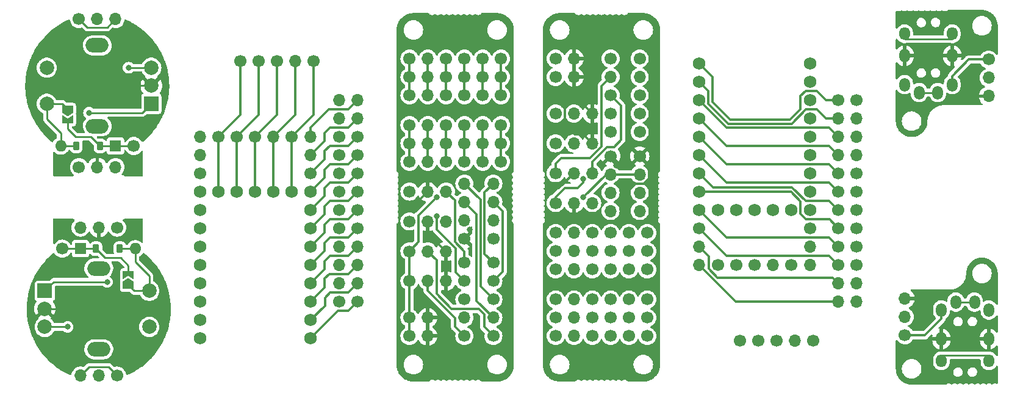
<source format=gbr>
%TF.GenerationSoftware,KiCad,Pcbnew,7.0.5*%
%TF.CreationDate,2024-01-24T21:19:46+08:00*%
%TF.ProjectId,main,6d61696e-2e6b-4696-9361-645f70636258,rev?*%
%TF.SameCoordinates,Original*%
%TF.FileFunction,Copper,L2,Bot*%
%TF.FilePolarity,Positive*%
%FSLAX46Y46*%
G04 Gerber Fmt 4.6, Leading zero omitted, Abs format (unit mm)*
G04 Created by KiCad (PCBNEW 7.0.5) date 2024-01-24 21:19:46*
%MOMM*%
%LPD*%
G01*
G04 APERTURE LIST*
G04 Aperture macros list*
%AMRoundRect*
0 Rectangle with rounded corners*
0 $1 Rounding radius*
0 $2 $3 $4 $5 $6 $7 $8 $9 X,Y pos of 4 corners*
0 Add a 4 corners polygon primitive as box body*
4,1,4,$2,$3,$4,$5,$6,$7,$8,$9,$2,$3,0*
0 Add four circle primitives for the rounded corners*
1,1,$1+$1,$2,$3*
1,1,$1+$1,$4,$5*
1,1,$1+$1,$6,$7*
1,1,$1+$1,$8,$9*
0 Add four rect primitives between the rounded corners*
20,1,$1+$1,$2,$3,$4,$5,0*
20,1,$1+$1,$4,$5,$6,$7,0*
20,1,$1+$1,$6,$7,$8,$9,0*
20,1,$1+$1,$8,$9,$2,$3,0*%
%AMFreePoly0*
4,1,6,1.000000,0.000000,0.500000,-0.750000,-0.500000,-0.750000,-0.500000,0.750000,0.500000,0.750000,1.000000,0.000000,1.000000,0.000000,$1*%
%AMFreePoly1*
4,1,6,0.500000,-0.750000,-0.650000,-0.750000,-0.150000,0.000000,-0.650000,0.750000,0.500000,0.750000,0.500000,-0.750000,0.500000,-0.750000,$1*%
G04 Aperture macros list end*
%TA.AperFunction,ComponentPad*%
%ADD10C,1.700000*%
%TD*%
%TA.AperFunction,ComponentPad*%
%ADD11O,1.700000X1.700000*%
%TD*%
%TA.AperFunction,WasherPad*%
%ADD12O,3.200000X2.000000*%
%TD*%
%TA.AperFunction,ComponentPad*%
%ADD13R,2.000000X2.000000*%
%TD*%
%TA.AperFunction,ComponentPad*%
%ADD14C,2.000000*%
%TD*%
%TA.AperFunction,ComponentPad*%
%ADD15O,1.500000X1.900000*%
%TD*%
%TA.AperFunction,ComponentPad*%
%ADD16O,1.500000X1.800000*%
%TD*%
%TA.AperFunction,ComponentPad*%
%ADD17C,1.752600*%
%TD*%
%TA.AperFunction,ComponentPad*%
%ADD18R,1.600000X1.600000*%
%TD*%
%TA.AperFunction,SMDPad,CuDef*%
%ADD19RoundRect,0.225000X0.225000X0.375000X-0.225000X0.375000X-0.225000X-0.375000X0.225000X-0.375000X0*%
%TD*%
%TA.AperFunction,ComponentPad*%
%ADD20O,1.600000X1.600000*%
%TD*%
%TA.AperFunction,SMDPad,CuDef*%
%ADD21FreePoly0,90.000000*%
%TD*%
%TA.AperFunction,SMDPad,CuDef*%
%ADD22FreePoly1,90.000000*%
%TD*%
%TA.AperFunction,SMDPad,CuDef*%
%ADD23RoundRect,0.225000X-0.225000X-0.375000X0.225000X-0.375000X0.225000X0.375000X-0.225000X0.375000X0*%
%TD*%
%TA.AperFunction,SMDPad,CuDef*%
%ADD24FreePoly0,270.000000*%
%TD*%
%TA.AperFunction,SMDPad,CuDef*%
%ADD25FreePoly1,270.000000*%
%TD*%
%TA.AperFunction,ViaPad*%
%ADD26C,0.800000*%
%TD*%
%TA.AperFunction,Conductor*%
%ADD27C,0.350000*%
%TD*%
%TA.AperFunction,Conductor*%
%ADD28C,0.250000*%
%TD*%
G04 APERTURE END LIST*
D10*
%TO.P,J18,1,Pin_1*%
%TO.N,Net-(J18-Pin_1)*%
X196080000Y-76024850D03*
D11*
%TO.P,J18,2,Pin_2*%
%TO.N,Net-(J18-Pin_2)*%
X196080000Y-78564850D03*
%TO.P,J18,3,Pin_3*%
%TO.N,Net-(J18-Pin_3)*%
X196080000Y-81104850D03*
%TD*%
D10*
%TO.P,J13,1,Pin_1*%
%TO.N,VCC*%
X140500000Y-79204850D03*
D11*
%TO.P,J13,2,Pin_2*%
%TO.N,Data2*%
X143040000Y-79204850D03*
%TO.P,J13,3,Pin_3*%
%TO.N,GND*%
X145580000Y-79204850D03*
%TD*%
D10*
%TO.P,J23,1,Pin_1*%
%TO.N,Net-(J18-Pin_1)*%
X202590000Y-81104850D03*
D11*
%TO.P,J23,2,Pin_2*%
%TO.N,Net-(J18-Pin_2)*%
X202590000Y-83644850D03*
%TO.P,J23,3,Pin_3*%
%TO.N,Net-(J18-Pin_3)*%
X202590000Y-86184850D03*
%TD*%
D12*
%TO.P,RE1,*%
%TO.N,*%
X97181000Y-61849000D03*
X97181000Y-50649000D03*
D13*
%TO.P,RE1,A,CLK*%
%TO.N,LA11*%
X104681000Y-58749000D03*
D14*
%TO.P,RE1,B,DT*%
%TO.N,LB11*%
X104681000Y-53749000D03*
%TO.P,RE1,C,GND*%
%TO.N,GND*%
X104681000Y-56249000D03*
%TO.P,RE1,S1,GND*%
%TO.N,col_re*%
X90181000Y-53749000D03*
%TO.P,RE1,S2,SW*%
%TO.N,Net-(RE1-SW)*%
X90181000Y-58749000D03*
%TD*%
D10*
%TO.P,J19,1,Pin_1*%
%TO.N,GND*%
X152160000Y-77444850D03*
D11*
%TO.P,J19,2,Pin_2*%
%TO.N,VCC*%
X152160000Y-74904850D03*
%TO.P,J19,3,Pin_3*%
%TO.N,SCL*%
X152160000Y-72364850D03*
%TO.P,J19,4,Pin_4*%
%TO.N,SDA*%
X152160000Y-69824850D03*
%TD*%
D10*
%TO.P,J16,1,Pin_1*%
%TO.N,col0*%
X140510000Y-52484850D03*
D11*
%TO.P,J16,2,Pin_2*%
%TO.N,col1*%
X143050000Y-52484850D03*
D10*
%TO.P,J16,3,Pin_3*%
%TO.N,col2*%
X145590000Y-52484850D03*
%TO.P,J16,4,Pin_4*%
%TO.N,col3*%
X148130000Y-52484850D03*
%TO.P,J16,5,Pin_5*%
%TO.N,col4*%
X150670000Y-52484850D03*
%TO.P,J16,6,Pin_6*%
%TO.N,col5*%
X153210000Y-52484850D03*
%TD*%
%TO.P,J26,1,Pin_1*%
%TO.N,LA11*%
X99932000Y-75921000D03*
D11*
%TO.P,J26,2,Pin_2*%
%TO.N,GND*%
X97392000Y-75921000D03*
%TO.P,J26,3,Pin_3*%
%TO.N,LB11*%
X94852000Y-75921000D03*
%TD*%
D10*
%TO.P,J21,1,Pin_1*%
%TO.N,GND*%
X148120000Y-77444850D03*
D11*
%TO.P,J21,2,Pin_2*%
%TO.N,VCC*%
X148120000Y-74904850D03*
%TO.P,J21,3,Pin_3*%
%TO.N,X*%
X148120000Y-72364850D03*
%TO.P,J21,4,Pin_4*%
%TO.N,Y*%
X148120000Y-69824850D03*
%TD*%
D15*
%TO.P,T1,1,T/VCC*%
%TO.N,5V1*%
X209238000Y-56085000D03*
X215838000Y-56085000D03*
D16*
%TO.P,T1,2,R/SNL*%
%TO.N,LTRRS*%
X209238000Y-49037000D03*
X215838000Y-49037000D03*
D15*
%TO.P,T1,3,R/GND*%
%TO.N,GND*%
X209238000Y-52085000D03*
X215838000Y-52085000D03*
%TO.P,T1,4,S/No*%
%TO.N,unconnected-(T1-S{slash}No-Pad4)*%
X211238000Y-57185000D03*
X213838000Y-57185000D03*
%TD*%
D10*
%TO.P,J9,1,Pin_1*%
%TO.N,col0*%
X140510000Y-57564850D03*
D11*
%TO.P,J9,2,Pin_2*%
%TO.N,col1*%
X143050000Y-57564850D03*
D10*
%TO.P,J9,3,Pin_3*%
%TO.N,col2*%
X145590000Y-57564850D03*
%TO.P,J9,4,Pin_4*%
%TO.N,col3*%
X148130000Y-57564850D03*
%TO.P,J9,5,Pin_5*%
%TO.N,col4*%
X150670000Y-57564850D03*
%TO.P,J9,6,Pin_6*%
%TO.N,col5*%
X153210000Y-57564850D03*
%TD*%
%TO.P,J4,1,Pin_1*%
%TO.N,Net-(J4-Pin_1)*%
X202590000Y-58244850D03*
D11*
%TO.P,J4,2,Pin_2*%
%TO.N,Net-(J4-Pin_2)*%
X202590000Y-60784850D03*
%TO.P,J4,3,Pin_3*%
%TO.N,Net-(J4-Pin_3)*%
X202590000Y-63324850D03*
%TO.P,J4,4,Pin_4*%
%TO.N,Net-(J4-Pin_4)*%
X202590000Y-65864850D03*
D10*
%TO.P,J4,5,Pin_5*%
%TO.N,Net-(J4-Pin_5)*%
X202590000Y-68404850D03*
%TO.P,J4,6,Pin_6*%
%TO.N,Net-(J4-Pin_6)*%
X202590000Y-70944850D03*
%TO.P,J4,7,Pin_7*%
%TO.N,Net-(J4-Pin_7)*%
X202590000Y-73484850D03*
%TO.P,J4,8,Pin_8*%
%TO.N,Net-(J4-Pin_8)*%
X202590000Y-76024850D03*
%TO.P,J4,9,Pin_9*%
%TO.N,Net-(J4-Pin_9)*%
X202590000Y-78564850D03*
%TD*%
%TO.P,J24,1,Pin_1*%
%TO.N,Net-(J20-Pin_1)*%
X180730000Y-76024850D03*
D11*
%TO.P,J24,2,Pin_2*%
%TO.N,Net-(J20-Pin_2)*%
X180730000Y-78564850D03*
%TO.P,J24,3,Pin_3*%
%TO.N,Net-(J20-Pin_3)*%
X180730000Y-81104850D03*
%TD*%
D10*
%TO.P,J6,1,Pin_1*%
%TO.N,Net-(J22-Pin_1)*%
X196510000Y-91584850D03*
D11*
%TO.P,J6,2,Pin_2*%
%TO.N,Net-(J22-Pin_2)*%
X193970000Y-91584850D03*
D10*
%TO.P,J6,3,Pin_3*%
%TO.N,Net-(J22-Pin_3)*%
X191430000Y-91584850D03*
%TO.P,J6,4,Pin_4*%
%TO.N,Net-(J22-Pin_4)*%
X188890000Y-91584850D03*
%TO.P,J6,5,Pin_5*%
%TO.N,Net-(J22-Pin_5)*%
X186350000Y-91584850D03*
%TD*%
D17*
%TO.P,U1,1,5V*%
%TO.N,Net-(J5-Pin_1)*%
X180730000Y-53164850D03*
%TO.P,U1,2,GND*%
%TO.N,Net-(J5-Pin_2)*%
X180730000Y-55704850D03*
%TO.P,U1,3,3V3*%
%TO.N,Net-(J5-Pin_3)*%
X180730000Y-58244850D03*
%TO.P,U1,4,GP29*%
%TO.N,Net-(J5-Pin_4)*%
X180730000Y-60784850D03*
%TO.P,U1,5,GP28*%
%TO.N,Net-(J5-Pin_5)*%
X180730000Y-63324850D03*
%TO.P,U1,6,GP27*%
%TO.N,Net-(J5-Pin_6)*%
X180730000Y-65864850D03*
%TO.P,U1,7,GP26*%
%TO.N,Net-(J5-Pin_7)*%
X180730000Y-68404850D03*
%TO.P,U1,8,GP15*%
%TO.N,Net-(J5-Pin_8)*%
X180730000Y-70944850D03*
%TO.P,U1,9,GP14*%
%TO.N,Net-(J5-Pin_9)*%
X180730000Y-73484850D03*
%TO.P,U1,10,GP0*%
%TO.N,Net-(J4-Pin_1)*%
X196080000Y-53164850D03*
%TO.P,U1,11,GP1*%
%TO.N,Net-(J4-Pin_2)*%
X196080000Y-55704850D03*
%TO.P,U1,12,GP2*%
%TO.N,Net-(J4-Pin_3)*%
X196080000Y-58244850D03*
%TO.P,U1,13,GP3*%
%TO.N,Net-(J4-Pin_4)*%
X196080000Y-60784850D03*
%TO.P,U1,14,GP4*%
%TO.N,Net-(J4-Pin_5)*%
X196080000Y-63324850D03*
%TO.P,U1,15,GP5*%
%TO.N,Net-(J4-Pin_6)*%
X196080000Y-65864850D03*
%TO.P,U1,16,GP6*%
%TO.N,Net-(J4-Pin_7)*%
X196080000Y-68404850D03*
%TO.P,U1,17,GP7*%
%TO.N,Net-(J4-Pin_8)*%
X196080000Y-70944850D03*
%TO.P,U1,18,GP8*%
%TO.N,Net-(J4-Pin_9)*%
X196080000Y-73484850D03*
%TO.P,U1,19,GP9*%
%TO.N,Net-(J22-Pin_1)*%
X193485000Y-73484850D03*
%TO.P,U1,20,GP10*%
%TO.N,Net-(J22-Pin_2)*%
X190945000Y-73484850D03*
%TO.P,U1,21,GP11*%
%TO.N,Net-(J22-Pin_3)*%
X188405000Y-73484850D03*
%TO.P,U1,22,GP12*%
%TO.N,Net-(J22-Pin_4)*%
X185865000Y-73484850D03*
%TO.P,U1,23,GP13*%
%TO.N,Net-(J22-Pin_5)*%
X183325000Y-73484850D03*
%TD*%
D10*
%TO.P,J1,1,Pin_1*%
%TO.N,VCC*%
X140500000Y-90954850D03*
D11*
%TO.P,J1,2,Pin_2*%
%TO.N,GND*%
X143040000Y-90954850D03*
%TD*%
D10*
%TO.P,J20,1,Pin_1*%
%TO.N,Net-(J20-Pin_1)*%
X200050000Y-81104850D03*
D11*
%TO.P,J20,2,Pin_2*%
%TO.N,Net-(J20-Pin_2)*%
X200050000Y-83644850D03*
%TO.P,J20,3,Pin_3*%
%TO.N,Net-(J20-Pin_3)*%
X200050000Y-86184850D03*
%TD*%
D10*
%TO.P,J14,1,Pin_1*%
%TO.N,Data2*%
X152160000Y-90954850D03*
D11*
%TO.P,J14,2,Pin_2*%
%TO.N,X*%
X152160000Y-88414850D03*
D10*
%TO.P,J14,3,Pin_3*%
%TO.N,Y*%
X152160000Y-85874850D03*
%TO.P,J14,4,Pin_4*%
%TO.N,SCL*%
X152160000Y-83334850D03*
%TO.P,J14,5,Pin_5*%
%TO.N,SDA*%
X152160000Y-80794850D03*
%TD*%
%TO.P,J25,1,Pin_1*%
%TO.N,5V1*%
X209280000Y-90832000D03*
D11*
%TO.P,J25,2,Pin_2*%
%TO.N,LTRRS*%
X209280000Y-88292000D03*
%TO.P,J25,3,Pin_3*%
%TO.N,GND*%
X209280000Y-85752000D03*
%TD*%
D10*
%TO.P,J12,1,Pin_1*%
%TO.N,row0*%
X140510000Y-64244850D03*
D11*
%TO.P,J12,2,Pin_2*%
%TO.N,row1*%
X143050000Y-64244850D03*
D10*
%TO.P,J12,3,Pin_3*%
%TO.N,row2*%
X145590000Y-64244850D03*
%TO.P,J12,4,Pin_4*%
%TO.N,row3*%
X148130000Y-64244850D03*
%TO.P,J12,5,Pin_5*%
%TO.N,row4*%
X150670000Y-64244850D03*
%TO.P,J12,6,Pin_6*%
%TO.N,row5*%
X153210000Y-64244850D03*
%TD*%
%TO.P,J28,1,Pin_1*%
%TO.N,row_re*%
X92322000Y-78841000D03*
%TD*%
%TO.P,J8,1,Pin_1*%
%TO.N,Data*%
X148130000Y-90954850D03*
D11*
%TO.P,J8,2,Pin_2*%
%TO.N,A1*%
X148130000Y-88414850D03*
D10*
%TO.P,J8,3,Pin_3*%
%TO.N,B1*%
X148130000Y-85874850D03*
%TO.P,J8,4,Pin_4*%
%TO.N,A2*%
X148130000Y-83334850D03*
%TO.P,J8,5,Pin_5*%
%TO.N,B2*%
X148130000Y-80794850D03*
%TD*%
%TO.P,J27,1,Pin_1*%
%TO.N,col_re*%
X94641000Y-47005000D03*
D11*
%TO.P,J27,2,Pin_2*%
%TO.N,row_re*%
X97181000Y-47005000D03*
%TO.P,J27,3,Pin_3*%
%TO.N,col_re*%
X99721000Y-47005000D03*
%TD*%
D10*
%TO.P,J2,1,Pin_1*%
%TO.N,VCC*%
X140500000Y-88414850D03*
D11*
%TO.P,J2,2,Pin_2*%
%TO.N,GND*%
X143040000Y-88414850D03*
%TD*%
D10*
%TO.P,J27,1,Pin_1*%
%TO.N,col_re*%
X99932000Y-96435000D03*
D11*
%TO.P,J27,2,Pin_2*%
%TO.N,row_re*%
X97392000Y-96435000D03*
%TO.P,J27,3,Pin_3*%
%TO.N,col_re*%
X94852000Y-96435000D03*
%TD*%
D10*
%TO.P,J25,1,Pin_1*%
%TO.N,5V1*%
X220896000Y-52608000D03*
D11*
%TO.P,J25,2,Pin_2*%
%TO.N,LTRRS*%
X220896000Y-55148000D03*
%TO.P,J25,3,Pin_3*%
%TO.N,GND*%
X220896000Y-57688000D03*
%TD*%
D10*
%TO.P,J11,1,Pin_1*%
%TO.N,col0*%
X140510000Y-55024850D03*
D11*
%TO.P,J11,2,Pin_2*%
%TO.N,col1*%
X143050000Y-55024850D03*
D10*
%TO.P,J11,3,Pin_3*%
%TO.N,col2*%
X145590000Y-55024850D03*
%TO.P,J11,4,Pin_4*%
%TO.N,col3*%
X148130000Y-55024850D03*
%TO.P,J11,5,Pin_5*%
%TO.N,col4*%
X150670000Y-55024850D03*
%TO.P,J11,6,Pin_6*%
%TO.N,col5*%
X153210000Y-55024850D03*
%TD*%
%TO.P,J3,1,Pin_1*%
%TO.N,A2*%
X140500000Y-70924850D03*
D11*
%TO.P,J3,2,Pin_2*%
%TO.N,GND*%
X143040000Y-70924850D03*
%TO.P,J3,3,Pin_3*%
%TO.N,B2*%
X145580000Y-70924850D03*
%TD*%
D10*
%TO.P,J7,1,Pin_1*%
%TO.N,VCC*%
X140500000Y-83334850D03*
D11*
%TO.P,J7,2,Pin_2*%
%TO.N,Data*%
X143040000Y-83334850D03*
%TO.P,J7,3,Pin_3*%
%TO.N,GND*%
X145580000Y-83334850D03*
%TD*%
D10*
%TO.P,J28,1,Pin_1*%
%TO.N,row_re*%
X102251000Y-64599000D03*
%TD*%
%TO.P,J26,1,Pin_1*%
%TO.N,LA11*%
X94641000Y-67519000D03*
D11*
%TO.P,J26,2,Pin_2*%
%TO.N,GND*%
X97181000Y-67519000D03*
%TO.P,J26,3,Pin_3*%
%TO.N,LB11*%
X99721000Y-67519000D03*
%TD*%
D10*
%TO.P,J5,1,Pin_1*%
%TO.N,Net-(J5-Pin_1)*%
X200050000Y-58244850D03*
D11*
%TO.P,J5,2,Pin_2*%
%TO.N,Net-(J5-Pin_2)*%
X200050000Y-60784850D03*
%TO.P,J5,3,Pin_3*%
%TO.N,Net-(J5-Pin_3)*%
X200050000Y-63324850D03*
%TO.P,J5,4,Pin_4*%
%TO.N,Net-(J5-Pin_4)*%
X200050000Y-65864850D03*
D10*
%TO.P,J5,5,Pin_5*%
%TO.N,Net-(J5-Pin_5)*%
X200050000Y-68404850D03*
%TO.P,J5,6,Pin_6*%
%TO.N,Net-(J5-Pin_6)*%
X200050000Y-70944850D03*
%TO.P,J5,7,Pin_7*%
%TO.N,Net-(J5-Pin_7)*%
X200050000Y-73484850D03*
%TO.P,J5,8,Pin_8*%
%TO.N,Net-(J5-Pin_8)*%
X200050000Y-76024850D03*
%TO.P,J5,9,Pin_9*%
%TO.N,Net-(J5-Pin_9)*%
X200050000Y-78564850D03*
%TD*%
%TO.P,J10,1,Pin_1*%
%TO.N,row0*%
X140510000Y-66784850D03*
D11*
%TO.P,J10,2,Pin_2*%
%TO.N,row1*%
X143050000Y-66784850D03*
D10*
%TO.P,J10,3,Pin_3*%
%TO.N,row2*%
X145590000Y-66784850D03*
%TO.P,J10,4,Pin_4*%
%TO.N,row3*%
X148130000Y-66784850D03*
%TO.P,J10,5,Pin_5*%
%TO.N,row4*%
X150670000Y-66784850D03*
%TO.P,J10,6,Pin_6*%
%TO.N,row5*%
X153210000Y-66784850D03*
%TD*%
%TO.P,J22,1,Pin_1*%
%TO.N,Net-(J22-Pin_1)*%
X124185236Y-63324850D03*
D11*
%TO.P,J22,2,Pin_2*%
%TO.N,Net-(J22-Pin_2)*%
X121645236Y-63324850D03*
D10*
%TO.P,J22,3,Pin_3*%
%TO.N,Net-(J22-Pin_3)*%
X119105236Y-63324850D03*
%TO.P,J22,4,Pin_4*%
%TO.N,Net-(J22-Pin_4)*%
X116565236Y-63324850D03*
%TO.P,J22,5,Pin_5*%
%TO.N,Net-(J22-Pin_5)*%
X114025236Y-63324850D03*
%TD*%
%TO.P,J15,1,Pin_1*%
%TO.N,A1*%
X140500000Y-75064850D03*
D11*
%TO.P,J15,2,Pin_2*%
%TO.N,GND*%
X143040000Y-75064850D03*
%TO.P,J15,3,Pin_3*%
%TO.N,B1*%
X145580000Y-75064850D03*
%TD*%
D15*
%TO.P,T1,1,T/VCC*%
%TO.N,5V1*%
X220938000Y-87355000D03*
X214338000Y-87355000D03*
D16*
%TO.P,T1,2,R/SNL*%
%TO.N,LTRRS*%
X220938000Y-94403000D03*
X214338000Y-94403000D03*
D15*
%TO.P,T1,3,R/GND*%
%TO.N,GND*%
X220938000Y-91355000D03*
X214338000Y-91355000D03*
%TO.P,T1,4,S/No*%
%TO.N,unconnected-(T1-S{slash}No-Pad4)*%
X218938000Y-86255000D03*
X216338000Y-86255000D03*
%TD*%
D12*
%TO.P,RE1,*%
%TO.N,*%
X97392000Y-81591000D03*
X97392000Y-92791000D03*
D13*
%TO.P,RE1,A,CLK*%
%TO.N,LA11*%
X89892000Y-84691000D03*
D14*
%TO.P,RE1,B,DT*%
%TO.N,LB11*%
X89892000Y-89691000D03*
%TO.P,RE1,C,GND*%
%TO.N,GND*%
X89892000Y-87191000D03*
%TO.P,RE1,S1,GND*%
%TO.N,col_re*%
X104392000Y-89691000D03*
%TO.P,RE1,S2,SW*%
%TO.N,Net-(RE1-SW)*%
X104392000Y-84691000D03*
%TD*%
D10*
%TO.P,J17,1,Pin_1*%
%TO.N,row0*%
X140510000Y-61704850D03*
D11*
%TO.P,J17,2,Pin_2*%
%TO.N,row1*%
X143050000Y-61704850D03*
D10*
%TO.P,J17,3,Pin_3*%
%TO.N,row2*%
X145590000Y-61704850D03*
%TO.P,J17,4,Pin_4*%
%TO.N,row3*%
X148130000Y-61704850D03*
%TO.P,J17,5,Pin_5*%
%TO.N,row4*%
X150670000Y-61704850D03*
%TO.P,J17,6,Pin_6*%
%TO.N,row5*%
X153210000Y-61704850D03*
%TD*%
%TO.P,J8,1,Pin_1*%
%TO.N,Data*%
X168430299Y-52484553D03*
D11*
%TO.P,J8,2,Pin_2*%
%TO.N,A1*%
X168430299Y-55024553D03*
D10*
%TO.P,J8,3,Pin_3*%
%TO.N,B1*%
X168430299Y-57564553D03*
%TO.P,J8,4,Pin_4*%
%TO.N,A2*%
X168430299Y-60104553D03*
%TO.P,J8,5,Pin_5*%
%TO.N,B2*%
X168430299Y-62644553D03*
%TD*%
D17*
%TO.P,U1,1,5V*%
%TO.N,Net-(J5-Pin_1)*%
X111430236Y-91264850D03*
%TO.P,U1,2,GND*%
%TO.N,Net-(J5-Pin_2)*%
X111430236Y-88724850D03*
%TO.P,U1,3,3V3*%
%TO.N,Net-(J5-Pin_3)*%
X111430236Y-86184850D03*
%TO.P,U1,4,GP29*%
%TO.N,Net-(J5-Pin_4)*%
X111430236Y-83644850D03*
%TO.P,U1,5,GP28*%
%TO.N,Net-(J5-Pin_5)*%
X111430236Y-81104850D03*
%TO.P,U1,6,GP27*%
%TO.N,Net-(J5-Pin_6)*%
X111430236Y-78564850D03*
%TO.P,U1,7,GP26*%
%TO.N,Net-(J5-Pin_7)*%
X111430236Y-76024850D03*
%TO.P,U1,8,GP15*%
%TO.N,Net-(J5-Pin_8)*%
X111430236Y-73484850D03*
%TO.P,U1,9,GP14*%
%TO.N,Net-(J5-Pin_9)*%
X111430236Y-70944850D03*
%TO.P,U1,10,GP0*%
%TO.N,Net-(J4-Pin_1)*%
X126780236Y-91264850D03*
%TO.P,U1,11,GP1*%
%TO.N,Net-(J4-Pin_2)*%
X126780236Y-88724850D03*
%TO.P,U1,12,GP2*%
%TO.N,Net-(J4-Pin_3)*%
X126780236Y-86184850D03*
%TO.P,U1,13,GP3*%
%TO.N,Net-(J4-Pin_4)*%
X126780236Y-83644850D03*
%TO.P,U1,14,GP4*%
%TO.N,Net-(J4-Pin_5)*%
X126780236Y-81104850D03*
%TO.P,U1,15,GP5*%
%TO.N,Net-(J4-Pin_6)*%
X126780236Y-78564850D03*
%TO.P,U1,16,GP6*%
%TO.N,Net-(J4-Pin_7)*%
X126780236Y-76024850D03*
%TO.P,U1,17,GP7*%
%TO.N,Net-(J4-Pin_8)*%
X126780236Y-73484850D03*
%TO.P,U1,18,GP8*%
%TO.N,Net-(J4-Pin_9)*%
X126780236Y-70944850D03*
%TO.P,U1,19,GP9*%
%TO.N,Net-(J22-Pin_1)*%
X124185236Y-70944850D03*
%TO.P,U1,20,GP10*%
%TO.N,Net-(J22-Pin_2)*%
X121645236Y-70944850D03*
%TO.P,U1,21,GP11*%
%TO.N,Net-(J22-Pin_3)*%
X119105236Y-70944850D03*
%TO.P,U1,22,GP12*%
%TO.N,Net-(J22-Pin_4)*%
X116565236Y-70944850D03*
%TO.P,U1,23,GP13*%
%TO.N,Net-(J22-Pin_5)*%
X114025236Y-70944850D03*
%TD*%
D10*
%TO.P,J17,1,Pin_1*%
%TO.N,row0*%
X160810299Y-81734553D03*
D11*
%TO.P,J17,2,Pin_2*%
%TO.N,row1*%
X163350299Y-81734553D03*
D10*
%TO.P,J17,3,Pin_3*%
%TO.N,row2*%
X165890299Y-81734553D03*
%TO.P,J17,4,Pin_4*%
%TO.N,row3*%
X168430299Y-81734553D03*
%TO.P,J17,5,Pin_5*%
%TO.N,row4*%
X170970299Y-81734553D03*
%TO.P,J17,6,Pin_6*%
%TO.N,row5*%
X173510299Y-81734553D03*
%TD*%
D18*
%TO.P,D1,1*%
%TO.N,row_re*%
X99711000Y-64599000D03*
D19*
X97561000Y-64599000D03*
%TO.P,D1,2*%
%TO.N,Net-(RE1-SW)*%
X94261000Y-64599000D03*
D20*
X92111000Y-64599000D03*
%TD*%
D10*
%TO.P,J2,1,Pin_1*%
%TO.N,VCC*%
X160800299Y-55024553D03*
D11*
%TO.P,J2,2,Pin_2*%
%TO.N,GND*%
X163340299Y-55024553D03*
%TD*%
D10*
%TO.P,J4,1,Pin_1*%
%TO.N,Net-(J4-Pin_1)*%
X133290236Y-86184850D03*
D11*
%TO.P,J4,2,Pin_2*%
%TO.N,Net-(J4-Pin_2)*%
X133290236Y-83644850D03*
%TO.P,J4,3,Pin_3*%
%TO.N,Net-(J4-Pin_3)*%
X133290236Y-81104850D03*
%TO.P,J4,4,Pin_4*%
%TO.N,Net-(J4-Pin_4)*%
X133290236Y-78564850D03*
D10*
%TO.P,J4,5,Pin_5*%
%TO.N,Net-(J4-Pin_5)*%
X133290236Y-76024850D03*
%TO.P,J4,6,Pin_6*%
%TO.N,Net-(J4-Pin_6)*%
X133290236Y-73484850D03*
%TO.P,J4,7,Pin_7*%
%TO.N,Net-(J4-Pin_7)*%
X133290236Y-70944850D03*
%TO.P,J4,8,Pin_8*%
%TO.N,Net-(J4-Pin_8)*%
X133290236Y-68404850D03*
%TO.P,J4,9,Pin_9*%
%TO.N,Net-(J4-Pin_9)*%
X133290236Y-65864850D03*
%TD*%
%TO.P,J14,1,Pin_1*%
%TO.N,Data2*%
X172460299Y-52484553D03*
D11*
%TO.P,J14,2,Pin_2*%
%TO.N,X*%
X172460299Y-55024553D03*
D10*
%TO.P,J14,3,Pin_3*%
%TO.N,Y*%
X172460299Y-57564553D03*
%TO.P,J14,4,Pin_4*%
%TO.N,SCL*%
X172460299Y-60104553D03*
%TO.P,J14,5,Pin_5*%
%TO.N,SDA*%
X172460299Y-62644553D03*
%TD*%
%TO.P,J7,1,Pin_1*%
%TO.N,VCC*%
X160800299Y-60104553D03*
D11*
%TO.P,J7,2,Pin_2*%
%TO.N,Data*%
X163340299Y-60104553D03*
%TO.P,J7,3,Pin_3*%
%TO.N,GND*%
X165880299Y-60104553D03*
%TD*%
D10*
%TO.P,J11,1,Pin_1*%
%TO.N,col0*%
X160810299Y-88414553D03*
D11*
%TO.P,J11,2,Pin_2*%
%TO.N,col1*%
X163350299Y-88414553D03*
D10*
%TO.P,J11,3,Pin_3*%
%TO.N,col2*%
X165890299Y-88414553D03*
%TO.P,J11,4,Pin_4*%
%TO.N,col3*%
X168430299Y-88414553D03*
%TO.P,J11,5,Pin_5*%
%TO.N,col4*%
X170970299Y-88414553D03*
%TO.P,J11,6,Pin_6*%
%TO.N,col5*%
X173510299Y-88414553D03*
%TD*%
%TO.P,J18,1,Pin_1*%
%TO.N,Net-(J18-Pin_1)*%
X126780236Y-68404850D03*
D11*
%TO.P,J18,2,Pin_2*%
%TO.N,Net-(J18-Pin_2)*%
X126780236Y-65864850D03*
%TO.P,J18,3,Pin_3*%
%TO.N,Net-(J18-Pin_3)*%
X126780236Y-63324850D03*
%TD*%
D10*
%TO.P,J24,1,Pin_1*%
%TO.N,Net-(J20-Pin_1)*%
X111430236Y-68404850D03*
D11*
%TO.P,J24,2,Pin_2*%
%TO.N,Net-(J20-Pin_2)*%
X111430236Y-65864850D03*
%TO.P,J24,3,Pin_3*%
%TO.N,Net-(J20-Pin_3)*%
X111430236Y-63324850D03*
%TD*%
D21*
%TO.P,JP1,1,1*%
%TO.N,Net-(RE1-SW)*%
X101492000Y-83916000D03*
D22*
%TO.P,JP1,2,2*%
%TO.N,row_re*%
X101492000Y-82466000D03*
%TD*%
D10*
%TO.P,J1,1,Pin_1*%
%TO.N,VCC*%
X160800299Y-52484553D03*
D11*
%TO.P,J1,2,Pin_2*%
%TO.N,GND*%
X163340299Y-52484553D03*
%TD*%
D10*
%TO.P,J3,1,Pin_1*%
%TO.N,A2*%
X160800299Y-72514553D03*
D11*
%TO.P,J3,2,Pin_2*%
%TO.N,GND*%
X163340299Y-72514553D03*
%TO.P,J3,3,Pin_3*%
%TO.N,B2*%
X165880299Y-72514553D03*
%TD*%
D10*
%TO.P,J10,1,Pin_1*%
%TO.N,row0*%
X160810299Y-76654553D03*
D11*
%TO.P,J10,2,Pin_2*%
%TO.N,row1*%
X163350299Y-76654553D03*
D10*
%TO.P,J10,3,Pin_3*%
%TO.N,row2*%
X165890299Y-76654553D03*
%TO.P,J10,4,Pin_4*%
%TO.N,row3*%
X168430299Y-76654553D03*
%TO.P,J10,5,Pin_5*%
%TO.N,row4*%
X170970299Y-76654553D03*
%TO.P,J10,6,Pin_6*%
%TO.N,row5*%
X173510299Y-76654553D03*
%TD*%
%TO.P,J13,1,Pin_1*%
%TO.N,VCC*%
X160800299Y-64234553D03*
D11*
%TO.P,J13,2,Pin_2*%
%TO.N,Data2*%
X163340299Y-64234553D03*
%TO.P,J13,3,Pin_3*%
%TO.N,GND*%
X165880299Y-64234553D03*
%TD*%
D10*
%TO.P,J19,1,Pin_1*%
%TO.N,GND*%
X172460299Y-65994553D03*
D11*
%TO.P,J19,2,Pin_2*%
%TO.N,VCC*%
X172460299Y-68534553D03*
%TO.P,J19,3,Pin_3*%
%TO.N,SCL*%
X172460299Y-71074553D03*
%TO.P,J19,4,Pin_4*%
%TO.N,SDA*%
X172460299Y-73614553D03*
%TD*%
D10*
%TO.P,J21,1,Pin_1*%
%TO.N,GND*%
X168420299Y-65994553D03*
D11*
%TO.P,J21,2,Pin_2*%
%TO.N,VCC*%
X168420299Y-68534553D03*
%TO.P,J21,3,Pin_3*%
%TO.N,X*%
X168420299Y-71074553D03*
%TO.P,J21,4,Pin_4*%
%TO.N,Y*%
X168420299Y-73614553D03*
%TD*%
D10*
%TO.P,J9,1,Pin_1*%
%TO.N,col0*%
X160810299Y-85874553D03*
D11*
%TO.P,J9,2,Pin_2*%
%TO.N,col1*%
X163350299Y-85874553D03*
D10*
%TO.P,J9,3,Pin_3*%
%TO.N,col2*%
X165890299Y-85874553D03*
%TO.P,J9,4,Pin_4*%
%TO.N,col3*%
X168430299Y-85874553D03*
%TO.P,J9,5,Pin_5*%
%TO.N,col4*%
X170970299Y-85874553D03*
%TO.P,J9,6,Pin_6*%
%TO.N,col5*%
X173510299Y-85874553D03*
%TD*%
%TO.P,J5,1,Pin_1*%
%TO.N,Net-(J5-Pin_1)*%
X130750236Y-86184850D03*
D11*
%TO.P,J5,2,Pin_2*%
%TO.N,Net-(J5-Pin_2)*%
X130750236Y-83644850D03*
%TO.P,J5,3,Pin_3*%
%TO.N,Net-(J5-Pin_3)*%
X130750236Y-81104850D03*
%TO.P,J5,4,Pin_4*%
%TO.N,Net-(J5-Pin_4)*%
X130750236Y-78564850D03*
D10*
%TO.P,J5,5,Pin_5*%
%TO.N,Net-(J5-Pin_5)*%
X130750236Y-76024850D03*
%TO.P,J5,6,Pin_6*%
%TO.N,Net-(J5-Pin_6)*%
X130750236Y-73484850D03*
%TO.P,J5,7,Pin_7*%
%TO.N,Net-(J5-Pin_7)*%
X130750236Y-70944850D03*
%TO.P,J5,8,Pin_8*%
%TO.N,Net-(J5-Pin_8)*%
X130750236Y-68404850D03*
%TO.P,J5,9,Pin_9*%
%TO.N,Net-(J5-Pin_9)*%
X130750236Y-65864850D03*
%TD*%
%TO.P,J22,1,Pin_1*%
%TO.N,Net-(J22-Pin_1)*%
X193485000Y-81104850D03*
D11*
%TO.P,J22,2,Pin_2*%
%TO.N,Net-(J22-Pin_2)*%
X190945000Y-81104850D03*
D10*
%TO.P,J22,3,Pin_3*%
%TO.N,Net-(J22-Pin_3)*%
X188405000Y-81104850D03*
%TO.P,J22,4,Pin_4*%
%TO.N,Net-(J22-Pin_4)*%
X185865000Y-81104850D03*
%TO.P,J22,5,Pin_5*%
%TO.N,Net-(J22-Pin_5)*%
X183325000Y-81104850D03*
%TD*%
D18*
%TO.P,D1,1*%
%TO.N,row_re*%
X94862000Y-78841000D03*
D23*
X97012000Y-78841000D03*
%TO.P,D1,2*%
%TO.N,Net-(RE1-SW)*%
X100312000Y-78841000D03*
D20*
X102462000Y-78841000D03*
%TD*%
D24*
%TO.P,JP1,1,1*%
%TO.N,Net-(RE1-SW)*%
X93081000Y-59524000D03*
D25*
%TO.P,JP1,2,2*%
%TO.N,row_re*%
X93081000Y-60974000D03*
%TD*%
D10*
%TO.P,J6,1,Pin_1*%
%TO.N,Net-(J22-Pin_1)*%
X127210236Y-52844850D03*
D11*
%TO.P,J6,2,Pin_2*%
%TO.N,Net-(J22-Pin_2)*%
X124670236Y-52844850D03*
D10*
%TO.P,J6,3,Pin_3*%
%TO.N,Net-(J22-Pin_3)*%
X122130236Y-52844850D03*
%TO.P,J6,4,Pin_4*%
%TO.N,Net-(J22-Pin_4)*%
X119590236Y-52844850D03*
%TO.P,J6,5,Pin_5*%
%TO.N,Net-(J22-Pin_5)*%
X117050236Y-52844850D03*
%TD*%
%TO.P,J15,1,Pin_1*%
%TO.N,A1*%
X160800299Y-68374553D03*
D11*
%TO.P,J15,2,Pin_2*%
%TO.N,GND*%
X163340299Y-68374553D03*
%TO.P,J15,3,Pin_3*%
%TO.N,B1*%
X165880299Y-68374553D03*
%TD*%
D10*
%TO.P,J16,1,Pin_1*%
%TO.N,col0*%
X160810299Y-90954553D03*
D11*
%TO.P,J16,2,Pin_2*%
%TO.N,col1*%
X163350299Y-90954553D03*
D10*
%TO.P,J16,3,Pin_3*%
%TO.N,col2*%
X165890299Y-90954553D03*
%TO.P,J16,4,Pin_4*%
%TO.N,col3*%
X168430299Y-90954553D03*
%TO.P,J16,5,Pin_5*%
%TO.N,col4*%
X170970299Y-90954553D03*
%TO.P,J16,6,Pin_6*%
%TO.N,col5*%
X173510299Y-90954553D03*
%TD*%
%TO.P,J12,1,Pin_1*%
%TO.N,row0*%
X160810299Y-79194553D03*
D11*
%TO.P,J12,2,Pin_2*%
%TO.N,row1*%
X163350299Y-79194553D03*
D10*
%TO.P,J12,3,Pin_3*%
%TO.N,row2*%
X165890299Y-79194553D03*
%TO.P,J12,4,Pin_4*%
%TO.N,row3*%
X168430299Y-79194553D03*
%TO.P,J12,5,Pin_5*%
%TO.N,row4*%
X170970299Y-79194553D03*
%TO.P,J12,6,Pin_6*%
%TO.N,row5*%
X173510299Y-79194553D03*
%TD*%
%TO.P,J23,1,Pin_1*%
%TO.N,Net-(J18-Pin_1)*%
X133290236Y-63324850D03*
D11*
%TO.P,J23,2,Pin_2*%
%TO.N,Net-(J18-Pin_2)*%
X133290236Y-60784850D03*
%TO.P,J23,3,Pin_3*%
%TO.N,Net-(J18-Pin_3)*%
X133290236Y-58244850D03*
%TD*%
D10*
%TO.P,J20,1,Pin_1*%
%TO.N,Net-(J20-Pin_1)*%
X130750236Y-63324850D03*
D11*
%TO.P,J20,2,Pin_2*%
%TO.N,Net-(J20-Pin_2)*%
X130750236Y-60784850D03*
%TO.P,J20,3,Pin_3*%
%TO.N,Net-(J20-Pin_3)*%
X130750236Y-58244850D03*
%TD*%
D26*
%TO.N,GND*%
X99401000Y-56244000D03*
X139430000Y-72964850D03*
X148890000Y-76174850D03*
X162070000Y-58124850D03*
X95172000Y-87196000D03*
X141770000Y-85294850D03*
X159730299Y-70474553D03*
X169190000Y-67264850D03*
%TO.N,VCC*%
X164610299Y-71744553D03*
X144310000Y-71694850D03*
%TO.N,A2*%
X144310000Y-74294850D03*
X164610299Y-69144553D03*
%TO.N,LA11*%
X98542000Y-83446000D03*
X96031000Y-59994000D03*
%TO.N,LB11*%
X93062000Y-89691000D03*
X101511000Y-53749000D03*
%TD*%
D27*
%TO.N,Net-(J4-Pin_1)*%
X126780236Y-91264850D02*
X130597236Y-87447850D01*
X130597236Y-87447850D02*
X132027236Y-87447850D01*
X132027236Y-87447850D02*
X133290236Y-86184850D01*
%TO.N,Net-(J4-Pin_2)*%
X126780236Y-88724850D02*
X128770236Y-86734850D01*
X133290236Y-83662850D02*
X133290236Y-83644850D01*
X128770236Y-85642850D02*
X129485236Y-84927850D01*
X132025236Y-84927850D02*
X133290236Y-83662850D01*
X128770236Y-86734850D02*
X128770236Y-85642850D01*
X129485236Y-84927850D02*
X132025236Y-84927850D01*
%TO.N,Net-(J4-Pin_3)*%
X128760236Y-84204850D02*
X128760236Y-82992850D01*
X128760236Y-82992850D02*
X129375236Y-82377850D01*
X126780236Y-86184850D02*
X128760236Y-84204850D01*
X132017236Y-82377850D02*
X133290236Y-81104850D01*
X129375236Y-82377850D02*
X132017236Y-82377850D01*
%TO.N,Net-(J4-Pin_4)*%
X126780236Y-83644850D02*
X128760236Y-81664850D01*
X132017236Y-79837850D02*
X133290236Y-78564850D01*
X129485236Y-79837850D02*
X132017236Y-79837850D01*
X128760236Y-80562850D02*
X129485236Y-79837850D01*
X128760236Y-81664850D02*
X128760236Y-80562850D01*
%TO.N,Net-(J4-Pin_5)*%
X128760236Y-79124850D02*
X128760236Y-78022850D01*
X132017236Y-77297850D02*
X133290236Y-76024850D01*
X126780236Y-81104850D02*
X128760236Y-79124850D01*
X128760236Y-78022850D02*
X129485236Y-77297850D01*
X129485236Y-77297850D02*
X132017236Y-77297850D01*
%TO.N,Net-(J4-Pin_6)*%
X126780236Y-78564850D02*
X128750236Y-76594850D01*
X128750236Y-76594850D02*
X128750236Y-75492850D01*
X128750236Y-75492850D02*
X129485236Y-74757850D01*
X132017236Y-74757850D02*
X133290236Y-73484850D01*
X129485236Y-74757850D02*
X132017236Y-74757850D01*
%TO.N,Net-(J4-Pin_7)*%
X128750236Y-72952850D02*
X129485236Y-72217850D01*
X129485236Y-72217850D02*
X132017236Y-72217850D01*
X132017236Y-72217850D02*
X133290236Y-70944850D01*
X126780236Y-76024850D02*
X128750236Y-74054850D01*
X128750236Y-74054850D02*
X128750236Y-72952850D01*
%TO.N,Net-(J4-Pin_8)*%
X126780236Y-73484850D02*
X128750236Y-71514850D01*
X128750236Y-71514850D02*
X128750236Y-70412850D01*
X129488236Y-69674850D02*
X132020236Y-69674850D01*
X132020236Y-69674850D02*
X133290236Y-68404850D01*
X128750236Y-70412850D02*
X129488236Y-69674850D01*
%TO.N,Net-(J4-Pin_9)*%
X132020236Y-67134850D02*
X133290236Y-65864850D01*
X129500236Y-67134850D02*
X132020236Y-67134850D01*
X128750236Y-68974850D02*
X128750236Y-67884850D01*
X128750236Y-67884850D02*
X129500236Y-67134850D01*
X126780236Y-70944850D02*
X128750236Y-68974850D01*
%TO.N,Net-(J5-Pin_1)*%
X197017818Y-56974850D02*
X195490000Y-56974850D01*
X182550000Y-54984850D02*
X180730000Y-53164850D01*
X193335182Y-60951850D02*
X184992636Y-60951850D01*
X200050000Y-58244850D02*
X198287818Y-58244850D01*
X195490000Y-56974850D02*
X194790000Y-57674850D01*
X182550000Y-58509214D02*
X182550000Y-54984850D01*
X194790000Y-57674850D02*
X194790000Y-59497032D01*
X194790000Y-59497032D02*
X193335182Y-60951850D01*
X198287818Y-58244850D02*
X197017818Y-56974850D01*
X184992636Y-60951850D02*
X182550000Y-58509214D01*
%TO.N,Net-(J5-Pin_2)*%
X182000000Y-58737032D02*
X182000000Y-56974850D01*
X195550000Y-59514850D02*
X193563000Y-61501850D01*
X197017818Y-59514850D02*
X195550000Y-59514850D01*
X182000000Y-56974850D02*
X180730000Y-55704850D01*
X184764818Y-61501850D02*
X182000000Y-58737032D01*
X193563000Y-61501850D02*
X184764818Y-61501850D01*
X198287818Y-60784850D02*
X197017818Y-59514850D01*
X200050000Y-60784850D02*
X198287818Y-60784850D01*
%TO.N,Net-(J5-Pin_3)*%
X184537000Y-62051850D02*
X180730000Y-58244850D01*
X198777000Y-62051850D02*
X184537000Y-62051850D01*
X200050000Y-63324850D02*
X198777000Y-62051850D01*
%TO.N,Net-(J5-Pin_4)*%
X200050000Y-65864850D02*
X198777000Y-64591850D01*
X184537000Y-64591850D02*
X180730000Y-60784850D01*
X198777000Y-64591850D02*
X184537000Y-64591850D01*
%TO.N,Net-(J5-Pin_5)*%
X200050000Y-68404850D02*
X198767000Y-67121850D01*
X184527000Y-67121850D02*
X180730000Y-63324850D01*
X198767000Y-67121850D02*
X184527000Y-67121850D01*
%TO.N,Net-(J5-Pin_6)*%
X200050000Y-70944850D02*
X198777000Y-69671850D01*
X198777000Y-69671850D02*
X184537000Y-69671850D01*
X184537000Y-69671850D02*
X180730000Y-65864850D01*
%TO.N,Net-(J5-Pin_7)*%
X193600000Y-70314850D02*
X182640000Y-70314850D01*
X200050000Y-73484850D02*
X198761300Y-72196150D01*
X195481300Y-72196150D02*
X193600000Y-70314850D01*
X182640000Y-70314850D02*
X180730000Y-68404850D01*
X198761300Y-72196150D02*
X195481300Y-72196150D01*
%TO.N,Net-(J5-Pin_8)*%
X194780000Y-72272668D02*
X194780000Y-74024850D01*
X195530000Y-74774850D02*
X198800000Y-74774850D01*
X198800000Y-74774850D02*
X200050000Y-76024850D01*
X180730000Y-70944850D02*
X193452182Y-70944850D01*
X193452182Y-70944850D02*
X194780000Y-72272668D01*
X194780000Y-74024850D02*
X195530000Y-74774850D01*
%TO.N,Net-(J5-Pin_9)*%
X184540000Y-77294850D02*
X198780000Y-77294850D01*
X180730000Y-73484850D02*
X184540000Y-77294850D01*
X198780000Y-77294850D02*
X200050000Y-78564850D01*
%TO.N,GND*%
X162070000Y-61654850D02*
X162070000Y-58124850D01*
D28*
X168420299Y-66495149D02*
X169190000Y-67264850D01*
D27*
X163340299Y-57564553D02*
X165880299Y-60104553D01*
X165880299Y-64234553D02*
X164655299Y-63009553D01*
D28*
X99401000Y-56244000D02*
X99406000Y-56249000D01*
D27*
X169570299Y-75134553D02*
X167782711Y-75134553D01*
X171890299Y-69804553D02*
X170450299Y-71244553D01*
D28*
X95172000Y-87196000D02*
X95167000Y-87191000D01*
D27*
X141000000Y-72964850D02*
X139430000Y-72964850D01*
X173730299Y-69074553D02*
X173000299Y-69804553D01*
X163340299Y-55024553D02*
X163340299Y-57564553D01*
D28*
X99406000Y-56249000D02*
X104681000Y-56249000D01*
D27*
X173000299Y-69804553D02*
X171890299Y-69804553D01*
X145580000Y-79204850D02*
X143040000Y-76664850D01*
D28*
X209238000Y-52085000D02*
X215838000Y-52085000D01*
D27*
X167192711Y-74544553D02*
X164100299Y-74544553D01*
D28*
X220938000Y-91355000D02*
X214338000Y-91355000D01*
D27*
X164655299Y-63009553D02*
X163424703Y-63009553D01*
X172460299Y-65994553D02*
X173730299Y-67264553D01*
X161240299Y-70474553D02*
X163340299Y-68374553D01*
X143040000Y-90954850D02*
X143040000Y-88414850D01*
X173730299Y-67264553D02*
X173730299Y-69074553D01*
X159730299Y-70474553D02*
X161240299Y-70474553D01*
X143040000Y-76664850D02*
X143040000Y-75064850D01*
X143040000Y-70924850D02*
X141000000Y-72964850D01*
D28*
X95167000Y-87191000D02*
X89892000Y-87191000D01*
X168420299Y-65994553D02*
X168420299Y-66495149D01*
D27*
X170450299Y-74254553D02*
X169570299Y-75134553D01*
X163340299Y-73784553D02*
X163340299Y-72514553D01*
X145580000Y-83334850D02*
X145580000Y-79204850D01*
X170450299Y-71244553D02*
X170450299Y-74254553D01*
X163424703Y-63009553D02*
X162070000Y-61654850D01*
X164100299Y-74544553D02*
X163340299Y-73784553D01*
X167782711Y-75134553D02*
X167192711Y-74544553D01*
%TO.N,Data*%
X148130000Y-90954850D02*
X146860000Y-89684850D01*
X146860000Y-88454850D02*
X143040000Y-84634850D01*
X146860000Y-89684850D02*
X146860000Y-88454850D01*
X143040000Y-84634850D02*
X143040000Y-83334850D01*
%TO.N,col0*%
X140510000Y-57564850D02*
X140510000Y-52484850D01*
%TO.N,col1*%
X143050000Y-52484850D02*
X143050000Y-57564850D01*
%TO.N,col2*%
X145590000Y-57564850D02*
X145590000Y-52484850D01*
%TO.N,col3*%
X148130000Y-52484850D02*
X148130000Y-57564850D01*
%TO.N,col4*%
X150670000Y-57564850D02*
X150670000Y-52484850D01*
%TO.N,col5*%
X153210000Y-52484850D02*
X153210000Y-57564850D01*
%TO.N,row0*%
X140510000Y-66784850D02*
X140510000Y-61704850D01*
%TO.N,row1*%
X143050000Y-61704850D02*
X143050000Y-66784850D01*
%TO.N,row2*%
X145590000Y-66784850D02*
X145590000Y-61704850D01*
%TO.N,row3*%
X148130000Y-61704850D02*
X148130000Y-66784850D01*
%TO.N,row4*%
X150670000Y-66784850D02*
X150670000Y-61704850D01*
%TO.N,row5*%
X153210000Y-61704850D02*
X153210000Y-66784850D01*
%TO.N,A1*%
X167200299Y-56254553D02*
X167200299Y-64666735D01*
X167200299Y-64666735D02*
X165572481Y-66294553D01*
X165572481Y-66294553D02*
X161590299Y-66294553D01*
X160800299Y-67084553D02*
X160800299Y-68374553D01*
X168430299Y-55024553D02*
X167200299Y-56254553D01*
X161590299Y-66294553D02*
X160800299Y-67084553D01*
%TO.N,B1*%
X168900299Y-64724553D02*
X167920299Y-64724553D01*
X168430299Y-57564553D02*
X169880299Y-59014553D01*
X169880299Y-63744553D02*
X168900299Y-64724553D01*
X169880299Y-59014553D02*
X169880299Y-63744553D01*
X165880299Y-66764553D02*
X165880299Y-68374553D01*
X167920299Y-64724553D02*
X165880299Y-66764553D01*
%TO.N,VCC*%
X141780000Y-74224850D02*
X144310000Y-71694850D01*
X141780000Y-77924850D02*
X141780000Y-74224850D01*
X168420299Y-68534553D02*
X172460299Y-68534553D01*
X167820299Y-68534553D02*
X168420299Y-68534553D01*
X140500000Y-79204850D02*
X141780000Y-77924850D01*
X164610299Y-71744553D02*
X167820299Y-68534553D01*
X140500000Y-90954850D02*
X140500000Y-79204850D01*
%TO.N,SCL*%
X153430000Y-73634850D02*
X152160000Y-72364850D01*
X152160000Y-83334850D02*
X153430000Y-82064850D01*
X153430000Y-82064850D02*
X153430000Y-73634850D01*
%TO.N,SDA*%
X150920000Y-71064850D02*
X152160000Y-69824850D01*
X150920000Y-79554850D02*
X150920000Y-71064850D01*
X152160000Y-80794850D02*
X150920000Y-79554850D01*
%TO.N,X*%
X152160000Y-88414850D02*
X149820000Y-86074850D01*
X149820000Y-74064850D02*
X148120000Y-72364850D01*
X149820000Y-86074850D02*
X149820000Y-74064850D01*
%TO.N,Y*%
X150370000Y-84084850D02*
X150370000Y-72074850D01*
X150370000Y-72074850D02*
X148120000Y-69824850D01*
X152160000Y-85874850D02*
X150370000Y-84084850D01*
%TO.N,Data2*%
X152160000Y-90954850D02*
X150890000Y-89684850D01*
X146372818Y-87189850D02*
X144300000Y-85117032D01*
X150157182Y-87189850D02*
X146372818Y-87189850D01*
X150890000Y-89684850D02*
X150890000Y-87922668D01*
X144300000Y-80464850D02*
X143040000Y-79204850D01*
X144300000Y-85117032D02*
X144300000Y-80464850D01*
X150890000Y-87922668D02*
X150157182Y-87189850D01*
%TO.N,A2*%
X146900000Y-78774850D02*
X144310000Y-76184850D01*
X148130000Y-83334850D02*
X146900000Y-82104850D01*
X162058117Y-70434553D02*
X160800299Y-71692371D01*
X164610299Y-69654553D02*
X163830299Y-70434553D01*
X163830299Y-70434553D02*
X162058117Y-70434553D01*
X164610299Y-69144553D02*
X164610299Y-69654553D01*
X160800299Y-71692371D02*
X160800299Y-72514553D01*
X146900000Y-82104850D02*
X146900000Y-78774850D01*
X144310000Y-76184850D02*
X144310000Y-74294850D01*
%TO.N,B2*%
X146805000Y-77902032D02*
X146805000Y-72149850D01*
X146805000Y-72149850D02*
X145580000Y-70924850D01*
X148130000Y-79227032D02*
X146805000Y-77902032D01*
X148130000Y-80794850D02*
X148130000Y-79227032D01*
%TO.N,Net-(J22-Pin_1)*%
X124185236Y-70944850D02*
X124185236Y-63324850D01*
X127210236Y-60299850D02*
X124185236Y-63324850D01*
X127210236Y-52844850D02*
X127210236Y-60299850D01*
%TO.N,Net-(J22-Pin_5)*%
X117050236Y-52844850D02*
X117050236Y-60299850D01*
X117050236Y-60299850D02*
X114025236Y-63324850D01*
X114025236Y-70944850D02*
X114025236Y-63324850D01*
%TO.N,Net-(J18-Pin_1)*%
X129460236Y-64594850D02*
X132020236Y-64594850D01*
X132020236Y-64594850D02*
X133290236Y-63324850D01*
X126780236Y-68404850D02*
X128750236Y-66434850D01*
X128750236Y-65304850D02*
X129460236Y-64594850D01*
X128750236Y-66434850D02*
X128750236Y-65304850D01*
%TO.N,Net-(J18-Pin_2)*%
X126780236Y-65864850D02*
X128750236Y-63894850D01*
X128750236Y-63894850D02*
X128750236Y-62774850D01*
X128750236Y-62774850D02*
X129470236Y-62054850D01*
X129470236Y-62054850D02*
X132020236Y-62054850D01*
X132020236Y-62054850D02*
X133290236Y-60784850D01*
%TO.N,Net-(J18-Pin_3)*%
X132020236Y-59514850D02*
X133290236Y-58244850D01*
X126780236Y-62064850D02*
X129330236Y-59514850D01*
X129330236Y-59514850D02*
X132020236Y-59514850D01*
X126780236Y-63324850D02*
X126780236Y-62064850D01*
%TO.N,Net-(J20-Pin_1)*%
X180730000Y-76024850D02*
X184540000Y-79834850D01*
X198780000Y-79834850D02*
X200050000Y-81104850D01*
X184540000Y-79834850D02*
X198780000Y-79834850D01*
%TO.N,Net-(J20-Pin_2)*%
X199280000Y-82874850D02*
X200050000Y-83644850D01*
X180730000Y-78564850D02*
X182040000Y-79874850D01*
X183277818Y-82874850D02*
X199280000Y-82874850D01*
X182040000Y-81637032D02*
X183277818Y-82874850D01*
X182040000Y-79874850D02*
X182040000Y-81637032D01*
%TO.N,Net-(J20-Pin_3)*%
X180730000Y-81104850D02*
X185810000Y-86184850D01*
X185810000Y-86184850D02*
X200050000Y-86184850D01*
%TO.N,Net-(J22-Pin_2)*%
X124670236Y-60299850D02*
X121645236Y-63324850D01*
X124670236Y-52844850D02*
X124670236Y-60299850D01*
X121645236Y-70944850D02*
X121645236Y-63324850D01*
%TO.N,Net-(J22-Pin_3)*%
X122130236Y-60299850D02*
X119105236Y-63324850D01*
X119105236Y-70944850D02*
X119105236Y-63324850D01*
X122130236Y-52844850D02*
X122130236Y-60299850D01*
%TO.N,Net-(J22-Pin_4)*%
X119590236Y-60299850D02*
X116565236Y-63324850D01*
X116565236Y-70944850D02*
X116565236Y-63324850D01*
X119590236Y-52844850D02*
X119590236Y-60299850D01*
D28*
%TO.N,row_re*%
X96306000Y-63344000D02*
X97561000Y-64599000D01*
X101492000Y-81186000D02*
X100402000Y-80096000D01*
X98267000Y-80096000D02*
X97012000Y-78841000D01*
X101492000Y-82466000D02*
X101492000Y-81186000D01*
X94862000Y-78841000D02*
X92322000Y-78841000D01*
X93081000Y-62254000D02*
X94171000Y-63344000D01*
X100402000Y-80096000D02*
X98267000Y-80096000D01*
X94171000Y-63344000D02*
X96306000Y-63344000D01*
X93081000Y-60974000D02*
X93081000Y-62254000D01*
X99711000Y-64599000D02*
X102251000Y-64599000D01*
X97561000Y-64599000D02*
X99711000Y-64599000D01*
X97012000Y-78841000D02*
X94862000Y-78841000D01*
%TO.N,Net-(RE1-SW)*%
X90181000Y-58749000D02*
X92306000Y-58749000D01*
X92111000Y-62774000D02*
X92111000Y-64599000D01*
X104392000Y-82596000D02*
X102462000Y-80666000D01*
X92111000Y-64599000D02*
X94261000Y-64599000D01*
X90181000Y-58749000D02*
X90181000Y-60844000D01*
X102267000Y-84691000D02*
X101492000Y-83916000D01*
X104392000Y-84691000D02*
X102267000Y-84691000D01*
X102462000Y-80666000D02*
X102462000Y-78841000D01*
X102462000Y-78841000D02*
X100312000Y-78841000D01*
X104392000Y-84691000D02*
X104392000Y-82596000D01*
X90181000Y-60844000D02*
X92111000Y-62774000D01*
X92306000Y-58749000D02*
X93081000Y-59524000D01*
D27*
%TO.N,5V1*%
X209280000Y-90832000D02*
X212043000Y-90832000D01*
X218133000Y-52608000D02*
X215838000Y-54903000D01*
X215838000Y-54903000D02*
X215838000Y-56085000D01*
X214338000Y-88537000D02*
X214338000Y-87355000D01*
X220896000Y-52608000D02*
X218133000Y-52608000D01*
X212043000Y-90832000D02*
X214338000Y-88537000D01*
D28*
%TO.N,LTRRS*%
X215838000Y-49785000D02*
X209238000Y-49785000D01*
X214338000Y-93655000D02*
X220938000Y-93655000D01*
%TO.N,LA11*%
X96031000Y-59994000D02*
X103436000Y-59994000D01*
X98542000Y-83446000D02*
X91137000Y-83446000D01*
X103436000Y-59994000D02*
X104681000Y-58749000D01*
X91137000Y-83446000D02*
X89892000Y-84691000D01*
%TO.N,LB11*%
X101511000Y-53749000D02*
X104681000Y-53749000D01*
X93062000Y-89691000D02*
X89892000Y-89691000D01*
%TO.N,col_re*%
X94641000Y-47005000D02*
X95816000Y-48180000D01*
X96027000Y-95260000D02*
X94852000Y-96435000D01*
X99932000Y-96435000D02*
X98757000Y-95260000D01*
X98757000Y-95260000D02*
X96027000Y-95260000D01*
X95816000Y-48180000D02*
X98546000Y-48180000D01*
X98546000Y-48180000D02*
X99721000Y-47005000D01*
%TO.N,unconnected-(T1-S{slash}No-Pad4)*%
X218938000Y-86255000D02*
X216338000Y-86255000D01*
X211238000Y-57185000D02*
X213838000Y-57185000D01*
%TD*%
%TA.AperFunction,Conductor*%
%TO.N,GND*%
G36*
X217807849Y-86800185D02*
G01*
X217853604Y-86852989D01*
X217860074Y-86870559D01*
X217860594Y-86872387D01*
X217860596Y-86872394D01*
X217955632Y-87063253D01*
X218084127Y-87233406D01*
X218084128Y-87233407D01*
X218241698Y-87377052D01*
X218422981Y-87489298D01*
X218621802Y-87566321D01*
X218831390Y-87605500D01*
X218831392Y-87605500D01*
X219044608Y-87605500D01*
X219044610Y-87605500D01*
X219254198Y-87566321D01*
X219453019Y-87489298D01*
X219598224Y-87399390D01*
X219665583Y-87380835D01*
X219732282Y-87401643D01*
X219777144Y-87455208D01*
X219787500Y-87504817D01*
X219787500Y-87608194D01*
X219802244Y-87767310D01*
X219854612Y-87951363D01*
X219860596Y-87972392D01*
X219860596Y-87972394D01*
X219955632Y-88163253D01*
X220053862Y-88293329D01*
X220084128Y-88333407D01*
X220241698Y-88477052D01*
X220422981Y-88589298D01*
X220621802Y-88666321D01*
X220831390Y-88705500D01*
X220831392Y-88705500D01*
X221044608Y-88705500D01*
X221044610Y-88705500D01*
X221254198Y-88666321D01*
X221453019Y-88589298D01*
X221634302Y-88477052D01*
X221791872Y-88333407D01*
X221920366Y-88163255D01*
X221930499Y-88142904D01*
X221977997Y-88091668D01*
X222045659Y-88074244D01*
X222112000Y-88096166D01*
X222155958Y-88150475D01*
X222165499Y-88198174D01*
X222165500Y-90336249D01*
X222145815Y-90403288D01*
X222093012Y-90449043D01*
X222023853Y-90458987D01*
X221960297Y-90429962D01*
X221941182Y-90409135D01*
X221883144Y-90329253D01*
X221883142Y-90329250D01*
X221720513Y-90173762D01*
X221532733Y-90049808D01*
X221325830Y-89961375D01*
X221325824Y-89961373D01*
X221187999Y-89929915D01*
X221187999Y-90779722D01*
X221104260Y-90731375D01*
X220972008Y-90701190D01*
X220836735Y-90711327D01*
X220710459Y-90760887D01*
X220687999Y-90778797D01*
X220687999Y-89927449D01*
X220658721Y-89931415D01*
X220444731Y-90000945D01*
X220246598Y-90107565D01*
X220246595Y-90107567D01*
X220070679Y-90247854D01*
X219922647Y-90417292D01*
X219922640Y-90417300D01*
X219807240Y-90610446D01*
X219807238Y-90610451D01*
X219728175Y-90821110D01*
X219728175Y-90821111D01*
X219688000Y-91042494D01*
X219688000Y-91105000D01*
X220488000Y-91105000D01*
X220488000Y-91588724D01*
X220490453Y-91605000D01*
X219688000Y-91605000D01*
X219688000Y-91611129D01*
X219703116Y-91779096D01*
X219703117Y-91779102D01*
X219762973Y-91995984D01*
X219762978Y-91995997D01*
X219860598Y-92198708D01*
X219860602Y-92198716D01*
X219992851Y-92380741D01*
X219992857Y-92380749D01*
X220155486Y-92536237D01*
X220343266Y-92660191D01*
X220550169Y-92748624D01*
X220550178Y-92748627D01*
X220687999Y-92780084D01*
X220688000Y-92780083D01*
X220688000Y-91930277D01*
X220771740Y-91978625D01*
X220903992Y-92008810D01*
X221039265Y-91998673D01*
X221165541Y-91949113D01*
X221187999Y-91931202D01*
X221188000Y-92782549D01*
X221217267Y-92778586D01*
X221217273Y-92778585D01*
X221431268Y-92709054D01*
X221629401Y-92602434D01*
X221629404Y-92602432D01*
X221805320Y-92462145D01*
X221948119Y-92298698D01*
X222007051Y-92261163D01*
X222076920Y-92261448D01*
X222135543Y-92299462D01*
X222164309Y-92363136D01*
X222165500Y-92380282D01*
X222165500Y-93609825D01*
X222145815Y-93676864D01*
X222093011Y-93722619D01*
X222023853Y-93732563D01*
X221960297Y-93703538D01*
X221930500Y-93665096D01*
X221920367Y-93644746D01*
X221791872Y-93474593D01*
X221736142Y-93423788D01*
X221634302Y-93330948D01*
X221453019Y-93218702D01*
X221453017Y-93218701D01*
X221353608Y-93180190D01*
X221254198Y-93141679D01*
X221044610Y-93102500D01*
X220831390Y-93102500D01*
X220698247Y-93127389D01*
X220675462Y-93129500D01*
X214600538Y-93129500D01*
X214577753Y-93127389D01*
X214444610Y-93102500D01*
X214231390Y-93102500D01*
X214021802Y-93141679D01*
X214021799Y-93141679D01*
X214021799Y-93141680D01*
X213822982Y-93218701D01*
X213822980Y-93218702D01*
X213641699Y-93330947D01*
X213484127Y-93474593D01*
X213355632Y-93644746D01*
X213260596Y-93835605D01*
X213260596Y-93835607D01*
X213208679Y-94018075D01*
X213202244Y-94040690D01*
X213187500Y-94199806D01*
X213187500Y-94606194D01*
X213202244Y-94765310D01*
X213248168Y-94926715D01*
X213260596Y-94970392D01*
X213260596Y-94970394D01*
X213355632Y-95161253D01*
X213475460Y-95319929D01*
X213484128Y-95331407D01*
X213641698Y-95475052D01*
X213822981Y-95587298D01*
X214021802Y-95664321D01*
X214231390Y-95703500D01*
X214231392Y-95703500D01*
X214444608Y-95703500D01*
X214444610Y-95703500D01*
X214654198Y-95664321D01*
X214853019Y-95587298D01*
X215034302Y-95475052D01*
X215191872Y-95331407D01*
X215320366Y-95161255D01*
X215326728Y-95148479D01*
X215415403Y-94970394D01*
X215415403Y-94970393D01*
X215415405Y-94970389D01*
X215473756Y-94765310D01*
X215488500Y-94606194D01*
X215488500Y-94304500D01*
X215508185Y-94237461D01*
X215560989Y-94191706D01*
X215612500Y-94180500D01*
X219663500Y-94180500D01*
X219730539Y-94200185D01*
X219776294Y-94252989D01*
X219787500Y-94304500D01*
X219787500Y-94606194D01*
X219802244Y-94765310D01*
X219848168Y-94926715D01*
X219860596Y-94970392D01*
X219860596Y-94970394D01*
X219955632Y-95161253D01*
X220075460Y-95319929D01*
X220084128Y-95331407D01*
X220241698Y-95475052D01*
X220422981Y-95587298D01*
X220621802Y-95664321D01*
X220831390Y-95703500D01*
X220831392Y-95703500D01*
X221044608Y-95703500D01*
X221044610Y-95703500D01*
X221254198Y-95664321D01*
X221453019Y-95587298D01*
X221634302Y-95475052D01*
X221791872Y-95331407D01*
X221920366Y-95161255D01*
X221930500Y-95140902D01*
X221978001Y-95089666D01*
X222045664Y-95072244D01*
X222112004Y-95094168D01*
X222155960Y-95148479D01*
X222165500Y-95196174D01*
X222165500Y-97471758D01*
X222145815Y-97538797D01*
X222093011Y-97584552D01*
X222023853Y-97594496D01*
X221989989Y-97584553D01*
X221981114Y-97580500D01*
X221901342Y-97544069D01*
X221901339Y-97544068D01*
X221901338Y-97544068D01*
X221800011Y-97529500D01*
X221731989Y-97529500D01*
X221731988Y-97529500D01*
X221630663Y-97544068D01*
X221630654Y-97544070D01*
X221506285Y-97600867D01*
X221506281Y-97600870D01*
X221447202Y-97652062D01*
X221383646Y-97681086D01*
X221314487Y-97671142D01*
X221284798Y-97652062D01*
X221225718Y-97600870D01*
X221225714Y-97600867D01*
X221101345Y-97544070D01*
X221101343Y-97544069D01*
X221101342Y-97544069D01*
X221101337Y-97544068D01*
X221101336Y-97544068D01*
X221000011Y-97529500D01*
X220931989Y-97529500D01*
X220931988Y-97529500D01*
X220830663Y-97544068D01*
X220830654Y-97544070D01*
X220706285Y-97600867D01*
X220706281Y-97600870D01*
X220647202Y-97652062D01*
X220583646Y-97681086D01*
X220514487Y-97671142D01*
X220484798Y-97652062D01*
X220425718Y-97600870D01*
X220425714Y-97600867D01*
X220301345Y-97544070D01*
X220301343Y-97544069D01*
X220301342Y-97544069D01*
X220301337Y-97544068D01*
X220301336Y-97544068D01*
X220200011Y-97529500D01*
X220131989Y-97529500D01*
X220131988Y-97529500D01*
X220030663Y-97544068D01*
X220030654Y-97544070D01*
X219906285Y-97600867D01*
X219906281Y-97600870D01*
X219847202Y-97652062D01*
X219783646Y-97681086D01*
X219714487Y-97671142D01*
X219684798Y-97652062D01*
X219625718Y-97600870D01*
X219625714Y-97600867D01*
X219501345Y-97544070D01*
X219501343Y-97544069D01*
X219501342Y-97544069D01*
X219501337Y-97544068D01*
X219501336Y-97544068D01*
X219400011Y-97529500D01*
X219331989Y-97529500D01*
X219331988Y-97529500D01*
X219230663Y-97544068D01*
X219230654Y-97544070D01*
X219106285Y-97600867D01*
X219106281Y-97600870D01*
X219047202Y-97652062D01*
X218983646Y-97681086D01*
X218914487Y-97671142D01*
X218884798Y-97652062D01*
X218825718Y-97600870D01*
X218825714Y-97600867D01*
X218701345Y-97544070D01*
X218701343Y-97544069D01*
X218701342Y-97544069D01*
X218701337Y-97544068D01*
X218701336Y-97544068D01*
X218600011Y-97529500D01*
X218531989Y-97529500D01*
X218531988Y-97529500D01*
X218430663Y-97544068D01*
X218430654Y-97544070D01*
X218306285Y-97600867D01*
X218306281Y-97600870D01*
X218247202Y-97652062D01*
X218183646Y-97681086D01*
X218114487Y-97671142D01*
X218084798Y-97652062D01*
X218025718Y-97600870D01*
X218025714Y-97600867D01*
X217901345Y-97544070D01*
X217901343Y-97544069D01*
X217901342Y-97544069D01*
X217901337Y-97544068D01*
X217901336Y-97544068D01*
X217800011Y-97529500D01*
X217731989Y-97529500D01*
X217731988Y-97529500D01*
X217630663Y-97544068D01*
X217630654Y-97544070D01*
X217506285Y-97600867D01*
X217506281Y-97600870D01*
X217447202Y-97652062D01*
X217383646Y-97681086D01*
X217314487Y-97671142D01*
X217284798Y-97652062D01*
X217225718Y-97600870D01*
X217225714Y-97600867D01*
X217101345Y-97544070D01*
X217101343Y-97544069D01*
X217101342Y-97544069D01*
X217101337Y-97544068D01*
X217101336Y-97544068D01*
X217000011Y-97529500D01*
X216931989Y-97529500D01*
X216931988Y-97529500D01*
X216830663Y-97544068D01*
X216830654Y-97544070D01*
X216706285Y-97600867D01*
X216706281Y-97600870D01*
X216647202Y-97652062D01*
X216583646Y-97681086D01*
X216514487Y-97671142D01*
X216484798Y-97652062D01*
X216425718Y-97600870D01*
X216425714Y-97600867D01*
X216301345Y-97544070D01*
X216301343Y-97544069D01*
X216301342Y-97544069D01*
X216301337Y-97544068D01*
X216301336Y-97544068D01*
X216200011Y-97529500D01*
X216131989Y-97529500D01*
X216131988Y-97529500D01*
X216030663Y-97544068D01*
X216030654Y-97544070D01*
X215906285Y-97600867D01*
X215906281Y-97600870D01*
X215847202Y-97652062D01*
X215783646Y-97681086D01*
X215714487Y-97671142D01*
X215684798Y-97652062D01*
X215625718Y-97600870D01*
X215625714Y-97600867D01*
X215501345Y-97544070D01*
X215501343Y-97544069D01*
X215501342Y-97544069D01*
X215501337Y-97544068D01*
X215501336Y-97544068D01*
X215400011Y-97529500D01*
X215331989Y-97529500D01*
X215331988Y-97529500D01*
X215230663Y-97544068D01*
X215230654Y-97544070D01*
X215106285Y-97600867D01*
X215106277Y-97600872D01*
X215021638Y-97674213D01*
X214958082Y-97703238D01*
X214940436Y-97704500D01*
X210211878Y-97704500D01*
X210208133Y-97704387D01*
X210110896Y-97698504D01*
X209941340Y-97687391D01*
X209934214Y-97686507D01*
X209810767Y-97663885D01*
X209703618Y-97642572D01*
X209669172Y-97635720D01*
X209662831Y-97634107D01*
X209556177Y-97600872D01*
X209538682Y-97595420D01*
X209537198Y-97594937D01*
X209405704Y-97550300D01*
X209400185Y-97548127D01*
X209308383Y-97506812D01*
X209279745Y-97493923D01*
X209277818Y-97493015D01*
X209225179Y-97467056D01*
X209155047Y-97432470D01*
X209150391Y-97429921D01*
X209036548Y-97361100D01*
X209034178Y-97359593D01*
X208921180Y-97284089D01*
X208917387Y-97281343D01*
X208812288Y-97199003D01*
X208809645Y-97196811D01*
X208707771Y-97107470D01*
X208704809Y-97104696D01*
X208610302Y-97010189D01*
X208607528Y-97007227D01*
X208518187Y-96905353D01*
X208515995Y-96902710D01*
X208482566Y-96860041D01*
X208433651Y-96797606D01*
X208430909Y-96793818D01*
X208396295Y-96742015D01*
X208355395Y-96680805D01*
X208353898Y-96678450D01*
X208328657Y-96636696D01*
X208285074Y-96564602D01*
X208282528Y-96559951D01*
X208221960Y-96437132D01*
X208221099Y-96435305D01*
X208166871Y-96314813D01*
X208164698Y-96309294D01*
X208163697Y-96306345D01*
X208120039Y-96177735D01*
X208119601Y-96176388D01*
X208080884Y-96052142D01*
X208079284Y-96045854D01*
X208051118Y-95904257D01*
X208028490Y-95780780D01*
X208027610Y-95773683D01*
X208016485Y-95603958D01*
X208011321Y-95518577D01*
X208010613Y-95506866D01*
X208010557Y-95505000D01*
X208854341Y-95505000D01*
X208874936Y-95740403D01*
X208874938Y-95740413D01*
X208936094Y-95968655D01*
X208936096Y-95968659D01*
X208936097Y-95968663D01*
X208976983Y-96056343D01*
X209035964Y-96182828D01*
X209035965Y-96182830D01*
X209171505Y-96376402D01*
X209338597Y-96543494D01*
X209532169Y-96679034D01*
X209532171Y-96679035D01*
X209746337Y-96778903D01*
X209974592Y-96840063D01*
X210151032Y-96855499D01*
X210151033Y-96855500D01*
X210151034Y-96855500D01*
X210268967Y-96855500D01*
X210268967Y-96855499D01*
X210445408Y-96840063D01*
X210673663Y-96778903D01*
X210887829Y-96679035D01*
X211081401Y-96543495D01*
X211248495Y-96376401D01*
X211384035Y-96182830D01*
X211483903Y-95968663D01*
X211498594Y-95913833D01*
X215983624Y-95913833D01*
X215993944Y-96077860D01*
X216044732Y-96234171D01*
X216044734Y-96234175D01*
X216132798Y-96372940D01*
X216252603Y-96485445D01*
X216252611Y-96485451D01*
X216396628Y-96564625D01*
X216396632Y-96564627D01*
X216555823Y-96605500D01*
X216555827Y-96605500D01*
X216678923Y-96605500D01*
X216678925Y-96605500D01*
X216678930Y-96605499D01*
X216678934Y-96605499D01*
X216692174Y-96603826D01*
X216801058Y-96590071D01*
X216953871Y-96529568D01*
X216957187Y-96527159D01*
X217086835Y-96432965D01*
X217086835Y-96432963D01*
X217086837Y-96432963D01*
X217191600Y-96306326D01*
X217261579Y-96157613D01*
X217292376Y-95996170D01*
X217287196Y-95913833D01*
X217983624Y-95913833D01*
X217993944Y-96077860D01*
X218044732Y-96234171D01*
X218044734Y-96234175D01*
X218132798Y-96372940D01*
X218252603Y-96485445D01*
X218252611Y-96485451D01*
X218396628Y-96564625D01*
X218396632Y-96564627D01*
X218555823Y-96605500D01*
X218555827Y-96605500D01*
X218678923Y-96605500D01*
X218678925Y-96605500D01*
X218678930Y-96605499D01*
X218678934Y-96605499D01*
X218692174Y-96603826D01*
X218801058Y-96590071D01*
X218953871Y-96529568D01*
X218957187Y-96527159D01*
X219086835Y-96432965D01*
X219086835Y-96432963D01*
X219086837Y-96432963D01*
X219191600Y-96306326D01*
X219261579Y-96157613D01*
X219292376Y-95996170D01*
X219282056Y-95832140D01*
X219231268Y-95675829D01*
X219223963Y-95664319D01*
X219199074Y-95625100D01*
X219143202Y-95537060D01*
X219143201Y-95537059D01*
X219023396Y-95424554D01*
X219023388Y-95424548D01*
X218879371Y-95345374D01*
X218879361Y-95345371D01*
X218720180Y-95304500D01*
X218720177Y-95304500D01*
X218597075Y-95304500D01*
X218597065Y-95304500D01*
X218474942Y-95319929D01*
X218474939Y-95319929D01*
X218322130Y-95380431D01*
X218322121Y-95380436D01*
X218189164Y-95477034D01*
X218189162Y-95477037D01*
X218084400Y-95603673D01*
X218014420Y-95752387D01*
X217999207Y-95832139D01*
X217983624Y-95913830D01*
X217983624Y-95913832D01*
X217983624Y-95913833D01*
X217287196Y-95913833D01*
X217282056Y-95832140D01*
X217231268Y-95675829D01*
X217223963Y-95664319D01*
X217199074Y-95625100D01*
X217143202Y-95537060D01*
X217143201Y-95537059D01*
X217023396Y-95424554D01*
X217023388Y-95424548D01*
X216879371Y-95345374D01*
X216879361Y-95345371D01*
X216720180Y-95304500D01*
X216720177Y-95304500D01*
X216597075Y-95304500D01*
X216597065Y-95304500D01*
X216474942Y-95319929D01*
X216474939Y-95319929D01*
X216322130Y-95380431D01*
X216322121Y-95380436D01*
X216189164Y-95477034D01*
X216189162Y-95477037D01*
X216084400Y-95603673D01*
X216014420Y-95752387D01*
X215999207Y-95832139D01*
X215983624Y-95913830D01*
X215983624Y-95913832D01*
X215983624Y-95913833D01*
X211498594Y-95913833D01*
X211545063Y-95740408D01*
X211565659Y-95505000D01*
X211563212Y-95477037D01*
X211558621Y-95424554D01*
X211545063Y-95269592D01*
X211483903Y-95041337D01*
X211384035Y-94827171D01*
X211384034Y-94827169D01*
X211248494Y-94633597D01*
X211081402Y-94466505D01*
X210887830Y-94330965D01*
X210887828Y-94330964D01*
X210720610Y-94252989D01*
X210673663Y-94231097D01*
X210673659Y-94231096D01*
X210673655Y-94231094D01*
X210445413Y-94169938D01*
X210445403Y-94169936D01*
X210268967Y-94154500D01*
X210268966Y-94154500D01*
X210151034Y-94154500D01*
X210151033Y-94154500D01*
X209974596Y-94169936D01*
X209974586Y-94169938D01*
X209746344Y-94231094D01*
X209746335Y-94231098D01*
X209532171Y-94330964D01*
X209532169Y-94330965D01*
X209338597Y-94466505D01*
X209171506Y-94633597D01*
X209171501Y-94633604D01*
X209035967Y-94827165D01*
X209035965Y-94827169D01*
X208989080Y-94927715D01*
X208940022Y-95032921D01*
X208936098Y-95041335D01*
X208936094Y-95041344D01*
X208874938Y-95269586D01*
X208874936Y-95269596D01*
X208854341Y-95504999D01*
X208854341Y-95505000D01*
X208010557Y-95505000D01*
X208010500Y-95503123D01*
X208010500Y-91592425D01*
X208030185Y-91525386D01*
X208082989Y-91479631D01*
X208152147Y-91469687D01*
X208215703Y-91498712D01*
X208236071Y-91521297D01*
X208318402Y-91638877D01*
X208473123Y-91793598D01*
X208652361Y-91919102D01*
X208850670Y-92011575D01*
X208850676Y-92011576D01*
X208850677Y-92011577D01*
X208881364Y-92019799D01*
X209062023Y-92068207D01*
X209244926Y-92084208D01*
X209279998Y-92087277D01*
X209280000Y-92087277D01*
X209280002Y-92087277D01*
X209308254Y-92084805D01*
X209497977Y-92068207D01*
X209709330Y-92011575D01*
X209907639Y-91919102D01*
X210086877Y-91793598D01*
X210241598Y-91638877D01*
X210366587Y-91460374D01*
X210421162Y-91416752D01*
X210468160Y-91407500D01*
X212001219Y-91407500D01*
X212009317Y-91408030D01*
X212029734Y-91410718D01*
X212042999Y-91412465D01*
X212043000Y-91412465D01*
X212078785Y-91407754D01*
X212078809Y-91407751D01*
X212080715Y-91407500D01*
X212080720Y-91407500D01*
X212193236Y-91392687D01*
X212333233Y-91334698D01*
X212371875Y-91305047D01*
X212431360Y-91259403D01*
X212431364Y-91259398D01*
X212453451Y-91242451D01*
X212474138Y-91215489D01*
X212479480Y-91209398D01*
X212905385Y-90783493D01*
X212966706Y-90750010D01*
X213036398Y-90754994D01*
X213092331Y-90796866D01*
X213116748Y-90862330D01*
X213115071Y-90893317D01*
X213088000Y-91042493D01*
X213088000Y-91105000D01*
X213888000Y-91105000D01*
X213888000Y-91588724D01*
X213890453Y-91605000D01*
X213088000Y-91605000D01*
X213088000Y-91611129D01*
X213103116Y-91779096D01*
X213103117Y-91779102D01*
X213162973Y-91995984D01*
X213162978Y-91995997D01*
X213260598Y-92198708D01*
X213260602Y-92198716D01*
X213392851Y-92380741D01*
X213392857Y-92380749D01*
X213555486Y-92536237D01*
X213743266Y-92660191D01*
X213950169Y-92748624D01*
X213950178Y-92748627D01*
X214087999Y-92780084D01*
X214088000Y-92780083D01*
X214088000Y-91930277D01*
X214171740Y-91978625D01*
X214303992Y-92008810D01*
X214439265Y-91998673D01*
X214565541Y-91949113D01*
X214588000Y-91931202D01*
X214588000Y-92782549D01*
X214617267Y-92778586D01*
X214617273Y-92778585D01*
X214831268Y-92709054D01*
X215029401Y-92602434D01*
X215029404Y-92602432D01*
X215205320Y-92462145D01*
X215353352Y-92292707D01*
X215353359Y-92292699D01*
X215468759Y-92099553D01*
X215468761Y-92099548D01*
X215547824Y-91888889D01*
X215547824Y-91888888D01*
X215588000Y-91667505D01*
X215588000Y-91605000D01*
X214788000Y-91605000D01*
X214788000Y-91121276D01*
X214785547Y-91105000D01*
X215588000Y-91105000D01*
X215588000Y-91098874D01*
X215587999Y-91098870D01*
X215572883Y-90930903D01*
X215572882Y-90930897D01*
X215513026Y-90714015D01*
X215513021Y-90714002D01*
X215415401Y-90511291D01*
X215415397Y-90511283D01*
X215283148Y-90329258D01*
X215283142Y-90329250D01*
X215120513Y-90173762D01*
X214932733Y-90049808D01*
X214725830Y-89961375D01*
X214725823Y-89961373D01*
X214588000Y-89929915D01*
X214588000Y-90779722D01*
X214504260Y-90731375D01*
X214372008Y-90701190D01*
X214236735Y-90711327D01*
X214110459Y-90760887D01*
X214088000Y-90778797D01*
X214088000Y-89927449D01*
X214087999Y-89927449D01*
X214074484Y-89929280D01*
X214005409Y-89918773D01*
X213952980Y-89872589D01*
X213933842Y-89805391D01*
X213954072Y-89738515D01*
X213970152Y-89718726D01*
X214715398Y-88973480D01*
X214721489Y-88968138D01*
X214748451Y-88947451D01*
X214754452Y-88939631D01*
X214765394Y-88925370D01*
X214765405Y-88925358D01*
X214774248Y-88913833D01*
X215983624Y-88913833D01*
X215993944Y-89077860D01*
X216044732Y-89234171D01*
X216044734Y-89234175D01*
X216132798Y-89372940D01*
X216252603Y-89485445D01*
X216252611Y-89485451D01*
X216393643Y-89562984D01*
X216396632Y-89564627D01*
X216555823Y-89605500D01*
X216555827Y-89605500D01*
X216678923Y-89605500D01*
X216678925Y-89605500D01*
X216678930Y-89605499D01*
X216678934Y-89605499D01*
X216698643Y-89603009D01*
X216801058Y-89590071D01*
X216953871Y-89529568D01*
X216958419Y-89526264D01*
X217086835Y-89432965D01*
X217086835Y-89432963D01*
X217086837Y-89432963D01*
X217191600Y-89306326D01*
X217261579Y-89157613D01*
X217292376Y-88996170D01*
X217287196Y-88913833D01*
X217983624Y-88913833D01*
X217993944Y-89077860D01*
X218044732Y-89234171D01*
X218044734Y-89234175D01*
X218132798Y-89372940D01*
X218252603Y-89485445D01*
X218252611Y-89485451D01*
X218393643Y-89562984D01*
X218396632Y-89564627D01*
X218555823Y-89605500D01*
X218555827Y-89605500D01*
X218678923Y-89605500D01*
X218678925Y-89605500D01*
X218678930Y-89605499D01*
X218678934Y-89605499D01*
X218698643Y-89603009D01*
X218801058Y-89590071D01*
X218953871Y-89529568D01*
X218958419Y-89526264D01*
X219086835Y-89432965D01*
X219086835Y-89432963D01*
X219086837Y-89432963D01*
X219191600Y-89306326D01*
X219261579Y-89157613D01*
X219292376Y-88996170D01*
X219282056Y-88832140D01*
X219231268Y-88675829D01*
X219230223Y-88674183D01*
X219167098Y-88574714D01*
X219143202Y-88537060D01*
X219138528Y-88532671D01*
X219023396Y-88424554D01*
X219023388Y-88424548D01*
X218879371Y-88345374D01*
X218879361Y-88345371D01*
X218720180Y-88304500D01*
X218720177Y-88304500D01*
X218597075Y-88304500D01*
X218597065Y-88304500D01*
X218474942Y-88319929D01*
X218474939Y-88319929D01*
X218322130Y-88380431D01*
X218322121Y-88380436D01*
X218189164Y-88477034D01*
X218189162Y-88477037D01*
X218084400Y-88603673D01*
X218014420Y-88752387D01*
X217996969Y-88843875D01*
X217983624Y-88913830D01*
X217983624Y-88913832D01*
X217983624Y-88913833D01*
X217287196Y-88913833D01*
X217282056Y-88832140D01*
X217231268Y-88675829D01*
X217230223Y-88674183D01*
X217167098Y-88574714D01*
X217143202Y-88537060D01*
X217138528Y-88532671D01*
X217023396Y-88424554D01*
X217023388Y-88424548D01*
X216879371Y-88345374D01*
X216879361Y-88345371D01*
X216720180Y-88304500D01*
X216720177Y-88304500D01*
X216597075Y-88304500D01*
X216597065Y-88304500D01*
X216474942Y-88319929D01*
X216474939Y-88319929D01*
X216322130Y-88380431D01*
X216322121Y-88380436D01*
X216189164Y-88477034D01*
X216189162Y-88477037D01*
X216084400Y-88603673D01*
X216014420Y-88752387D01*
X215996969Y-88843875D01*
X215983624Y-88913830D01*
X215983624Y-88913832D01*
X215983624Y-88913833D01*
X214774248Y-88913833D01*
X214840698Y-88827233D01*
X214871700Y-88752387D01*
X214898687Y-88687236D01*
X214900189Y-88675829D01*
X214909104Y-88608110D01*
X214937370Y-88544214D01*
X214966760Y-88518871D01*
X215034302Y-88477052D01*
X215191872Y-88333407D01*
X215320366Y-88163255D01*
X215326730Y-88150475D01*
X215415403Y-87972394D01*
X215415403Y-87972393D01*
X215415405Y-87972389D01*
X215473756Y-87767310D01*
X215488500Y-87608194D01*
X215488500Y-87504818D01*
X215508185Y-87437779D01*
X215560989Y-87392024D01*
X215630147Y-87382080D01*
X215677774Y-87399389D01*
X215822981Y-87489298D01*
X216021802Y-87566321D01*
X216231390Y-87605500D01*
X216231392Y-87605500D01*
X216444608Y-87605500D01*
X216444610Y-87605500D01*
X216654198Y-87566321D01*
X216853019Y-87489298D01*
X217034302Y-87377052D01*
X217191872Y-87233407D01*
X217320366Y-87063255D01*
X217339374Y-87025082D01*
X217415403Y-86872394D01*
X217415403Y-86872391D01*
X217415405Y-86872389D01*
X217415925Y-86870559D01*
X217416412Y-86869787D01*
X217417473Y-86867050D01*
X217418008Y-86867257D01*
X217453208Y-86811468D01*
X217516519Y-86781914D01*
X217535190Y-86780500D01*
X217740810Y-86780500D01*
X217807849Y-86800185D01*
G37*
%TD.AperFunction*%
%TA.AperFunction,Conductor*%
G36*
X143290000Y-90519348D02*
G01*
X143182315Y-90470170D01*
X143075763Y-90454850D01*
X143004237Y-90454850D01*
X142897685Y-90470170D01*
X142790000Y-90519348D01*
X142790000Y-88850351D01*
X142897685Y-88899530D01*
X143004237Y-88914850D01*
X143075763Y-88914850D01*
X143182315Y-88899530D01*
X143290000Y-88850351D01*
X143290000Y-90519348D01*
G37*
%TD.AperFunction*%
%TA.AperFunction,Conductor*%
G36*
X145830000Y-84665483D02*
G01*
X146043483Y-84608283D01*
X146043492Y-84608279D01*
X146257578Y-84508450D01*
X146451082Y-84372955D01*
X146618105Y-84205932D01*
X146753598Y-84012430D01*
X146797509Y-83918262D01*
X146843681Y-83865823D01*
X146910875Y-83846670D01*
X146977756Y-83866885D01*
X147022274Y-83918261D01*
X147042897Y-83962488D01*
X147054739Y-83979400D01*
X147168402Y-84141727D01*
X147323123Y-84296448D01*
X147475726Y-84403302D01*
X147502361Y-84421952D01*
X147653583Y-84492468D01*
X147706022Y-84538640D01*
X147725174Y-84605834D01*
X147704958Y-84672715D01*
X147653583Y-84717232D01*
X147502361Y-84787748D01*
X147502357Y-84787750D01*
X147323121Y-84913252D01*
X147168402Y-85067971D01*
X147042900Y-85247207D01*
X147042898Y-85247211D01*
X146989835Y-85361005D01*
X146950564Y-85445223D01*
X146950426Y-85445518D01*
X146950422Y-85445527D01*
X146893793Y-85656870D01*
X146893793Y-85656874D01*
X146874723Y-85874847D01*
X146874723Y-85874852D01*
X146879490Y-85929342D01*
X146892377Y-86076646D01*
X146893793Y-86092825D01*
X146893793Y-86092829D01*
X146950422Y-86304172D01*
X146950424Y-86304176D01*
X146950425Y-86304180D01*
X146998565Y-86407416D01*
X147012801Y-86437945D01*
X147023293Y-86507023D01*
X146994773Y-86570807D01*
X146936297Y-86609046D01*
X146900419Y-86614350D01*
X146662560Y-86614350D01*
X146595521Y-86594665D01*
X146574879Y-86578031D01*
X144911819Y-84914970D01*
X144878334Y-84853647D01*
X144875500Y-84827289D01*
X144875500Y-84690537D01*
X144895185Y-84623498D01*
X144947989Y-84577743D01*
X145017147Y-84567799D01*
X145051905Y-84578155D01*
X145116507Y-84608280D01*
X145116516Y-84608283D01*
X145330000Y-84665484D01*
X145330000Y-83770351D01*
X145437685Y-83819530D01*
X145544237Y-83834850D01*
X145615763Y-83834850D01*
X145722315Y-83819530D01*
X145830000Y-83770351D01*
X145830000Y-84665483D01*
G37*
%TD.AperFunction*%
%TA.AperFunction,Conductor*%
G36*
X145830000Y-80535483D02*
G01*
X146043483Y-80478283D01*
X146043492Y-80478280D01*
X146148094Y-80429503D01*
X146217171Y-80419011D01*
X146280955Y-80447530D01*
X146319195Y-80506007D01*
X146324499Y-80541885D01*
X146324499Y-81997814D01*
X146304814Y-82064853D01*
X146252010Y-82110608D01*
X146182852Y-82120552D01*
X146148095Y-82110196D01*
X146043497Y-82061421D01*
X146043486Y-82061417D01*
X145830000Y-82004214D01*
X145830000Y-82899348D01*
X145722315Y-82850170D01*
X145615763Y-82834850D01*
X145544237Y-82834850D01*
X145437685Y-82850170D01*
X145330000Y-82899348D01*
X145330000Y-82004214D01*
X145329999Y-82004214D01*
X145116513Y-82061417D01*
X145116502Y-82061421D01*
X145051904Y-82091544D01*
X144982826Y-82102036D01*
X144919043Y-82073516D01*
X144880804Y-82015039D01*
X144875500Y-81979162D01*
X144875500Y-80560537D01*
X144895185Y-80493498D01*
X144947989Y-80447743D01*
X145017147Y-80437799D01*
X145051905Y-80448155D01*
X145116507Y-80478280D01*
X145116516Y-80478283D01*
X145330000Y-80535484D01*
X145330000Y-79640351D01*
X145437685Y-79689530D01*
X145544237Y-79704850D01*
X145615763Y-79704850D01*
X145722315Y-79689530D01*
X145830000Y-79640351D01*
X145830000Y-80535483D01*
G37*
%TD.AperFunction*%
%TA.AperFunction,Conductor*%
G36*
X149208181Y-78179478D02*
G01*
X149241666Y-78240801D01*
X149244500Y-78267159D01*
X149244500Y-79841512D01*
X149224815Y-79908551D01*
X149172011Y-79954306D01*
X149102853Y-79964250D01*
X149039297Y-79935225D01*
X149032819Y-79929194D01*
X148985516Y-79881891D01*
X148936877Y-79833252D01*
X148911743Y-79815653D01*
X148758376Y-79708263D01*
X148714751Y-79653686D01*
X148705500Y-79606689D01*
X148705500Y-79268812D01*
X148706031Y-79260710D01*
X148706838Y-79254586D01*
X148710465Y-79227032D01*
X148705766Y-79191345D01*
X148705765Y-79191326D01*
X148701979Y-79162570D01*
X148690687Y-79076796D01*
X148632698Y-78936799D01*
X148631813Y-78935646D01*
X148631809Y-78935642D01*
X148631811Y-78935640D01*
X148631801Y-78935631D01*
X148590294Y-78881537D01*
X148565101Y-78816370D01*
X148579140Y-78747925D01*
X148627954Y-78697935D01*
X148636267Y-78693671D01*
X148797574Y-78618452D01*
X148797582Y-78618448D01*
X148881373Y-78559776D01*
X148881373Y-78559775D01*
X148252534Y-77930936D01*
X148262315Y-77929530D01*
X148393100Y-77869802D01*
X148501761Y-77775648D01*
X148579493Y-77654694D01*
X148603077Y-77574373D01*
X149208181Y-78179478D01*
G37*
%TD.AperFunction*%
%TA.AperFunction,Conductor*%
G36*
X143290000Y-76395483D02*
G01*
X143503483Y-76338283D01*
X143503492Y-76338280D01*
X143593231Y-76296434D01*
X143662308Y-76285942D01*
X143726092Y-76314462D01*
X143760197Y-76361362D01*
X143790824Y-76435301D01*
X143807301Y-76475083D01*
X143878258Y-76567555D01*
X143878278Y-76567581D01*
X143899546Y-76595298D01*
X143899547Y-76595299D01*
X143899549Y-76595301D01*
X143923053Y-76613336D01*
X143926506Y-76615986D01*
X143932609Y-76621339D01*
X145077340Y-77766070D01*
X145110825Y-77827393D01*
X145105841Y-77897085D01*
X145063969Y-77953018D01*
X145042064Y-77966133D01*
X144902422Y-78031249D01*
X144902420Y-78031250D01*
X144708926Y-78166736D01*
X144708920Y-78166741D01*
X144541891Y-78333770D01*
X144541886Y-78333776D01*
X144406400Y-78527270D01*
X144406399Y-78527272D01*
X144367489Y-78610716D01*
X144321317Y-78663155D01*
X144254123Y-78682307D01*
X144187242Y-78662091D01*
X144142725Y-78610716D01*
X144127102Y-78577212D01*
X144127100Y-78577209D01*
X144127099Y-78577207D01*
X144001599Y-78397974D01*
X143937395Y-78333770D01*
X143846877Y-78243252D01*
X143708978Y-78146694D01*
X143667638Y-78117747D01*
X143545140Y-78060626D01*
X143469330Y-78025275D01*
X143469326Y-78025274D01*
X143469322Y-78025272D01*
X143257977Y-77968643D01*
X143040002Y-77949573D01*
X143039998Y-77949573D01*
X142939721Y-77958346D01*
X142822023Y-77968643D01*
X142822020Y-77968643D01*
X142610677Y-78025272D01*
X142610670Y-78025274D01*
X142610670Y-78025275D01*
X142591693Y-78034124D01*
X142534860Y-78060626D01*
X142465782Y-78071118D01*
X142401998Y-78042598D01*
X142363759Y-77984122D01*
X142359516Y-77932058D01*
X142360322Y-77925937D01*
X142360465Y-77924850D01*
X142356030Y-77891166D01*
X142355500Y-77883069D01*
X142355500Y-76429863D01*
X142375185Y-76362824D01*
X142427989Y-76317069D01*
X142497147Y-76307125D01*
X142531906Y-76317481D01*
X142576512Y-76338281D01*
X142576516Y-76338283D01*
X142790000Y-76395484D01*
X142790000Y-75500351D01*
X142897685Y-75549530D01*
X143004237Y-75564850D01*
X143075763Y-75564850D01*
X143182315Y-75549530D01*
X143290000Y-75500351D01*
X143290000Y-76395483D01*
G37*
%TD.AperFunction*%
%TA.AperFunction,Conductor*%
G36*
X149163834Y-75732005D02*
G01*
X149219767Y-75773877D01*
X149244184Y-75839341D01*
X149244500Y-75848187D01*
X149244500Y-76622538D01*
X149224815Y-76689577D01*
X149208181Y-76710219D01*
X148603076Y-77315323D01*
X148579493Y-77235006D01*
X148501761Y-77114052D01*
X148393100Y-77019898D01*
X148262315Y-76960170D01*
X148252533Y-76958763D01*
X148881373Y-76329923D01*
X148881373Y-76329922D01*
X148797583Y-76271252D01*
X148797579Y-76271250D01*
X148714134Y-76232339D01*
X148661695Y-76186167D01*
X148642543Y-76118973D01*
X148662759Y-76052092D01*
X148714132Y-76007576D01*
X148747639Y-75991952D01*
X148926877Y-75866448D01*
X149032819Y-75760506D01*
X149094142Y-75727021D01*
X149163834Y-75732005D01*
G37*
%TD.AperFunction*%
%TA.AperFunction,Conductor*%
G36*
X152608147Y-46165342D02*
G01*
X152608174Y-46165350D01*
X152658122Y-46165350D01*
X152661866Y-46165463D01*
X152669222Y-46165907D01*
X152762393Y-46171543D01*
X152947118Y-46183622D01*
X152954236Y-46184503D01*
X153087523Y-46208929D01*
X153237800Y-46238822D01*
X153244108Y-46240428D01*
X153377769Y-46282079D01*
X153379222Y-46282552D01*
X153519203Y-46330070D01*
X153524687Y-46332229D01*
X153624966Y-46377362D01*
X153654128Y-46390487D01*
X153656105Y-46391419D01*
X153786891Y-46455917D01*
X153791543Y-46458463D01*
X153913838Y-46532394D01*
X153916193Y-46533892D01*
X154036679Y-46614399D01*
X154040465Y-46617141D01*
X154152568Y-46704970D01*
X154153330Y-46705567D01*
X154155973Y-46707759D01*
X154264593Y-46803018D01*
X154267554Y-46805792D01*
X154296262Y-46834500D01*
X154369051Y-46907290D01*
X154371814Y-46910242D01*
X154467066Y-47018858D01*
X154469258Y-47021502D01*
X154557693Y-47134383D01*
X154560439Y-47138176D01*
X154640912Y-47258616D01*
X154642420Y-47260986D01*
X154716360Y-47383300D01*
X154718906Y-47387950D01*
X154731281Y-47413045D01*
X154783402Y-47518743D01*
X154784334Y-47520719D01*
X154842578Y-47650136D01*
X154844748Y-47655647D01*
X154848378Y-47666340D01*
X154892264Y-47795633D01*
X154892747Y-47797117D01*
X154934375Y-47930716D01*
X154935992Y-47937070D01*
X154965896Y-48087421D01*
X154990302Y-48220618D01*
X154991186Y-48227745D01*
X155002872Y-48406084D01*
X155009386Y-48513803D01*
X155009499Y-48517547D01*
X155009497Y-68009955D01*
X154989812Y-68076994D01*
X154956943Y-68109865D01*
X154956984Y-68109912D01*
X154956330Y-68110478D01*
X154952541Y-68114268D01*
X154950279Y-68115721D01*
X154846946Y-68205259D01*
X154846942Y-68205263D01*
X154773021Y-68320290D01*
X154734500Y-68451482D01*
X154734500Y-68588217D01*
X154773021Y-68719409D01*
X154773020Y-68719409D01*
X154846942Y-68834436D01*
X154850593Y-68838649D01*
X154879616Y-68902206D01*
X154869671Y-68971364D01*
X154850593Y-69001051D01*
X154846942Y-69005263D01*
X154773021Y-69120290D01*
X154734500Y-69251482D01*
X154734500Y-69388217D01*
X154773021Y-69519409D01*
X154773020Y-69519409D01*
X154846942Y-69634436D01*
X154850593Y-69638649D01*
X154879616Y-69702206D01*
X154869671Y-69771364D01*
X154850593Y-69801051D01*
X154846942Y-69805263D01*
X154773021Y-69920290D01*
X154734500Y-70051482D01*
X154734500Y-70188217D01*
X154773021Y-70319409D01*
X154773020Y-70319409D01*
X154846942Y-70434436D01*
X154850593Y-70438649D01*
X154879616Y-70502206D01*
X154869671Y-70571364D01*
X154850593Y-70601051D01*
X154846942Y-70605263D01*
X154773021Y-70720290D01*
X154734500Y-70851482D01*
X154734500Y-70988217D01*
X154773021Y-71119409D01*
X154773020Y-71119409D01*
X154846942Y-71234436D01*
X154850593Y-71238649D01*
X154879616Y-71302206D01*
X154869671Y-71371364D01*
X154850593Y-71401051D01*
X154846942Y-71405263D01*
X154773021Y-71520290D01*
X154734500Y-71651482D01*
X154734500Y-71788217D01*
X154773021Y-71919409D01*
X154773020Y-71919409D01*
X154846942Y-72034436D01*
X154850593Y-72038649D01*
X154879616Y-72102206D01*
X154869671Y-72171364D01*
X154850593Y-72201051D01*
X154846942Y-72205263D01*
X154773021Y-72320290D01*
X154734500Y-72451482D01*
X154734500Y-72588217D01*
X154773021Y-72719409D01*
X154773020Y-72719409D01*
X154846942Y-72834436D01*
X154850593Y-72838649D01*
X154879616Y-72902206D01*
X154869671Y-72971364D01*
X154850593Y-73001051D01*
X154846942Y-73005263D01*
X154773021Y-73120290D01*
X154734500Y-73251482D01*
X154734500Y-73388217D01*
X154773021Y-73519409D01*
X154773020Y-73519409D01*
X154846942Y-73634436D01*
X154850593Y-73638649D01*
X154879616Y-73702206D01*
X154869671Y-73771364D01*
X154850593Y-73801051D01*
X154846942Y-73805263D01*
X154773021Y-73920290D01*
X154734500Y-74051482D01*
X154734500Y-74188217D01*
X154773021Y-74319409D01*
X154773020Y-74319409D01*
X154846942Y-74434436D01*
X154850593Y-74438649D01*
X154879616Y-74502206D01*
X154869671Y-74571364D01*
X154850593Y-74601051D01*
X154846942Y-74605263D01*
X154773021Y-74720290D01*
X154734500Y-74851482D01*
X154734500Y-74988217D01*
X154773021Y-75119409D01*
X154773020Y-75119409D01*
X154846942Y-75234436D01*
X154846946Y-75234440D01*
X154946092Y-75320350D01*
X154950282Y-75323980D01*
X154950288Y-75323982D01*
X154952533Y-75325426D01*
X154954290Y-75327453D01*
X154956984Y-75329788D01*
X154956648Y-75330175D01*
X154998290Y-75378229D01*
X155009497Y-75429744D01*
X155009497Y-94922969D01*
X155009384Y-94926715D01*
X155003292Y-95027370D01*
X154991224Y-95211935D01*
X154990340Y-95219074D01*
X154965875Y-95352554D01*
X154936030Y-95502579D01*
X154934413Y-95508934D01*
X154892709Y-95642760D01*
X154892226Y-95644243D01*
X154844788Y-95783982D01*
X154842615Y-95789501D01*
X154784287Y-95919095D01*
X154783355Y-95921072D01*
X154718939Y-96051688D01*
X154716391Y-96056343D01*
X154642395Y-96178742D01*
X154640888Y-96181113D01*
X154560469Y-96301466D01*
X154557722Y-96305258D01*
X154469213Y-96418229D01*
X154467021Y-96420872D01*
X154371860Y-96529380D01*
X154369086Y-96532342D01*
X154267502Y-96633922D01*
X154264540Y-96636696D01*
X154156029Y-96731856D01*
X154153386Y-96734048D01*
X154040411Y-96822555D01*
X154036619Y-96825302D01*
X153916268Y-96905717D01*
X153913897Y-96907225D01*
X153791509Y-96981209D01*
X153786854Y-96983758D01*
X153656205Y-97048187D01*
X153654228Y-97049118D01*
X153524659Y-97107432D01*
X153519139Y-97109605D01*
X153379367Y-97157050D01*
X153377883Y-97157533D01*
X153244077Y-97199227D01*
X153237723Y-97200844D01*
X153087759Y-97230673D01*
X152954185Y-97255151D01*
X152947059Y-97256035D01*
X152769579Y-97267667D01*
X152673898Y-97273456D01*
X152660968Y-97274238D01*
X152657230Y-97274351D01*
X150564085Y-97274351D01*
X150497046Y-97254666D01*
X150459769Y-97217390D01*
X150452500Y-97206079D01*
X150423055Y-97160261D01*
X150423053Y-97160259D01*
X150319721Y-97070722D01*
X150319714Y-97070717D01*
X150195345Y-97013920D01*
X150195343Y-97013919D01*
X150195342Y-97013919D01*
X150195337Y-97013918D01*
X150195336Y-97013918D01*
X150094011Y-96999350D01*
X150025989Y-96999350D01*
X150025988Y-96999350D01*
X149924663Y-97013918D01*
X149924654Y-97013920D01*
X149800285Y-97070717D01*
X149800282Y-97070720D01*
X149741200Y-97121913D01*
X149677644Y-97150936D01*
X149608485Y-97140991D01*
X149578797Y-97121911D01*
X149519722Y-97070722D01*
X149519714Y-97070717D01*
X149395345Y-97013920D01*
X149395343Y-97013919D01*
X149395342Y-97013919D01*
X149395337Y-97013918D01*
X149395336Y-97013918D01*
X149294011Y-96999350D01*
X149225989Y-96999350D01*
X149225988Y-96999350D01*
X149124663Y-97013918D01*
X149124654Y-97013920D01*
X149000285Y-97070717D01*
X149000282Y-97070720D01*
X148941200Y-97121913D01*
X148877644Y-97150936D01*
X148808485Y-97140991D01*
X148778797Y-97121911D01*
X148719722Y-97070722D01*
X148719714Y-97070717D01*
X148595345Y-97013920D01*
X148595343Y-97013919D01*
X148595342Y-97013919D01*
X148595337Y-97013918D01*
X148595336Y-97013918D01*
X148494011Y-96999350D01*
X148425989Y-96999350D01*
X148425988Y-96999350D01*
X148324663Y-97013918D01*
X148324654Y-97013920D01*
X148200285Y-97070717D01*
X148200282Y-97070720D01*
X148141200Y-97121913D01*
X148077644Y-97150936D01*
X148008485Y-97140991D01*
X147978797Y-97121911D01*
X147919722Y-97070722D01*
X147919714Y-97070717D01*
X147795345Y-97013920D01*
X147795343Y-97013919D01*
X147795342Y-97013919D01*
X147795337Y-97013918D01*
X147795336Y-97013918D01*
X147694011Y-96999350D01*
X147625989Y-96999350D01*
X147625988Y-96999350D01*
X147524663Y-97013918D01*
X147524654Y-97013920D01*
X147400285Y-97070717D01*
X147400282Y-97070720D01*
X147341200Y-97121913D01*
X147277644Y-97150936D01*
X147208485Y-97140991D01*
X147178797Y-97121911D01*
X147119722Y-97070722D01*
X147119714Y-97070717D01*
X146995345Y-97013920D01*
X146995343Y-97013919D01*
X146995342Y-97013919D01*
X146995337Y-97013918D01*
X146995336Y-97013918D01*
X146894011Y-96999350D01*
X146825989Y-96999350D01*
X146825988Y-96999350D01*
X146724663Y-97013918D01*
X146724654Y-97013920D01*
X146600285Y-97070717D01*
X146600282Y-97070720D01*
X146541200Y-97121913D01*
X146477644Y-97150936D01*
X146408485Y-97140991D01*
X146378797Y-97121911D01*
X146319722Y-97070722D01*
X146319714Y-97070717D01*
X146195345Y-97013920D01*
X146195343Y-97013919D01*
X146195342Y-97013919D01*
X146195337Y-97013918D01*
X146195336Y-97013918D01*
X146094011Y-96999350D01*
X146025989Y-96999350D01*
X146025988Y-96999350D01*
X145924663Y-97013918D01*
X145924654Y-97013920D01*
X145800285Y-97070717D01*
X145800282Y-97070720D01*
X145741200Y-97121913D01*
X145677644Y-97150936D01*
X145608485Y-97140991D01*
X145578797Y-97121911D01*
X145519722Y-97070722D01*
X145519714Y-97070717D01*
X145395345Y-97013920D01*
X145395343Y-97013919D01*
X145395342Y-97013919D01*
X145395337Y-97013918D01*
X145395336Y-97013918D01*
X145294011Y-96999350D01*
X145225989Y-96999350D01*
X145225988Y-96999350D01*
X145124663Y-97013918D01*
X145124654Y-97013920D01*
X145000285Y-97070717D01*
X145000282Y-97070720D01*
X144941200Y-97121913D01*
X144877644Y-97150936D01*
X144808485Y-97140991D01*
X144778797Y-97121911D01*
X144719722Y-97070722D01*
X144719714Y-97070717D01*
X144595345Y-97013920D01*
X144595343Y-97013919D01*
X144595342Y-97013919D01*
X144595337Y-97013918D01*
X144595336Y-97013918D01*
X144494011Y-96999350D01*
X144425989Y-96999350D01*
X144425988Y-96999350D01*
X144324663Y-97013918D01*
X144324654Y-97013920D01*
X144200285Y-97070717D01*
X144200282Y-97070720D01*
X144141200Y-97121913D01*
X144077644Y-97150936D01*
X144008485Y-97140991D01*
X143978797Y-97121911D01*
X143919722Y-97070722D01*
X143919714Y-97070717D01*
X143795345Y-97013920D01*
X143795343Y-97013919D01*
X143795342Y-97013919D01*
X143795337Y-97013918D01*
X143795336Y-97013918D01*
X143694011Y-96999350D01*
X143625989Y-96999350D01*
X143625988Y-96999350D01*
X143524663Y-97013918D01*
X143524654Y-97013920D01*
X143400285Y-97070717D01*
X143400278Y-97070722D01*
X143296946Y-97160259D01*
X143296945Y-97160261D01*
X143260231Y-97217390D01*
X143207427Y-97263145D01*
X143155915Y-97274351D01*
X141061875Y-97274351D01*
X141058130Y-97274238D01*
X140963899Y-97268536D01*
X140772084Y-97255934D01*
X140764967Y-97255051D01*
X140638876Y-97231945D01*
X140481332Y-97200608D01*
X140474978Y-97198991D01*
X140345922Y-97158776D01*
X140344438Y-97158293D01*
X140340281Y-97156882D01*
X140256334Y-97128386D01*
X140199875Y-97109221D01*
X140194356Y-97107048D01*
X140068334Y-97050330D01*
X140066358Y-97049399D01*
X139932118Y-96983200D01*
X139927463Y-96980651D01*
X139807978Y-96908422D01*
X139805607Y-96906914D01*
X139682277Y-96824509D01*
X139678485Y-96821762D01*
X139642816Y-96793818D01*
X139568015Y-96735216D01*
X139565391Y-96733040D01*
X139454306Y-96635623D01*
X139451359Y-96632863D01*
X139378446Y-96559951D01*
X139351982Y-96533487D01*
X139349208Y-96530526D01*
X139251793Y-96419448D01*
X139249601Y-96416805D01*
X139218236Y-96376771D01*
X139163055Y-96306340D01*
X139160313Y-96302553D01*
X139077888Y-96179199D01*
X139076418Y-96176887D01*
X139004167Y-96057371D01*
X139001632Y-96052743D01*
X138935368Y-95918378D01*
X138934473Y-95916476D01*
X138877765Y-95790482D01*
X138875605Y-95784995D01*
X138826502Y-95640350D01*
X138826029Y-95638896D01*
X138815052Y-95603673D01*
X138785819Y-95509866D01*
X138784203Y-95503514D01*
X138778936Y-95477037D01*
X138752857Y-95345944D01*
X138729752Y-95219875D01*
X138728877Y-95212808D01*
X138715861Y-95014307D01*
X138710610Y-94927514D01*
X138710530Y-94924851D01*
X139704338Y-94924851D01*
X139724933Y-95160254D01*
X139724935Y-95160264D01*
X139786091Y-95388506D01*
X139786093Y-95388510D01*
X139786094Y-95388514D01*
X139802897Y-95424548D01*
X139885961Y-95602679D01*
X139885962Y-95602681D01*
X140021502Y-95796253D01*
X140188594Y-95963345D01*
X140382166Y-96098885D01*
X140382168Y-96098886D01*
X140596334Y-96198754D01*
X140596340Y-96198755D01*
X140596341Y-96198756D01*
X140651282Y-96213477D01*
X140824589Y-96259914D01*
X141001029Y-96275350D01*
X141001030Y-96275351D01*
X141001031Y-96275351D01*
X141118964Y-96275351D01*
X141118964Y-96275350D01*
X141295405Y-96259914D01*
X141523660Y-96198754D01*
X141737826Y-96098886D01*
X141931398Y-95963346D01*
X142098492Y-95796252D01*
X142234032Y-95602681D01*
X142333900Y-95388514D01*
X142395060Y-95160259D01*
X142415656Y-94924851D01*
X151304338Y-94924851D01*
X151324933Y-95160254D01*
X151324935Y-95160264D01*
X151386091Y-95388506D01*
X151386093Y-95388510D01*
X151386094Y-95388514D01*
X151402897Y-95424548D01*
X151485961Y-95602679D01*
X151485962Y-95602681D01*
X151621502Y-95796253D01*
X151788594Y-95963345D01*
X151982166Y-96098885D01*
X151982168Y-96098886D01*
X152196334Y-96198754D01*
X152196340Y-96198755D01*
X152196341Y-96198756D01*
X152251282Y-96213477D01*
X152424589Y-96259914D01*
X152601029Y-96275350D01*
X152601030Y-96275351D01*
X152601031Y-96275351D01*
X152718964Y-96275351D01*
X152718964Y-96275350D01*
X152895405Y-96259914D01*
X153123660Y-96198754D01*
X153337826Y-96098886D01*
X153531398Y-95963346D01*
X153698492Y-95796252D01*
X153834032Y-95602681D01*
X153933900Y-95388514D01*
X153995060Y-95160259D01*
X154015656Y-94924851D01*
X153995060Y-94689443D01*
X153933900Y-94461188D01*
X153834032Y-94247022D01*
X153834031Y-94247020D01*
X153698491Y-94053448D01*
X153531399Y-93886356D01*
X153337827Y-93750816D01*
X153337825Y-93750815D01*
X153186710Y-93680349D01*
X153123660Y-93650948D01*
X153123656Y-93650947D01*
X153123652Y-93650945D01*
X152895410Y-93589789D01*
X152895400Y-93589787D01*
X152718964Y-93574351D01*
X152718963Y-93574351D01*
X152601031Y-93574351D01*
X152601030Y-93574351D01*
X152424593Y-93589787D01*
X152424583Y-93589789D01*
X152196341Y-93650945D01*
X152196332Y-93650949D01*
X151982168Y-93750815D01*
X151982166Y-93750816D01*
X151788594Y-93886356D01*
X151621503Y-94053448D01*
X151621498Y-94053455D01*
X151485964Y-94247016D01*
X151485962Y-94247020D01*
X151386095Y-94461186D01*
X151386091Y-94461195D01*
X151324935Y-94689437D01*
X151324933Y-94689447D01*
X151304338Y-94924850D01*
X151304338Y-94924851D01*
X142415656Y-94924851D01*
X142395060Y-94689443D01*
X142333900Y-94461188D01*
X142234032Y-94247022D01*
X142234031Y-94247020D01*
X142098491Y-94053448D01*
X141931399Y-93886356D01*
X141737827Y-93750816D01*
X141737825Y-93750815D01*
X141586710Y-93680349D01*
X141523660Y-93650948D01*
X141523656Y-93650947D01*
X141523652Y-93650945D01*
X141295410Y-93589789D01*
X141295400Y-93589787D01*
X141118964Y-93574351D01*
X141118963Y-93574351D01*
X141001031Y-93574351D01*
X141001030Y-93574351D01*
X140824593Y-93589787D01*
X140824583Y-93589789D01*
X140596341Y-93650945D01*
X140596332Y-93650949D01*
X140382168Y-93750815D01*
X140382166Y-93750816D01*
X140188594Y-93886356D01*
X140021503Y-94053448D01*
X140021498Y-94053455D01*
X139885964Y-94247016D01*
X139885962Y-94247020D01*
X139786095Y-94461186D01*
X139786091Y-94461195D01*
X139724935Y-94689437D01*
X139724933Y-94689447D01*
X139704338Y-94924850D01*
X139704338Y-94924851D01*
X138710530Y-94924851D01*
X138710497Y-94923769D01*
X138710497Y-90954852D01*
X139244723Y-90954852D01*
X139246743Y-90977936D01*
X139263081Y-91164694D01*
X139263793Y-91172825D01*
X139263793Y-91172829D01*
X139320422Y-91384172D01*
X139320424Y-91384176D01*
X139320425Y-91384180D01*
X139336355Y-91418342D01*
X139412897Y-91582488D01*
X139417264Y-91588724D01*
X139538402Y-91761727D01*
X139693123Y-91916448D01*
X139872361Y-92041952D01*
X140070670Y-92134425D01*
X140282023Y-92191057D01*
X140464926Y-92207058D01*
X140499998Y-92210127D01*
X140500000Y-92210127D01*
X140500002Y-92210127D01*
X140528254Y-92207655D01*
X140717977Y-92191057D01*
X140929330Y-92134425D01*
X141127639Y-92041952D01*
X141306877Y-91916448D01*
X141461598Y-91761727D01*
X141587102Y-91582489D01*
X141602726Y-91548982D01*
X141648896Y-91496545D01*
X141716090Y-91477393D01*
X141782971Y-91497608D01*
X141827489Y-91548984D01*
X141866399Y-91632428D01*
X142001894Y-91825932D01*
X142168917Y-91992955D01*
X142362421Y-92128450D01*
X142576507Y-92228279D01*
X142576516Y-92228283D01*
X142790000Y-92285484D01*
X142790000Y-91390351D01*
X142897685Y-91439530D01*
X143004237Y-91454850D01*
X143075763Y-91454850D01*
X143182315Y-91439530D01*
X143290000Y-91390351D01*
X143290000Y-92285483D01*
X143503483Y-92228283D01*
X143503492Y-92228279D01*
X143717578Y-92128450D01*
X143911082Y-91992955D01*
X144078105Y-91825932D01*
X144213600Y-91632428D01*
X144313429Y-91418342D01*
X144313432Y-91418336D01*
X144370636Y-91204850D01*
X143473686Y-91204850D01*
X143499493Y-91164694D01*
X143540000Y-91026739D01*
X143540000Y-90882961D01*
X143499493Y-90745006D01*
X143473686Y-90704850D01*
X144370636Y-90704850D01*
X144370635Y-90704849D01*
X144313432Y-90491363D01*
X144313429Y-90491357D01*
X144213600Y-90277272D01*
X144213599Y-90277270D01*
X144078113Y-90083776D01*
X144078108Y-90083770D01*
X143911078Y-89916740D01*
X143724968Y-89786423D01*
X143681343Y-89731846D01*
X143674151Y-89662348D01*
X143705673Y-89599993D01*
X143724969Y-89583274D01*
X143911079Y-89452958D01*
X144078105Y-89285932D01*
X144213600Y-89092428D01*
X144313429Y-88878342D01*
X144313432Y-88878336D01*
X144370636Y-88664850D01*
X143473686Y-88664850D01*
X143499493Y-88624694D01*
X143540000Y-88486739D01*
X143540000Y-88342961D01*
X143499493Y-88205006D01*
X143473686Y-88164850D01*
X144370636Y-88164850D01*
X144370635Y-88164849D01*
X144313432Y-87951363D01*
X144313429Y-87951357D01*
X144213600Y-87737272D01*
X144213599Y-87737270D01*
X144078113Y-87543776D01*
X144078108Y-87543770D01*
X143911082Y-87376744D01*
X143717578Y-87241249D01*
X143503492Y-87141420D01*
X143503486Y-87141417D01*
X143290000Y-87084214D01*
X143290000Y-87979348D01*
X143182315Y-87930170D01*
X143075763Y-87914850D01*
X143004237Y-87914850D01*
X142897685Y-87930170D01*
X142790000Y-87979348D01*
X142790000Y-87084214D01*
X142789999Y-87084214D01*
X142576513Y-87141417D01*
X142576507Y-87141420D01*
X142362422Y-87241249D01*
X142362420Y-87241250D01*
X142168926Y-87376736D01*
X142168920Y-87376741D01*
X142001891Y-87543770D01*
X142001886Y-87543776D01*
X141866400Y-87737270D01*
X141866399Y-87737272D01*
X141827489Y-87820716D01*
X141781317Y-87873155D01*
X141714123Y-87892307D01*
X141647242Y-87872091D01*
X141602725Y-87820716D01*
X141587102Y-87787212D01*
X141587100Y-87787209D01*
X141587099Y-87787207D01*
X141461599Y-87607974D01*
X141385200Y-87531575D01*
X141306877Y-87453252D01*
X141277233Y-87432495D01*
X141128376Y-87328263D01*
X141084751Y-87273686D01*
X141075500Y-87226689D01*
X141075500Y-84523009D01*
X141095185Y-84455970D01*
X141128373Y-84421437D01*
X141306877Y-84296448D01*
X141461598Y-84141727D01*
X141587102Y-83962489D01*
X141657618Y-83811264D01*
X141703790Y-83758827D01*
X141770984Y-83739675D01*
X141837865Y-83759891D01*
X141882381Y-83811264D01*
X141952898Y-83962489D01*
X142078402Y-84141727D01*
X142233123Y-84296448D01*
X142411625Y-84421436D01*
X142455248Y-84476011D01*
X142464500Y-84523009D01*
X142464500Y-84593069D01*
X142463969Y-84601166D01*
X142461585Y-84619276D01*
X142459535Y-84634848D01*
X142463970Y-84668545D01*
X142464500Y-84672570D01*
X142474490Y-84748455D01*
X142479313Y-84785085D01*
X142479314Y-84785089D01*
X142506809Y-84851467D01*
X142536152Y-84922308D01*
X142537302Y-84925083D01*
X142581524Y-84982715D01*
X142608265Y-85017565D01*
X142608278Y-85017581D01*
X142629546Y-85045298D01*
X142629547Y-85045299D01*
X142629549Y-85045301D01*
X142653053Y-85063336D01*
X142656506Y-85065986D01*
X142662609Y-85071339D01*
X146248181Y-88656911D01*
X146281666Y-88718234D01*
X146284500Y-88744592D01*
X146284500Y-89643069D01*
X146283969Y-89651171D01*
X146279665Y-89683866D01*
X146279535Y-89684850D01*
X146280344Y-89690993D01*
X146283970Y-89718545D01*
X146299313Y-89835087D01*
X146335441Y-89922306D01*
X146357301Y-89975083D01*
X146428258Y-90067555D01*
X146428278Y-90067581D01*
X146449546Y-90095298D01*
X146449547Y-90095299D01*
X146449549Y-90095301D01*
X146473053Y-90113336D01*
X146476506Y-90115986D01*
X146482609Y-90121339D01*
X146886354Y-90525084D01*
X146919839Y-90586407D01*
X146918448Y-90644858D01*
X146893793Y-90736870D01*
X146893793Y-90736873D01*
X146890197Y-90777973D01*
X146874723Y-90954847D01*
X146874723Y-90954852D01*
X146876743Y-90977936D01*
X146893081Y-91164694D01*
X146893793Y-91172825D01*
X146893793Y-91172829D01*
X146950422Y-91384172D01*
X146950424Y-91384176D01*
X146950425Y-91384180D01*
X146966355Y-91418342D01*
X147042897Y-91582488D01*
X147047264Y-91588724D01*
X147168402Y-91761727D01*
X147323123Y-91916448D01*
X147502361Y-92041952D01*
X147700670Y-92134425D01*
X147912023Y-92191057D01*
X148094926Y-92207058D01*
X148129998Y-92210127D01*
X148130000Y-92210127D01*
X148130002Y-92210127D01*
X148158254Y-92207655D01*
X148347977Y-92191057D01*
X148559330Y-92134425D01*
X148757639Y-92041952D01*
X148936877Y-91916448D01*
X149091598Y-91761727D01*
X149217102Y-91582489D01*
X149309575Y-91384180D01*
X149366207Y-91172827D01*
X149385041Y-90957547D01*
X149385277Y-90954852D01*
X149385277Y-90954847D01*
X149381569Y-90912468D01*
X149366207Y-90736873D01*
X149316061Y-90549727D01*
X149309577Y-90525527D01*
X149309576Y-90525526D01*
X149309575Y-90525520D01*
X149217102Y-90327212D01*
X149217100Y-90327209D01*
X149217099Y-90327207D01*
X149091599Y-90147974D01*
X149015200Y-90071575D01*
X148936877Y-89993252D01*
X148757639Y-89867748D01*
X148606414Y-89797231D01*
X148553977Y-89751060D01*
X148534825Y-89683866D01*
X148555041Y-89616985D01*
X148606414Y-89572468D01*
X148757639Y-89501952D01*
X148936877Y-89376448D01*
X149091598Y-89221727D01*
X149217102Y-89042489D01*
X149309575Y-88844180D01*
X149366207Y-88632827D01*
X149385277Y-88414850D01*
X149384333Y-88404064D01*
X149379199Y-88345373D01*
X149366207Y-88196873D01*
X149315742Y-88008536D01*
X149309577Y-87985527D01*
X149309572Y-87985513D01*
X149289167Y-87941754D01*
X149278675Y-87872677D01*
X149307195Y-87808893D01*
X149365672Y-87770654D01*
X149401549Y-87765350D01*
X149867440Y-87765350D01*
X149934479Y-87785035D01*
X149955121Y-87801669D01*
X150278181Y-88124729D01*
X150311666Y-88186052D01*
X150314500Y-88212410D01*
X150314500Y-89643069D01*
X150313969Y-89651171D01*
X150309665Y-89683866D01*
X150309535Y-89684850D01*
X150310344Y-89690993D01*
X150313970Y-89718545D01*
X150329313Y-89835087D01*
X150365441Y-89922306D01*
X150387301Y-89975083D01*
X150458258Y-90067555D01*
X150458278Y-90067581D01*
X150479546Y-90095298D01*
X150479547Y-90095299D01*
X150479549Y-90095301D01*
X150503053Y-90113336D01*
X150506506Y-90115986D01*
X150512609Y-90121339D01*
X150916354Y-90525084D01*
X150949839Y-90586407D01*
X150948448Y-90644858D01*
X150923793Y-90736870D01*
X150923793Y-90736873D01*
X150920197Y-90777973D01*
X150904723Y-90954847D01*
X150904723Y-90954852D01*
X150906743Y-90977936D01*
X150923081Y-91164694D01*
X150923793Y-91172825D01*
X150923793Y-91172829D01*
X150980422Y-91384172D01*
X150980424Y-91384176D01*
X150980425Y-91384180D01*
X150996355Y-91418342D01*
X151072897Y-91582488D01*
X151077264Y-91588724D01*
X151198402Y-91761727D01*
X151353123Y-91916448D01*
X151532361Y-92041952D01*
X151730670Y-92134425D01*
X151942023Y-92191057D01*
X152124926Y-92207058D01*
X152159998Y-92210127D01*
X152160000Y-92210127D01*
X152160002Y-92210127D01*
X152188254Y-92207655D01*
X152377977Y-92191057D01*
X152589330Y-92134425D01*
X152787639Y-92041952D01*
X152966877Y-91916448D01*
X153121598Y-91761727D01*
X153247102Y-91582489D01*
X153339575Y-91384180D01*
X153396207Y-91172827D01*
X153415041Y-90957547D01*
X153415277Y-90954852D01*
X153415277Y-90954847D01*
X153411569Y-90912468D01*
X153396207Y-90736873D01*
X153346061Y-90549727D01*
X153339577Y-90525527D01*
X153339576Y-90525526D01*
X153339575Y-90525520D01*
X153247102Y-90327212D01*
X153247100Y-90327209D01*
X153247099Y-90327207D01*
X153121599Y-90147974D01*
X153045200Y-90071575D01*
X152966877Y-89993252D01*
X152787639Y-89867748D01*
X152636414Y-89797231D01*
X152583977Y-89751060D01*
X152564825Y-89683866D01*
X152585041Y-89616985D01*
X152636414Y-89572468D01*
X152787639Y-89501952D01*
X152966877Y-89376448D01*
X153121598Y-89221727D01*
X153247102Y-89042489D01*
X153339575Y-88844180D01*
X153396207Y-88632827D01*
X153415277Y-88414850D01*
X153414333Y-88404064D01*
X153409199Y-88345373D01*
X153396207Y-88196873D01*
X153345742Y-88008536D01*
X153339577Y-87985527D01*
X153339576Y-87985526D01*
X153339575Y-87985520D01*
X153247102Y-87787212D01*
X153247100Y-87787209D01*
X153247099Y-87787207D01*
X153121599Y-87607974D01*
X153045200Y-87531575D01*
X152966877Y-87453252D01*
X152787639Y-87327748D01*
X152636414Y-87257231D01*
X152583977Y-87211060D01*
X152564825Y-87143866D01*
X152585041Y-87076985D01*
X152636414Y-87032468D01*
X152787639Y-86961952D01*
X152966877Y-86836448D01*
X153121598Y-86681727D01*
X153247102Y-86502489D01*
X153339575Y-86304180D01*
X153396207Y-86092827D01*
X153412805Y-85903104D01*
X153415277Y-85874852D01*
X153415277Y-85874847D01*
X153409182Y-85805182D01*
X153396207Y-85656873D01*
X153342538Y-85456579D01*
X153339577Y-85445527D01*
X153339576Y-85445526D01*
X153339575Y-85445520D01*
X153247102Y-85247212D01*
X153247100Y-85247209D01*
X153247099Y-85247207D01*
X153121599Y-85067974D01*
X153058900Y-85005275D01*
X152966877Y-84913252D01*
X152828978Y-84816694D01*
X152787638Y-84787747D01*
X152636416Y-84717231D01*
X152583977Y-84671058D01*
X152564825Y-84603865D01*
X152585041Y-84536984D01*
X152636414Y-84492469D01*
X152787639Y-84421952D01*
X152966877Y-84296448D01*
X153121598Y-84141727D01*
X153247102Y-83962489D01*
X153339575Y-83764180D01*
X153396207Y-83552827D01*
X153415277Y-83334850D01*
X153413021Y-83309068D01*
X153405305Y-83220872D01*
X153396207Y-83116873D01*
X153371551Y-83024857D01*
X153373214Y-82955008D01*
X153403643Y-82905085D01*
X153807398Y-82501330D01*
X153813489Y-82495988D01*
X153840451Y-82475301D01*
X153840510Y-82475225D01*
X153857394Y-82453220D01*
X153857405Y-82453208D01*
X153932698Y-82355083D01*
X153948720Y-82316402D01*
X153990687Y-82215086D01*
X153999401Y-82148894D01*
X154005500Y-82102570D01*
X154005500Y-82102564D01*
X154010465Y-82064850D01*
X154010335Y-82063866D01*
X154006031Y-82031171D01*
X154005500Y-82023069D01*
X154005500Y-73676630D01*
X154006031Y-73668528D01*
X154006056Y-73668342D01*
X154010465Y-73634850D01*
X154010410Y-73634436D01*
X154007793Y-73614553D01*
X154005766Y-73599163D01*
X154005765Y-73599144D01*
X154005500Y-73597130D01*
X153990687Y-73484614D01*
X153932698Y-73344617D01*
X153873043Y-73266873D01*
X153863612Y-73254582D01*
X153863611Y-73254581D01*
X153861142Y-73251363D01*
X153861142Y-73251364D01*
X153840451Y-73224399D01*
X153840449Y-73224397D01*
X153840448Y-73224396D01*
X153825619Y-73213017D01*
X153813490Y-73203711D01*
X153807400Y-73198370D01*
X153403644Y-72794615D01*
X153370160Y-72733292D01*
X153371552Y-72674839D01*
X153396205Y-72582834D01*
X153396204Y-72582834D01*
X153396207Y-72582827D01*
X153415277Y-72364850D01*
X153415254Y-72364592D01*
X153408888Y-72291827D01*
X153396207Y-72146873D01*
X153357318Y-72001736D01*
X153339577Y-71935527D01*
X153339576Y-71935526D01*
X153339575Y-71935520D01*
X153247102Y-71737212D01*
X153247100Y-71737209D01*
X153247099Y-71737207D01*
X153121599Y-71557974D01*
X153044839Y-71481214D01*
X152966877Y-71403252D01*
X152787639Y-71277748D01*
X152636414Y-71207231D01*
X152583977Y-71161060D01*
X152564825Y-71093866D01*
X152585041Y-71026985D01*
X152636414Y-70982468D01*
X152787639Y-70911952D01*
X152966877Y-70786448D01*
X153121598Y-70631727D01*
X153247102Y-70452489D01*
X153339575Y-70254180D01*
X153396207Y-70042827D01*
X153414096Y-69838346D01*
X153415277Y-69824852D01*
X153415277Y-69824847D01*
X153408091Y-69742715D01*
X153396207Y-69606873D01*
X153346900Y-69422856D01*
X153339577Y-69395527D01*
X153339576Y-69395526D01*
X153339575Y-69395520D01*
X153247102Y-69197212D01*
X153247100Y-69197209D01*
X153247099Y-69197207D01*
X153121599Y-69017974D01*
X153058328Y-68954703D01*
X152966877Y-68863252D01*
X152828978Y-68766694D01*
X152787638Y-68737747D01*
X152674242Y-68684870D01*
X152589330Y-68645275D01*
X152589326Y-68645274D01*
X152589322Y-68645272D01*
X152377977Y-68588643D01*
X152160002Y-68569573D01*
X152159998Y-68569573D01*
X152014681Y-68582286D01*
X151942023Y-68588643D01*
X151942020Y-68588643D01*
X151730677Y-68645272D01*
X151730668Y-68645276D01*
X151532361Y-68737748D01*
X151532357Y-68737750D01*
X151353121Y-68863252D01*
X151198402Y-69017971D01*
X151072900Y-69197207D01*
X151072898Y-69197211D01*
X151019902Y-69310862D01*
X150983831Y-69388217D01*
X150980426Y-69395518D01*
X150980422Y-69395527D01*
X150923793Y-69606870D01*
X150923793Y-69606873D01*
X150921013Y-69638649D01*
X150904723Y-69824847D01*
X150904723Y-69824852D01*
X150923793Y-70042825D01*
X150923794Y-70042832D01*
X150948447Y-70134842D01*
X150946784Y-70204692D01*
X150916353Y-70254615D01*
X150542608Y-70628360D01*
X150536507Y-70633711D01*
X150509550Y-70654398D01*
X150485133Y-70686217D01*
X150485132Y-70686216D01*
X150419782Y-70771384D01*
X150418438Y-70772916D01*
X150417302Y-70774616D01*
X150359313Y-70914613D01*
X150353082Y-70961939D01*
X150324814Y-71025835D01*
X150266489Y-71064305D01*
X150196624Y-71065135D01*
X150142462Y-71033432D01*
X149363645Y-70254615D01*
X149330160Y-70193292D01*
X149331552Y-70134839D01*
X149348972Y-70069826D01*
X149356207Y-70042827D01*
X149374096Y-69838346D01*
X149375277Y-69824852D01*
X149375277Y-69824847D01*
X149368091Y-69742715D01*
X149356207Y-69606873D01*
X149306900Y-69422856D01*
X149299577Y-69395527D01*
X149299576Y-69395526D01*
X149299575Y-69395520D01*
X149207102Y-69197212D01*
X149207100Y-69197209D01*
X149207099Y-69197207D01*
X149081599Y-69017974D01*
X149018328Y-68954703D01*
X148926877Y-68863252D01*
X148788978Y-68766694D01*
X148747638Y-68737747D01*
X148634242Y-68684870D01*
X148549330Y-68645275D01*
X148549326Y-68645274D01*
X148549322Y-68645272D01*
X148337977Y-68588643D01*
X148120002Y-68569573D01*
X148119998Y-68569573D01*
X147974681Y-68582286D01*
X147902023Y-68588643D01*
X147902020Y-68588643D01*
X147690677Y-68645272D01*
X147690668Y-68645276D01*
X147492361Y-68737748D01*
X147492357Y-68737750D01*
X147313121Y-68863252D01*
X147158402Y-69017971D01*
X147032900Y-69197207D01*
X147032898Y-69197211D01*
X146979902Y-69310862D01*
X146943831Y-69388217D01*
X146940426Y-69395518D01*
X146940422Y-69395527D01*
X146883793Y-69606870D01*
X146883793Y-69606873D01*
X146881013Y-69638649D01*
X146864723Y-69824847D01*
X146864723Y-69824852D01*
X146883793Y-70042825D01*
X146883793Y-70042829D01*
X146940422Y-70254172D01*
X146940424Y-70254176D01*
X146940425Y-70254180D01*
X146964560Y-70305937D01*
X147032897Y-70452488D01*
X147043998Y-70468342D01*
X147158402Y-70631727D01*
X147313123Y-70786448D01*
X147492361Y-70911951D01*
X147492361Y-70911952D01*
X147643583Y-70982468D01*
X147696022Y-71028640D01*
X147715174Y-71095834D01*
X147694958Y-71162715D01*
X147643583Y-71207232D01*
X147492361Y-71277748D01*
X147492357Y-71277750D01*
X147313121Y-71403252D01*
X147180383Y-71535991D01*
X147119060Y-71569476D01*
X147049368Y-71564492D01*
X147005021Y-71535991D01*
X146823645Y-71354615D01*
X146790160Y-71293292D01*
X146791552Y-71234839D01*
X146816205Y-71142834D01*
X146816206Y-71142829D01*
X146816207Y-71142827D01*
X146835277Y-70924850D01*
X146834381Y-70914614D01*
X146830318Y-70868165D01*
X146816207Y-70706873D01*
X146759575Y-70495520D01*
X146667102Y-70297212D01*
X146667100Y-70297209D01*
X146667099Y-70297207D01*
X146541599Y-70117974D01*
X146466450Y-70042825D01*
X146386877Y-69963252D01*
X146230975Y-69854088D01*
X146207638Y-69837747D01*
X146108484Y-69791511D01*
X146009330Y-69745275D01*
X146009326Y-69745274D01*
X146009322Y-69745272D01*
X145797977Y-69688643D01*
X145580002Y-69669573D01*
X145579998Y-69669573D01*
X145457272Y-69680310D01*
X145362023Y-69688643D01*
X145362020Y-69688643D01*
X145150677Y-69745272D01*
X145150668Y-69745276D01*
X144952361Y-69837748D01*
X144952357Y-69837750D01*
X144773121Y-69963252D01*
X144618402Y-70117971D01*
X144492900Y-70297207D01*
X144492897Y-70297213D01*
X144477273Y-70330718D01*
X144431099Y-70383157D01*
X144363905Y-70402307D01*
X144297025Y-70382090D01*
X144252509Y-70330715D01*
X144213598Y-70247269D01*
X144078113Y-70053776D01*
X144078108Y-70053770D01*
X143911082Y-69886744D01*
X143717578Y-69751249D01*
X143503492Y-69651420D01*
X143503486Y-69651417D01*
X143290000Y-69594214D01*
X143290000Y-70489348D01*
X143182315Y-70440170D01*
X143075763Y-70424850D01*
X143004237Y-70424850D01*
X142897685Y-70440170D01*
X142790000Y-70489348D01*
X142790000Y-69594214D01*
X142789999Y-69594214D01*
X142576513Y-69651417D01*
X142576507Y-69651420D01*
X142362422Y-69751249D01*
X142362420Y-69751250D01*
X142168926Y-69886736D01*
X142168920Y-69886741D01*
X142001891Y-70053770D01*
X142001886Y-70053776D01*
X141866400Y-70247270D01*
X141866399Y-70247272D01*
X141827489Y-70330716D01*
X141781317Y-70383155D01*
X141714123Y-70402307D01*
X141647242Y-70382091D01*
X141602725Y-70330716D01*
X141597653Y-70319839D01*
X141587102Y-70297212D01*
X141587100Y-70297209D01*
X141587099Y-70297207D01*
X141461599Y-70117974D01*
X141386450Y-70042825D01*
X141306877Y-69963252D01*
X141150975Y-69854088D01*
X141127638Y-69837747D01*
X141028484Y-69791511D01*
X140929330Y-69745275D01*
X140929326Y-69745274D01*
X140929322Y-69745272D01*
X140717977Y-69688643D01*
X140500002Y-69669573D01*
X140499998Y-69669573D01*
X140377272Y-69680310D01*
X140282023Y-69688643D01*
X140282020Y-69688643D01*
X140070677Y-69745272D01*
X140070668Y-69745276D01*
X139872361Y-69837748D01*
X139872357Y-69837750D01*
X139693121Y-69963252D01*
X139538402Y-70117971D01*
X139412900Y-70297207D01*
X139412898Y-70297211D01*
X139320426Y-70495518D01*
X139320422Y-70495527D01*
X139263793Y-70706870D01*
X139263793Y-70706873D01*
X139262688Y-70719509D01*
X139244723Y-70924847D01*
X139244723Y-70924852D01*
X139246473Y-70944850D01*
X139263081Y-71134694D01*
X139263793Y-71142825D01*
X139263793Y-71142829D01*
X139320422Y-71354172D01*
X139320424Y-71354176D01*
X139320425Y-71354180D01*
X139363891Y-71447393D01*
X139412897Y-71552488D01*
X139421867Y-71565298D01*
X139538402Y-71731727D01*
X139693123Y-71886448D01*
X139872361Y-72011952D01*
X140070670Y-72104425D01*
X140282023Y-72161057D01*
X140464926Y-72177058D01*
X140499998Y-72180127D01*
X140500000Y-72180127D01*
X140500002Y-72180127D01*
X140528254Y-72177655D01*
X140717977Y-72161057D01*
X140929330Y-72104425D01*
X141127639Y-72011952D01*
X141306877Y-71886448D01*
X141461598Y-71731727D01*
X141587102Y-71552489D01*
X141602726Y-71518982D01*
X141648896Y-71466545D01*
X141716090Y-71447393D01*
X141782971Y-71467608D01*
X141827489Y-71518984D01*
X141866399Y-71602428D01*
X142001894Y-71795932D01*
X142168917Y-71962955D01*
X142362421Y-72098450D01*
X142576507Y-72198279D01*
X142576516Y-72198283D01*
X142697281Y-72230642D01*
X142756942Y-72267007D01*
X142787471Y-72329854D01*
X142779176Y-72399230D01*
X142752869Y-72438098D01*
X141402608Y-73788360D01*
X141396507Y-73793711D01*
X141373603Y-73811288D01*
X141369549Y-73814399D01*
X141355636Y-73832530D01*
X141345133Y-73846217D01*
X141345132Y-73846216D01*
X141307470Y-73895301D01*
X141274071Y-73938827D01*
X141217643Y-73980029D01*
X141147896Y-73984183D01*
X141123295Y-73975722D01*
X140929330Y-73885275D01*
X140929326Y-73885274D01*
X140929322Y-73885272D01*
X140717977Y-73828643D01*
X140500002Y-73809573D01*
X140499998Y-73809573D01*
X140380004Y-73820071D01*
X140282023Y-73828643D01*
X140282020Y-73828643D01*
X140070677Y-73885272D01*
X140070670Y-73885274D01*
X140070670Y-73885275D01*
X140060389Y-73890069D01*
X139872361Y-73977748D01*
X139872357Y-73977750D01*
X139693121Y-74103252D01*
X139538402Y-74257971D01*
X139412900Y-74437207D01*
X139412898Y-74437211D01*
X139320426Y-74635518D01*
X139320422Y-74635527D01*
X139263793Y-74846870D01*
X139263793Y-74846873D01*
X139262012Y-74867232D01*
X139244723Y-75064847D01*
X139244723Y-75064852D01*
X139249034Y-75114123D01*
X139263081Y-75274694D01*
X139263793Y-75282825D01*
X139263793Y-75282829D01*
X139320422Y-75494172D01*
X139320424Y-75494176D01*
X139320425Y-75494180D01*
X139353379Y-75564850D01*
X139412897Y-75692488D01*
X139427707Y-75713638D01*
X139538402Y-75871727D01*
X139693123Y-76026448D01*
X139872361Y-76151952D01*
X140070670Y-76244425D01*
X140070676Y-76244426D01*
X140070677Y-76244427D01*
X140090457Y-76249727D01*
X140282023Y-76301057D01*
X140464926Y-76317058D01*
X140499998Y-76320127D01*
X140500000Y-76320127D01*
X140500002Y-76320127D01*
X140534954Y-76317069D01*
X140717977Y-76301057D01*
X140929330Y-76244425D01*
X141028099Y-76198368D01*
X141097172Y-76187877D01*
X141160956Y-76216396D01*
X141199196Y-76274872D01*
X141204500Y-76310751D01*
X141204500Y-77635107D01*
X141184815Y-77702146D01*
X141168181Y-77722788D01*
X140929765Y-77961203D01*
X140868442Y-77994688D01*
X140809992Y-77993297D01*
X140717982Y-77968644D01*
X140717979Y-77968643D01*
X140717977Y-77968643D01*
X140600279Y-77958346D01*
X140500002Y-77949573D01*
X140499998Y-77949573D01*
X140399721Y-77958346D01*
X140282023Y-77968643D01*
X140282020Y-77968643D01*
X140070677Y-78025272D01*
X140070670Y-78025274D01*
X140070670Y-78025275D01*
X140051693Y-78034124D01*
X139872361Y-78117748D01*
X139872357Y-78117750D01*
X139693121Y-78243252D01*
X139538402Y-78397971D01*
X139412900Y-78577207D01*
X139412898Y-78577211D01*
X139320426Y-78775518D01*
X139320422Y-78775527D01*
X139263793Y-78986870D01*
X139263793Y-78986873D01*
X139262365Y-79003201D01*
X139244723Y-79204847D01*
X139244723Y-79204852D01*
X139249491Y-79259350D01*
X139263081Y-79414694D01*
X139263793Y-79422825D01*
X139263793Y-79422829D01*
X139320422Y-79634172D01*
X139320424Y-79634176D01*
X139320425Y-79634180D01*
X139355717Y-79709863D01*
X139412897Y-79832488D01*
X139419216Y-79841512D01*
X139538402Y-80011727D01*
X139693123Y-80166448D01*
X139871625Y-80291436D01*
X139915248Y-80346011D01*
X139924500Y-80393009D01*
X139924500Y-82146690D01*
X139904815Y-82213729D01*
X139871623Y-82248265D01*
X139693121Y-82373252D01*
X139538402Y-82527971D01*
X139412900Y-82707207D01*
X139412898Y-82707211D01*
X139320426Y-82905518D01*
X139320422Y-82905527D01*
X139263793Y-83116870D01*
X139263793Y-83116873D01*
X139260598Y-83153395D01*
X139244723Y-83334847D01*
X139244723Y-83334852D01*
X139251825Y-83416025D01*
X139263081Y-83544694D01*
X139263793Y-83552825D01*
X139263793Y-83552829D01*
X139320422Y-83764172D01*
X139320424Y-83764176D01*
X139320425Y-83764180D01*
X139358797Y-83846469D01*
X139412897Y-83962488D01*
X139424739Y-83979400D01*
X139538402Y-84141727D01*
X139693123Y-84296448D01*
X139871625Y-84421436D01*
X139915248Y-84476011D01*
X139924500Y-84523009D01*
X139924500Y-87226690D01*
X139904815Y-87293729D01*
X139871623Y-87328265D01*
X139693121Y-87453252D01*
X139538402Y-87607971D01*
X139412900Y-87787207D01*
X139412898Y-87787211D01*
X139336733Y-87950547D01*
X139320564Y-87985223D01*
X139320426Y-87985518D01*
X139320422Y-87985527D01*
X139263793Y-88196870D01*
X139263793Y-88196873D01*
X139262434Y-88212410D01*
X139244723Y-88414847D01*
X139244723Y-88414852D01*
X139250165Y-88477051D01*
X139263081Y-88624694D01*
X139263793Y-88632825D01*
X139263793Y-88632829D01*
X139320422Y-88844172D01*
X139320424Y-88844176D01*
X139320425Y-88844180D01*
X139355612Y-88919638D01*
X139412897Y-89042488D01*
X139419855Y-89052425D01*
X139538402Y-89221727D01*
X139693123Y-89376448D01*
X139871625Y-89501436D01*
X139915248Y-89556011D01*
X139924500Y-89603009D01*
X139924500Y-89766690D01*
X139904815Y-89833729D01*
X139871623Y-89868265D01*
X139693121Y-89993252D01*
X139538402Y-90147971D01*
X139412900Y-90327207D01*
X139412898Y-90327211D01*
X139359835Y-90441005D01*
X139320564Y-90525223D01*
X139320426Y-90525518D01*
X139320422Y-90525527D01*
X139263793Y-90736870D01*
X139263793Y-90736873D01*
X139260197Y-90777973D01*
X139244723Y-90954847D01*
X139244723Y-90954852D01*
X138710497Y-90954852D01*
X138710497Y-90033167D01*
X138710498Y-75429743D01*
X138730183Y-75362708D01*
X138763056Y-75329835D01*
X138763016Y-75329788D01*
X138763674Y-75329217D01*
X138767464Y-75325428D01*
X138769710Y-75323983D01*
X138769718Y-75323980D01*
X138873055Y-75234439D01*
X138946978Y-75119411D01*
X138985500Y-74988217D01*
X138985500Y-74851483D01*
X138985287Y-74850759D01*
X138954837Y-74747055D01*
X138946978Y-74720290D01*
X138946979Y-74720290D01*
X138873059Y-74605267D01*
X138873056Y-74605263D01*
X138873055Y-74605261D01*
X138873050Y-74605256D01*
X138869410Y-74601056D01*
X138840384Y-74537501D01*
X138850325Y-74468342D01*
X138869410Y-74438644D01*
X138873046Y-74434446D01*
X138873055Y-74434439D01*
X138946978Y-74319411D01*
X138985500Y-74188217D01*
X138985500Y-74051483D01*
X138983268Y-74043883D01*
X138962197Y-73972119D01*
X138946978Y-73920290D01*
X138946979Y-73920290D01*
X138873059Y-73805267D01*
X138873056Y-73805263D01*
X138873055Y-73805261D01*
X138873050Y-73805256D01*
X138869410Y-73801056D01*
X138840384Y-73737501D01*
X138850325Y-73668342D01*
X138869410Y-73638644D01*
X138873046Y-73634446D01*
X138873055Y-73634439D01*
X138946978Y-73519411D01*
X138985500Y-73388217D01*
X138985500Y-73251483D01*
X138977547Y-73224399D01*
X138963001Y-73174858D01*
X138946978Y-73120290D01*
X138946979Y-73120290D01*
X138873059Y-73005267D01*
X138873056Y-73005263D01*
X138873055Y-73005261D01*
X138873050Y-73005256D01*
X138869410Y-73001056D01*
X138840384Y-72937501D01*
X138850325Y-72868342D01*
X138869410Y-72838644D01*
X138873046Y-72834446D01*
X138873055Y-72834439D01*
X138946978Y-72719411D01*
X138985500Y-72588217D01*
X138985500Y-72451483D01*
X138982008Y-72439592D01*
X138963009Y-72374885D01*
X138946978Y-72320290D01*
X138946979Y-72320290D01*
X138873059Y-72205267D01*
X138873056Y-72205263D01*
X138873055Y-72205261D01*
X138873050Y-72205256D01*
X138869410Y-72201056D01*
X138840384Y-72137501D01*
X138850325Y-72068342D01*
X138869410Y-72038644D01*
X138873046Y-72034446D01*
X138873055Y-72034439D01*
X138946978Y-71919411D01*
X138985500Y-71788217D01*
X138985500Y-71651483D01*
X138982818Y-71642350D01*
X138956570Y-71552956D01*
X138946978Y-71520290D01*
X138946979Y-71520290D01*
X138873059Y-71405267D01*
X138873056Y-71405263D01*
X138873055Y-71405261D01*
X138873050Y-71405256D01*
X138869410Y-71401056D01*
X138840384Y-71337501D01*
X138850325Y-71268342D01*
X138869410Y-71238644D01*
X138873046Y-71234446D01*
X138873055Y-71234439D01*
X138946978Y-71119411D01*
X138985500Y-70988217D01*
X138985500Y-70851483D01*
X138946978Y-70720290D01*
X138946979Y-70720290D01*
X138873059Y-70605267D01*
X138873056Y-70605263D01*
X138873055Y-70605261D01*
X138873050Y-70605256D01*
X138869410Y-70601056D01*
X138840384Y-70537501D01*
X138850325Y-70468342D01*
X138869410Y-70438644D01*
X138873046Y-70434446D01*
X138873055Y-70434439D01*
X138946978Y-70319411D01*
X138985500Y-70188217D01*
X138985500Y-70051483D01*
X138982960Y-70042834D01*
X138959593Y-69963252D01*
X138946978Y-69920290D01*
X138946979Y-69920290D01*
X138873059Y-69805267D01*
X138873056Y-69805263D01*
X138873055Y-69805261D01*
X138873050Y-69805256D01*
X138869410Y-69801056D01*
X138840384Y-69737501D01*
X138850325Y-69668342D01*
X138869410Y-69638644D01*
X138873046Y-69634446D01*
X138873055Y-69634439D01*
X138946978Y-69519411D01*
X138985500Y-69388217D01*
X138985500Y-69251483D01*
X138946978Y-69120290D01*
X138946979Y-69120290D01*
X138873059Y-69005267D01*
X138873056Y-69005263D01*
X138873055Y-69005261D01*
X138873050Y-69005256D01*
X138869410Y-69001056D01*
X138840384Y-68937501D01*
X138850325Y-68868342D01*
X138869410Y-68838644D01*
X138873046Y-68834446D01*
X138873055Y-68834439D01*
X138946978Y-68719411D01*
X138985500Y-68588217D01*
X138985500Y-68451483D01*
X138973923Y-68412057D01*
X138958399Y-68359185D01*
X138946978Y-68320290D01*
X138946979Y-68320290D01*
X138873057Y-68205263D01*
X138873053Y-68205259D01*
X138769716Y-68115717D01*
X138767456Y-68114265D01*
X138765697Y-68112235D01*
X138763016Y-68109912D01*
X138763350Y-68109526D01*
X138721703Y-68061459D01*
X138710500Y-68009953D01*
X138710500Y-66784850D01*
X139254723Y-66784850D01*
X139273025Y-66994053D01*
X139273793Y-67002825D01*
X139273793Y-67002829D01*
X139330422Y-67214172D01*
X139330424Y-67214176D01*
X139330425Y-67214180D01*
X139358002Y-67273318D01*
X139422897Y-67412488D01*
X139444439Y-67443253D01*
X139548402Y-67591727D01*
X139703123Y-67746448D01*
X139882361Y-67871952D01*
X140080670Y-67964425D01*
X140080676Y-67964426D01*
X140080677Y-67964427D01*
X140109440Y-67972134D01*
X140292023Y-68021057D01*
X140459924Y-68035746D01*
X140509998Y-68040127D01*
X140510000Y-68040127D01*
X140510002Y-68040127D01*
X140538254Y-68037655D01*
X140727977Y-68021057D01*
X140939330Y-67964425D01*
X141137639Y-67871952D01*
X141316877Y-67746448D01*
X141471598Y-67591727D01*
X141597102Y-67412489D01*
X141667618Y-67261264D01*
X141713790Y-67208827D01*
X141780984Y-67189675D01*
X141847865Y-67209891D01*
X141892381Y-67261264D01*
X141962898Y-67412489D01*
X142088402Y-67591727D01*
X142243123Y-67746448D01*
X142422361Y-67871952D01*
X142620670Y-67964425D01*
X142620676Y-67964426D01*
X142620677Y-67964427D01*
X142649440Y-67972134D01*
X142832023Y-68021057D01*
X142999924Y-68035746D01*
X143049998Y-68040127D01*
X143050000Y-68040127D01*
X143050002Y-68040127D01*
X143078254Y-68037655D01*
X143267977Y-68021057D01*
X143479330Y-67964425D01*
X143677639Y-67871952D01*
X143856877Y-67746448D01*
X144011598Y-67591727D01*
X144137102Y-67412489D01*
X144207618Y-67261264D01*
X144253790Y-67208827D01*
X144320984Y-67189675D01*
X144387865Y-67209891D01*
X144432381Y-67261264D01*
X144502898Y-67412489D01*
X144628402Y-67591727D01*
X144783123Y-67746448D01*
X144962361Y-67871952D01*
X145160670Y-67964425D01*
X145160676Y-67964426D01*
X145160677Y-67964427D01*
X145189440Y-67972134D01*
X145372023Y-68021057D01*
X145539924Y-68035746D01*
X145589998Y-68040127D01*
X145590000Y-68040127D01*
X145590002Y-68040127D01*
X145618254Y-68037655D01*
X145807977Y-68021057D01*
X146019330Y-67964425D01*
X146217639Y-67871952D01*
X146396877Y-67746448D01*
X146551598Y-67591727D01*
X146677102Y-67412489D01*
X146747618Y-67261264D01*
X146793790Y-67208827D01*
X146860984Y-67189675D01*
X146927865Y-67209891D01*
X146972381Y-67261264D01*
X147042898Y-67412489D01*
X147168402Y-67591727D01*
X147323123Y-67746448D01*
X147502361Y-67871952D01*
X147700670Y-67964425D01*
X147700676Y-67964426D01*
X147700677Y-67964427D01*
X147729440Y-67972134D01*
X147912023Y-68021057D01*
X148079924Y-68035746D01*
X148129998Y-68040127D01*
X148130000Y-68040127D01*
X148130002Y-68040127D01*
X148158254Y-68037655D01*
X148347977Y-68021057D01*
X148559330Y-67964425D01*
X148757639Y-67871952D01*
X148936877Y-67746448D01*
X149091598Y-67591727D01*
X149217102Y-67412489D01*
X149287618Y-67261264D01*
X149333790Y-67208827D01*
X149400984Y-67189675D01*
X149467865Y-67209891D01*
X149512381Y-67261264D01*
X149582898Y-67412489D01*
X149708402Y-67591727D01*
X149863123Y-67746448D01*
X150042361Y-67871952D01*
X150240670Y-67964425D01*
X150240676Y-67964426D01*
X150240677Y-67964427D01*
X150269440Y-67972134D01*
X150452023Y-68021057D01*
X150619924Y-68035746D01*
X150669998Y-68040127D01*
X150670000Y-68040127D01*
X150670002Y-68040127D01*
X150698254Y-68037655D01*
X150887977Y-68021057D01*
X151099330Y-67964425D01*
X151297639Y-67871952D01*
X151476877Y-67746448D01*
X151631598Y-67591727D01*
X151757102Y-67412489D01*
X151827618Y-67261264D01*
X151873790Y-67208827D01*
X151940984Y-67189675D01*
X152007865Y-67209891D01*
X152052381Y-67261264D01*
X152122898Y-67412489D01*
X152248402Y-67591727D01*
X152403123Y-67746448D01*
X152582361Y-67871952D01*
X152780670Y-67964425D01*
X152780676Y-67964426D01*
X152780677Y-67964427D01*
X152809440Y-67972134D01*
X152992023Y-68021057D01*
X153159924Y-68035746D01*
X153209998Y-68040127D01*
X153210000Y-68040127D01*
X153210002Y-68040127D01*
X153238254Y-68037655D01*
X153427977Y-68021057D01*
X153639330Y-67964425D01*
X153837639Y-67871952D01*
X154016877Y-67746448D01*
X154171598Y-67591727D01*
X154297102Y-67412489D01*
X154389575Y-67214180D01*
X154446207Y-67002827D01*
X154465277Y-66784850D01*
X154446207Y-66566873D01*
X154396141Y-66380024D01*
X154389577Y-66355527D01*
X154389576Y-66355526D01*
X154389575Y-66355520D01*
X154297102Y-66157212D01*
X154297099Y-66157208D01*
X154297099Y-66157207D01*
X154171599Y-65977974D01*
X154104685Y-65911060D01*
X154016877Y-65823252D01*
X153961832Y-65784709D01*
X153838376Y-65698263D01*
X153794751Y-65643686D01*
X153785500Y-65596689D01*
X153785500Y-65433009D01*
X153805185Y-65365970D01*
X153838373Y-65331437D01*
X154016877Y-65206448D01*
X154171598Y-65051727D01*
X154297102Y-64872489D01*
X154389575Y-64674180D01*
X154446207Y-64462827D01*
X154465277Y-64244850D01*
X154464376Y-64234555D01*
X154461569Y-64202468D01*
X154446207Y-64026873D01*
X154404039Y-63869500D01*
X154389577Y-63815527D01*
X154389576Y-63815526D01*
X154389575Y-63815520D01*
X154297102Y-63617212D01*
X154297099Y-63617208D01*
X154297099Y-63617207D01*
X154171599Y-63437974D01*
X154096418Y-63362793D01*
X154016877Y-63283252D01*
X153969126Y-63249816D01*
X153838376Y-63158263D01*
X153794751Y-63103686D01*
X153785500Y-63056689D01*
X153785500Y-62893009D01*
X153805185Y-62825970D01*
X153838373Y-62791437D01*
X154016877Y-62666448D01*
X154171598Y-62511727D01*
X154297102Y-62332489D01*
X154389575Y-62134180D01*
X154446207Y-61922827D01*
X154464622Y-61712342D01*
X154465277Y-61704852D01*
X154465277Y-61704847D01*
X154457999Y-61621663D01*
X154446207Y-61486873D01*
X154398370Y-61308343D01*
X154389577Y-61275527D01*
X154389576Y-61275526D01*
X154389575Y-61275520D01*
X154297102Y-61077212D01*
X154297099Y-61077208D01*
X154297099Y-61077207D01*
X154171599Y-60897974D01*
X154094997Y-60821372D01*
X154016877Y-60743252D01*
X153865398Y-60637185D01*
X153837638Y-60617747D01*
X153718707Y-60562289D01*
X153639330Y-60525275D01*
X153639326Y-60525274D01*
X153639322Y-60525272D01*
X153427977Y-60468643D01*
X153210002Y-60449573D01*
X153209998Y-60449573D01*
X153064682Y-60462286D01*
X152992023Y-60468643D01*
X152992020Y-60468643D01*
X152780677Y-60525272D01*
X152780670Y-60525274D01*
X152780670Y-60525275D01*
X152773690Y-60528530D01*
X152582361Y-60617748D01*
X152582357Y-60617750D01*
X152403121Y-60743252D01*
X152248402Y-60897971D01*
X152122900Y-61077207D01*
X152122900Y-61077208D01*
X152052381Y-61228434D01*
X152006208Y-61280873D01*
X151939014Y-61300024D01*
X151872133Y-61279808D01*
X151827618Y-61228434D01*
X151757102Y-61077212D01*
X151757099Y-61077208D01*
X151757099Y-61077207D01*
X151631599Y-60897974D01*
X151554997Y-60821372D01*
X151476877Y-60743252D01*
X151325398Y-60637185D01*
X151297638Y-60617747D01*
X151178707Y-60562289D01*
X151099330Y-60525275D01*
X151099326Y-60525274D01*
X151099322Y-60525272D01*
X150887977Y-60468643D01*
X150670002Y-60449573D01*
X150669998Y-60449573D01*
X150524682Y-60462286D01*
X150452023Y-60468643D01*
X150452020Y-60468643D01*
X150240677Y-60525272D01*
X150240670Y-60525274D01*
X150240670Y-60525275D01*
X150233690Y-60528530D01*
X150042361Y-60617748D01*
X150042357Y-60617750D01*
X149863121Y-60743252D01*
X149708402Y-60897971D01*
X149582900Y-61077207D01*
X149582898Y-61077211D01*
X149512382Y-61228433D01*
X149466209Y-61280872D01*
X149399016Y-61300024D01*
X149332135Y-61279808D01*
X149287618Y-61228433D01*
X149267581Y-61185465D01*
X149217102Y-61077212D01*
X149217099Y-61077208D01*
X149217099Y-61077207D01*
X149091599Y-60897974D01*
X149014997Y-60821372D01*
X148936877Y-60743252D01*
X148785398Y-60637185D01*
X148757638Y-60617747D01*
X148638707Y-60562289D01*
X148559330Y-60525275D01*
X148559326Y-60525274D01*
X148559322Y-60525272D01*
X148347977Y-60468643D01*
X148130002Y-60449573D01*
X148129998Y-60449573D01*
X147984681Y-60462286D01*
X147912023Y-60468643D01*
X147912020Y-60468643D01*
X147700677Y-60525272D01*
X147700670Y-60525274D01*
X147700670Y-60525275D01*
X147693690Y-60528530D01*
X147502361Y-60617748D01*
X147502357Y-60617750D01*
X147323121Y-60743252D01*
X147168402Y-60897971D01*
X147042900Y-61077207D01*
X147042898Y-61077211D01*
X146972382Y-61228433D01*
X146926209Y-61280872D01*
X146859016Y-61300024D01*
X146792135Y-61279808D01*
X146747618Y-61228433D01*
X146727581Y-61185465D01*
X146677102Y-61077212D01*
X146677099Y-61077208D01*
X146677099Y-61077207D01*
X146551599Y-60897974D01*
X146474997Y-60821372D01*
X146396877Y-60743252D01*
X146245398Y-60637185D01*
X146217638Y-60617747D01*
X146098707Y-60562289D01*
X146019330Y-60525275D01*
X146019326Y-60525274D01*
X146019322Y-60525272D01*
X145807977Y-60468643D01*
X145590002Y-60449573D01*
X145589998Y-60449573D01*
X145444681Y-60462286D01*
X145372023Y-60468643D01*
X145372020Y-60468643D01*
X145160677Y-60525272D01*
X145160670Y-60525274D01*
X145160670Y-60525275D01*
X145153690Y-60528530D01*
X144962361Y-60617748D01*
X144962357Y-60617750D01*
X144783121Y-60743252D01*
X144628402Y-60897971D01*
X144502900Y-61077207D01*
X144502898Y-61077211D01*
X144432382Y-61228433D01*
X144386209Y-61280872D01*
X144319016Y-61300024D01*
X144252135Y-61279808D01*
X144207618Y-61228433D01*
X144187581Y-61185465D01*
X144137102Y-61077212D01*
X144137099Y-61077208D01*
X144137099Y-61077207D01*
X144011599Y-60897974D01*
X143934997Y-60821372D01*
X143856877Y-60743252D01*
X143705398Y-60637185D01*
X143677638Y-60617747D01*
X143558707Y-60562289D01*
X143479330Y-60525275D01*
X143479326Y-60525274D01*
X143479322Y-60525272D01*
X143267977Y-60468643D01*
X143050002Y-60449573D01*
X143049998Y-60449573D01*
X142904681Y-60462286D01*
X142832023Y-60468643D01*
X142832020Y-60468643D01*
X142620677Y-60525272D01*
X142620670Y-60525274D01*
X142620670Y-60525275D01*
X142613690Y-60528530D01*
X142422361Y-60617748D01*
X142422357Y-60617750D01*
X142243121Y-60743252D01*
X142088402Y-60897971D01*
X141962900Y-61077207D01*
X141962898Y-61077211D01*
X141892382Y-61228433D01*
X141846209Y-61280872D01*
X141779016Y-61300024D01*
X141712135Y-61279808D01*
X141667618Y-61228433D01*
X141647581Y-61185465D01*
X141597102Y-61077212D01*
X141597099Y-61077208D01*
X141597099Y-61077207D01*
X141471599Y-60897974D01*
X141394997Y-60821372D01*
X141316877Y-60743252D01*
X141165398Y-60637185D01*
X141137638Y-60617747D01*
X141018707Y-60562289D01*
X140939330Y-60525275D01*
X140939326Y-60525274D01*
X140939322Y-60525272D01*
X140727977Y-60468643D01*
X140510002Y-60449573D01*
X140509998Y-60449573D01*
X140364682Y-60462286D01*
X140292023Y-60468643D01*
X140292020Y-60468643D01*
X140080677Y-60525272D01*
X140080670Y-60525274D01*
X140080670Y-60525275D01*
X140073690Y-60528530D01*
X139882361Y-60617748D01*
X139882357Y-60617750D01*
X139703121Y-60743252D01*
X139548402Y-60897971D01*
X139422900Y-61077207D01*
X139422898Y-61077211D01*
X139346401Y-61241260D01*
X139338488Y-61258230D01*
X139330426Y-61275518D01*
X139330422Y-61275527D01*
X139273793Y-61486870D01*
X139273793Y-61486873D01*
X139273155Y-61494162D01*
X139254723Y-61704847D01*
X139254723Y-61704852D01*
X139260131Y-61766670D01*
X139270029Y-61879808D01*
X139273793Y-61922825D01*
X139273793Y-61922829D01*
X139330422Y-62134172D01*
X139330424Y-62134176D01*
X139330425Y-62134180D01*
X139363396Y-62204886D01*
X139422897Y-62332488D01*
X139444439Y-62363253D01*
X139548402Y-62511727D01*
X139703123Y-62666448D01*
X139881625Y-62791436D01*
X139925248Y-62846011D01*
X139934500Y-62893009D01*
X139934500Y-63056690D01*
X139914815Y-63123729D01*
X139881623Y-63158265D01*
X139703121Y-63283252D01*
X139548402Y-63437971D01*
X139422900Y-63617207D01*
X139422898Y-63617211D01*
X139346831Y-63780338D01*
X139338488Y-63798230D01*
X139330426Y-63815518D01*
X139330422Y-63815527D01*
X139273793Y-64026870D01*
X139273793Y-64026874D01*
X139255624Y-64234555D01*
X139254723Y-64244850D01*
X139270710Y-64427592D01*
X139273793Y-64462825D01*
X139273793Y-64462829D01*
X139330422Y-64674172D01*
X139330424Y-64674176D01*
X139330425Y-64674180D01*
X139368058Y-64754884D01*
X139422897Y-64872488D01*
X139444439Y-64903253D01*
X139548402Y-65051727D01*
X139703123Y-65206448D01*
X139881625Y-65331436D01*
X139925248Y-65386011D01*
X139934500Y-65433009D01*
X139934500Y-65596690D01*
X139914815Y-65663729D01*
X139881623Y-65698265D01*
X139703121Y-65823252D01*
X139548402Y-65977971D01*
X139422900Y-66157207D01*
X139422898Y-66157211D01*
X139344493Y-66325351D01*
X139338488Y-66338230D01*
X139330426Y-66355518D01*
X139330422Y-66355527D01*
X139273793Y-66566870D01*
X139273793Y-66566874D01*
X139261086Y-66712124D01*
X139254723Y-66784850D01*
X138710500Y-66784850D01*
X138710500Y-57564852D01*
X139254723Y-57564852D01*
X139261400Y-57641166D01*
X139271869Y-57760840D01*
X139273793Y-57782825D01*
X139273793Y-57782829D01*
X139330422Y-57994172D01*
X139330424Y-57994176D01*
X139330425Y-57994180D01*
X139352382Y-58041266D01*
X139422897Y-58192488D01*
X139441791Y-58219471D01*
X139548402Y-58371727D01*
X139703123Y-58526448D01*
X139882361Y-58651952D01*
X140080670Y-58744425D01*
X140080676Y-58744426D01*
X140080677Y-58744427D01*
X140097718Y-58748993D01*
X140292023Y-58801057D01*
X140461147Y-58815853D01*
X140509998Y-58820127D01*
X140510000Y-58820127D01*
X140510002Y-58820127D01*
X140538254Y-58817655D01*
X140727977Y-58801057D01*
X140939330Y-58744425D01*
X141137639Y-58651952D01*
X141316877Y-58526448D01*
X141471598Y-58371727D01*
X141597102Y-58192489D01*
X141667619Y-58041264D01*
X141713789Y-57988827D01*
X141780982Y-57969675D01*
X141847863Y-57989890D01*
X141892381Y-58041266D01*
X141962897Y-58192488D01*
X141981791Y-58219471D01*
X142088402Y-58371727D01*
X142243123Y-58526448D01*
X142422361Y-58651952D01*
X142620670Y-58744425D01*
X142620676Y-58744426D01*
X142620677Y-58744427D01*
X142637718Y-58748993D01*
X142832023Y-58801057D01*
X143001147Y-58815853D01*
X143049998Y-58820127D01*
X143050000Y-58820127D01*
X143050002Y-58820127D01*
X143078254Y-58817655D01*
X143267977Y-58801057D01*
X143479330Y-58744425D01*
X143677639Y-58651952D01*
X143856877Y-58526448D01*
X144011598Y-58371727D01*
X144137102Y-58192489D01*
X144207618Y-58041264D01*
X144253790Y-57988827D01*
X144320984Y-57969675D01*
X144387865Y-57989891D01*
X144432381Y-58041264D01*
X144502898Y-58192489D01*
X144628402Y-58371727D01*
X144783123Y-58526448D01*
X144962361Y-58651952D01*
X145160670Y-58744425D01*
X145160676Y-58744426D01*
X145160677Y-58744427D01*
X145177718Y-58748993D01*
X145372023Y-58801057D01*
X145541147Y-58815853D01*
X145589998Y-58820127D01*
X145590000Y-58820127D01*
X145590002Y-58820127D01*
X145618254Y-58817655D01*
X145807977Y-58801057D01*
X146019330Y-58744425D01*
X146217639Y-58651952D01*
X146396877Y-58526448D01*
X146551598Y-58371727D01*
X146677102Y-58192489D01*
X146747618Y-58041264D01*
X146793790Y-57988827D01*
X146860984Y-57969675D01*
X146927865Y-57989891D01*
X146972381Y-58041264D01*
X147042898Y-58192489D01*
X147168402Y-58371727D01*
X147323123Y-58526448D01*
X147502361Y-58651952D01*
X147700670Y-58744425D01*
X147700676Y-58744426D01*
X147700677Y-58744427D01*
X147717718Y-58748993D01*
X147912023Y-58801057D01*
X148081147Y-58815853D01*
X148129998Y-58820127D01*
X148130000Y-58820127D01*
X148130002Y-58820127D01*
X148158254Y-58817655D01*
X148347977Y-58801057D01*
X148559330Y-58744425D01*
X148757639Y-58651952D01*
X148936877Y-58526448D01*
X149091598Y-58371727D01*
X149217102Y-58192489D01*
X149287618Y-58041264D01*
X149333790Y-57988827D01*
X149400984Y-57969675D01*
X149467865Y-57989891D01*
X149512381Y-58041264D01*
X149582898Y-58192489D01*
X149708402Y-58371727D01*
X149863123Y-58526448D01*
X150042361Y-58651952D01*
X150240670Y-58744425D01*
X150240676Y-58744426D01*
X150240677Y-58744427D01*
X150257718Y-58748993D01*
X150452023Y-58801057D01*
X150621147Y-58815853D01*
X150669998Y-58820127D01*
X150670000Y-58820127D01*
X150670002Y-58820127D01*
X150698254Y-58817655D01*
X150887977Y-58801057D01*
X151099330Y-58744425D01*
X151297639Y-58651952D01*
X151476877Y-58526448D01*
X151631598Y-58371727D01*
X151757102Y-58192489D01*
X151827618Y-58041264D01*
X151873790Y-57988827D01*
X151940984Y-57969675D01*
X152007865Y-57989891D01*
X152052381Y-58041264D01*
X152122898Y-58192489D01*
X152248402Y-58371727D01*
X152403123Y-58526448D01*
X152582361Y-58651952D01*
X152780670Y-58744425D01*
X152780676Y-58744426D01*
X152780677Y-58744427D01*
X152797718Y-58748993D01*
X152992023Y-58801057D01*
X153161147Y-58815853D01*
X153209998Y-58820127D01*
X153210000Y-58820127D01*
X153210002Y-58820127D01*
X153238254Y-58817655D01*
X153427977Y-58801057D01*
X153639330Y-58744425D01*
X153837639Y-58651952D01*
X154016877Y-58526448D01*
X154171598Y-58371727D01*
X154297102Y-58192489D01*
X154389575Y-57994180D01*
X154446207Y-57782827D01*
X154465277Y-57564850D01*
X154446207Y-57346873D01*
X154389575Y-57135520D01*
X154297102Y-56937212D01*
X154297100Y-56937209D01*
X154297099Y-56937207D01*
X154171599Y-56757974D01*
X154100295Y-56686670D01*
X154016877Y-56603252D01*
X153999555Y-56591123D01*
X153838376Y-56478263D01*
X153794751Y-56423686D01*
X153785500Y-56376689D01*
X153785500Y-56213009D01*
X153805185Y-56145970D01*
X153838373Y-56111437D01*
X154016877Y-55986448D01*
X154171598Y-55831727D01*
X154297102Y-55652489D01*
X154389575Y-55454180D01*
X154446207Y-55242827D01*
X154465277Y-55024850D01*
X154465146Y-55023357D01*
X154456981Y-54930023D01*
X154446207Y-54806873D01*
X154389575Y-54595520D01*
X154297102Y-54397212D01*
X154297100Y-54397209D01*
X154297099Y-54397207D01*
X154171599Y-54217974D01*
X154100295Y-54146670D01*
X154016877Y-54063252D01*
X153973686Y-54033009D01*
X153838376Y-53938263D01*
X153794751Y-53883686D01*
X153785500Y-53836689D01*
X153785500Y-53673009D01*
X153805185Y-53605970D01*
X153838373Y-53571437D01*
X154016877Y-53446448D01*
X154171598Y-53291727D01*
X154297102Y-53112489D01*
X154389575Y-52914180D01*
X154446207Y-52702827D01*
X154465277Y-52484850D01*
X154465067Y-52482453D01*
X154461370Y-52440190D01*
X154446207Y-52266873D01*
X154411548Y-52137525D01*
X154389577Y-52055527D01*
X154389576Y-52055526D01*
X154389575Y-52055520D01*
X154297102Y-51857212D01*
X154297100Y-51857209D01*
X154297099Y-51857207D01*
X154171599Y-51677974D01*
X154095365Y-51601740D01*
X154016877Y-51523252D01*
X153875798Y-51424467D01*
X153837638Y-51397747D01*
X153714754Y-51340446D01*
X153639330Y-51305275D01*
X153639326Y-51305274D01*
X153639322Y-51305272D01*
X153427977Y-51248643D01*
X153210002Y-51229573D01*
X153209998Y-51229573D01*
X153076150Y-51241283D01*
X152992023Y-51248643D01*
X152992020Y-51248643D01*
X152780677Y-51305272D01*
X152780668Y-51305276D01*
X152582361Y-51397748D01*
X152582357Y-51397750D01*
X152403121Y-51523252D01*
X152248402Y-51677971D01*
X152122900Y-51857207D01*
X152122898Y-51857211D01*
X152052382Y-52008433D01*
X152006209Y-52060872D01*
X151939016Y-52080024D01*
X151872135Y-52059808D01*
X151827618Y-52008433D01*
X151805205Y-51960369D01*
X151757102Y-51857212D01*
X151757100Y-51857209D01*
X151757099Y-51857207D01*
X151631599Y-51677974D01*
X151555365Y-51601740D01*
X151476877Y-51523252D01*
X151335798Y-51424467D01*
X151297638Y-51397747D01*
X151174754Y-51340446D01*
X151099330Y-51305275D01*
X151099326Y-51305274D01*
X151099322Y-51305272D01*
X150887977Y-51248643D01*
X150670002Y-51229573D01*
X150669998Y-51229573D01*
X150536150Y-51241283D01*
X150452023Y-51248643D01*
X150452020Y-51248643D01*
X150240677Y-51305272D01*
X150240668Y-51305276D01*
X150042361Y-51397748D01*
X150042357Y-51397750D01*
X149863121Y-51523252D01*
X149708402Y-51677971D01*
X149582900Y-51857207D01*
X149582898Y-51857211D01*
X149512382Y-52008433D01*
X149466209Y-52060872D01*
X149399016Y-52080024D01*
X149332135Y-52059808D01*
X149287618Y-52008433D01*
X149265205Y-51960369D01*
X149217102Y-51857212D01*
X149217100Y-51857209D01*
X149217099Y-51857207D01*
X149091599Y-51677974D01*
X149015365Y-51601740D01*
X148936877Y-51523252D01*
X148795798Y-51424467D01*
X148757638Y-51397747D01*
X148634754Y-51340446D01*
X148559330Y-51305275D01*
X148559326Y-51305274D01*
X148559322Y-51305272D01*
X148347977Y-51248643D01*
X148130002Y-51229573D01*
X148129998Y-51229573D01*
X147996150Y-51241283D01*
X147912023Y-51248643D01*
X147912020Y-51248643D01*
X147700677Y-51305272D01*
X147700668Y-51305276D01*
X147502361Y-51397748D01*
X147502357Y-51397750D01*
X147323121Y-51523252D01*
X147168402Y-51677971D01*
X147042900Y-51857207D01*
X147042898Y-51857211D01*
X146972382Y-52008433D01*
X146926209Y-52060872D01*
X146859016Y-52080024D01*
X146792135Y-52059808D01*
X146747618Y-52008433D01*
X146725205Y-51960369D01*
X146677102Y-51857212D01*
X146677100Y-51857209D01*
X146677099Y-51857207D01*
X146551599Y-51677974D01*
X146475365Y-51601740D01*
X146396877Y-51523252D01*
X146255798Y-51424467D01*
X146217638Y-51397747D01*
X146094754Y-51340446D01*
X146019330Y-51305275D01*
X146019326Y-51305274D01*
X146019322Y-51305272D01*
X145807977Y-51248643D01*
X145590002Y-51229573D01*
X145589998Y-51229573D01*
X145456150Y-51241283D01*
X145372023Y-51248643D01*
X145372020Y-51248643D01*
X145160677Y-51305272D01*
X145160668Y-51305276D01*
X144962361Y-51397748D01*
X144962357Y-51397750D01*
X144783121Y-51523252D01*
X144628402Y-51677971D01*
X144502900Y-51857207D01*
X144502898Y-51857211D01*
X144432382Y-52008433D01*
X144386209Y-52060872D01*
X144319016Y-52080024D01*
X144252135Y-52059808D01*
X144207618Y-52008433D01*
X144185205Y-51960369D01*
X144137102Y-51857212D01*
X144137100Y-51857209D01*
X144137099Y-51857207D01*
X144011599Y-51677974D01*
X143935365Y-51601740D01*
X143856877Y-51523252D01*
X143715798Y-51424467D01*
X143677638Y-51397747D01*
X143554754Y-51340446D01*
X143479330Y-51305275D01*
X143479326Y-51305274D01*
X143479322Y-51305272D01*
X143267977Y-51248643D01*
X143050002Y-51229573D01*
X143049998Y-51229573D01*
X142916150Y-51241283D01*
X142832023Y-51248643D01*
X142832020Y-51248643D01*
X142620677Y-51305272D01*
X142620668Y-51305276D01*
X142422361Y-51397748D01*
X142422357Y-51397750D01*
X142243121Y-51523252D01*
X142088402Y-51677971D01*
X141962900Y-51857207D01*
X141962898Y-51857211D01*
X141892382Y-52008433D01*
X141846209Y-52060872D01*
X141779016Y-52080024D01*
X141712135Y-52059808D01*
X141667618Y-52008433D01*
X141645205Y-51960369D01*
X141597102Y-51857212D01*
X141597100Y-51857209D01*
X141597099Y-51857207D01*
X141471599Y-51677974D01*
X141395365Y-51601740D01*
X141316877Y-51523252D01*
X141175798Y-51424467D01*
X141137638Y-51397747D01*
X141014754Y-51340446D01*
X140939330Y-51305275D01*
X140939326Y-51305274D01*
X140939322Y-51305272D01*
X140727977Y-51248643D01*
X140510002Y-51229573D01*
X140509998Y-51229573D01*
X140376150Y-51241283D01*
X140292023Y-51248643D01*
X140292020Y-51248643D01*
X140080677Y-51305272D01*
X140080668Y-51305276D01*
X139882361Y-51397748D01*
X139882357Y-51397750D01*
X139703121Y-51523252D01*
X139548402Y-51677971D01*
X139422900Y-51857207D01*
X139422898Y-51857211D01*
X139356374Y-51999873D01*
X139330564Y-52055223D01*
X139330426Y-52055518D01*
X139330422Y-52055527D01*
X139273793Y-52266870D01*
X139273793Y-52266873D01*
X139272723Y-52279106D01*
X139254723Y-52484847D01*
X139254723Y-52484852D01*
X139259339Y-52537609D01*
X139273055Y-52694397D01*
X139273793Y-52702825D01*
X139273793Y-52702829D01*
X139330422Y-52914172D01*
X139330424Y-52914176D01*
X139330425Y-52914180D01*
X139366226Y-52990956D01*
X139422897Y-53112488D01*
X139422898Y-53112489D01*
X139548402Y-53291727D01*
X139703123Y-53446448D01*
X139881625Y-53571436D01*
X139925248Y-53626011D01*
X139934500Y-53673009D01*
X139934500Y-53836690D01*
X139914815Y-53903729D01*
X139881623Y-53938265D01*
X139703121Y-54063252D01*
X139548402Y-54217971D01*
X139422900Y-54397207D01*
X139422898Y-54397211D01*
X139358941Y-54534368D01*
X139330564Y-54595223D01*
X139330426Y-54595518D01*
X139330422Y-54595527D01*
X139273793Y-54806870D01*
X139273793Y-54806873D01*
X139271728Y-54830474D01*
X139254723Y-55024847D01*
X139254723Y-55024852D01*
X139260828Y-55094628D01*
X139273767Y-55242535D01*
X139273793Y-55242825D01*
X139273793Y-55242829D01*
X139330422Y-55454172D01*
X139330424Y-55454176D01*
X139330425Y-55454180D01*
X139366154Y-55530801D01*
X139422897Y-55652488D01*
X139447998Y-55688336D01*
X139548402Y-55831727D01*
X139703123Y-55986448D01*
X139881625Y-56111436D01*
X139925248Y-56166011D01*
X139934500Y-56213009D01*
X139934500Y-56376690D01*
X139914815Y-56443729D01*
X139881623Y-56478265D01*
X139703121Y-56603252D01*
X139548402Y-56757971D01*
X139422900Y-56937207D01*
X139422898Y-56937211D01*
X139342100Y-57110481D01*
X139330564Y-57135223D01*
X139330426Y-57135518D01*
X139330422Y-57135527D01*
X139273793Y-57346870D01*
X139273793Y-57346873D01*
X139272889Y-57357202D01*
X139254723Y-57564847D01*
X139254723Y-57564852D01*
X138710500Y-57564852D01*
X138710500Y-48516724D01*
X138710557Y-48514850D01*
X139704341Y-48514850D01*
X139724936Y-48750253D01*
X139724938Y-48750263D01*
X139786094Y-48978505D01*
X139786096Y-48978509D01*
X139786097Y-48978513D01*
X139796643Y-49001128D01*
X139885964Y-49192678D01*
X139885965Y-49192680D01*
X140021505Y-49386252D01*
X140188597Y-49553344D01*
X140382169Y-49688884D01*
X140382171Y-49688885D01*
X140596337Y-49788753D01*
X140596343Y-49788754D01*
X140596344Y-49788755D01*
X140620603Y-49795255D01*
X140824592Y-49849913D01*
X141001032Y-49865349D01*
X141001033Y-49865350D01*
X141001034Y-49865350D01*
X141118967Y-49865350D01*
X141118967Y-49865349D01*
X141295408Y-49849913D01*
X141523663Y-49788753D01*
X141737829Y-49688885D01*
X141931401Y-49553345D01*
X142098495Y-49386251D01*
X142234035Y-49192680D01*
X142333903Y-48978513D01*
X142395063Y-48750258D01*
X142415659Y-48514850D01*
X151304341Y-48514850D01*
X151324936Y-48750253D01*
X151324938Y-48750263D01*
X151386094Y-48978505D01*
X151386096Y-48978509D01*
X151386097Y-48978513D01*
X151396643Y-49001128D01*
X151485964Y-49192678D01*
X151485965Y-49192680D01*
X151621505Y-49386252D01*
X151788597Y-49553344D01*
X151982169Y-49688884D01*
X151982171Y-49688885D01*
X152196337Y-49788753D01*
X152196343Y-49788754D01*
X152196344Y-49788755D01*
X152220603Y-49795255D01*
X152424592Y-49849913D01*
X152601032Y-49865349D01*
X152601033Y-49865350D01*
X152601034Y-49865350D01*
X152718967Y-49865350D01*
X152718967Y-49865349D01*
X152895408Y-49849913D01*
X153123663Y-49788753D01*
X153337829Y-49688885D01*
X153531401Y-49553345D01*
X153698495Y-49386251D01*
X153834035Y-49192680D01*
X153933903Y-48978513D01*
X153995063Y-48750258D01*
X154015659Y-48514850D01*
X154015495Y-48512981D01*
X154007496Y-48421549D01*
X153995063Y-48279442D01*
X153944327Y-48090090D01*
X153933905Y-48051194D01*
X153933904Y-48051193D01*
X153933903Y-48051187D01*
X153834035Y-47837021D01*
X153834034Y-47837019D01*
X153698494Y-47643447D01*
X153531402Y-47476355D01*
X153337830Y-47340815D01*
X153337828Y-47340814D01*
X153212531Y-47282387D01*
X153123663Y-47240947D01*
X153123659Y-47240946D01*
X153123655Y-47240944D01*
X152895413Y-47179788D01*
X152895403Y-47179786D01*
X152718967Y-47164350D01*
X152718966Y-47164350D01*
X152601034Y-47164350D01*
X152601033Y-47164350D01*
X152424596Y-47179786D01*
X152424586Y-47179788D01*
X152196344Y-47240944D01*
X152196335Y-47240948D01*
X151982171Y-47340814D01*
X151982169Y-47340815D01*
X151788597Y-47476355D01*
X151621506Y-47643447D01*
X151621501Y-47643454D01*
X151485967Y-47837015D01*
X151485965Y-47837019D01*
X151386098Y-48051185D01*
X151386094Y-48051194D01*
X151324938Y-48279436D01*
X151324936Y-48279446D01*
X151304341Y-48514849D01*
X151304341Y-48514850D01*
X142415659Y-48514850D01*
X142415495Y-48512981D01*
X142407496Y-48421549D01*
X142395063Y-48279442D01*
X142344327Y-48090090D01*
X142333905Y-48051194D01*
X142333904Y-48051193D01*
X142333903Y-48051187D01*
X142234035Y-47837021D01*
X142234034Y-47837019D01*
X142098494Y-47643447D01*
X141931402Y-47476355D01*
X141737830Y-47340815D01*
X141737828Y-47340814D01*
X141612531Y-47282387D01*
X141523663Y-47240947D01*
X141523659Y-47240946D01*
X141523655Y-47240944D01*
X141295413Y-47179788D01*
X141295403Y-47179786D01*
X141118967Y-47164350D01*
X141118966Y-47164350D01*
X141001034Y-47164350D01*
X141001033Y-47164350D01*
X140824596Y-47179786D01*
X140824586Y-47179788D01*
X140596344Y-47240944D01*
X140596335Y-47240948D01*
X140382171Y-47340814D01*
X140382169Y-47340815D01*
X140188597Y-47476355D01*
X140021506Y-47643447D01*
X140021501Y-47643454D01*
X139885967Y-47837015D01*
X139885965Y-47837019D01*
X139786098Y-48051185D01*
X139786094Y-48051194D01*
X139724938Y-48279436D01*
X139724936Y-48279446D01*
X139704341Y-48514849D01*
X139704341Y-48514850D01*
X138710557Y-48514850D01*
X138710613Y-48512981D01*
X138710655Y-48512281D01*
X138716480Y-48415950D01*
X138724137Y-48299096D01*
X138728841Y-48227301D01*
X138729722Y-48220200D01*
X138753457Y-48090667D01*
X138761310Y-48051185D01*
X138784099Y-47936601D01*
X138785716Y-47930251D01*
X138826657Y-47798859D01*
X138827050Y-47797650D01*
X138875427Y-47655129D01*
X138877569Y-47649686D01*
X138935090Y-47521875D01*
X138935926Y-47520102D01*
X139001356Y-47387417D01*
X139003885Y-47382797D01*
X139076988Y-47261866D01*
X139078418Y-47259617D01*
X139159946Y-47137597D01*
X139162654Y-47133857D01*
X139250154Y-47022168D01*
X139252301Y-47019578D01*
X139348714Y-46909637D01*
X139351439Y-46906728D01*
X139451896Y-46806269D01*
X139454803Y-46803547D01*
X139564762Y-46707113D01*
X139567296Y-46705013D01*
X139678791Y-46617661D01*
X139678989Y-46617506D01*
X139682758Y-46614774D01*
X139804778Y-46533242D01*
X139807003Y-46531827D01*
X139927948Y-46458712D01*
X139932550Y-46456192D01*
X140065263Y-46390744D01*
X140067045Y-46389904D01*
X140194837Y-46332388D01*
X140200282Y-46330245D01*
X140342667Y-46281910D01*
X140344099Y-46281444D01*
X140475443Y-46240515D01*
X140481716Y-46238918D01*
X140635758Y-46208277D01*
X140765339Y-46184530D01*
X140772438Y-46183651D01*
X140968079Y-46170859D01*
X141045081Y-46166201D01*
X141057296Y-46165463D01*
X141061040Y-46165350D01*
X143155915Y-46165350D01*
X143222954Y-46185035D01*
X143260230Y-46222310D01*
X143296944Y-46279438D01*
X143296945Y-46279439D01*
X143400282Y-46368980D01*
X143400283Y-46368980D01*
X143400285Y-46368982D01*
X143449416Y-46391419D01*
X143524658Y-46425781D01*
X143625989Y-46440350D01*
X143625992Y-46440350D01*
X143694008Y-46440350D01*
X143694011Y-46440350D01*
X143795342Y-46425781D01*
X143919718Y-46368980D01*
X143978798Y-46317786D01*
X144042351Y-46288763D01*
X144111510Y-46298706D01*
X144141201Y-46317787D01*
X144155046Y-46329783D01*
X144200282Y-46368980D01*
X144200283Y-46368980D01*
X144200285Y-46368982D01*
X144249416Y-46391419D01*
X144324658Y-46425781D01*
X144425989Y-46440350D01*
X144425992Y-46440350D01*
X144494008Y-46440350D01*
X144494011Y-46440350D01*
X144595342Y-46425781D01*
X144719718Y-46368980D01*
X144778798Y-46317786D01*
X144842351Y-46288763D01*
X144911510Y-46298706D01*
X144941201Y-46317787D01*
X144955046Y-46329783D01*
X145000282Y-46368980D01*
X145000283Y-46368980D01*
X145000285Y-46368982D01*
X145049416Y-46391419D01*
X145124658Y-46425781D01*
X145225989Y-46440350D01*
X145225992Y-46440350D01*
X145294008Y-46440350D01*
X145294011Y-46440350D01*
X145395342Y-46425781D01*
X145519718Y-46368980D01*
X145578798Y-46317786D01*
X145642351Y-46288763D01*
X145711510Y-46298706D01*
X145741201Y-46317787D01*
X145755046Y-46329783D01*
X145800282Y-46368980D01*
X145800283Y-46368980D01*
X145800285Y-46368982D01*
X145849416Y-46391419D01*
X145924658Y-46425781D01*
X146025989Y-46440350D01*
X146025992Y-46440350D01*
X146094008Y-46440350D01*
X146094011Y-46440350D01*
X146195342Y-46425781D01*
X146319718Y-46368980D01*
X146378798Y-46317786D01*
X146442351Y-46288763D01*
X146511510Y-46298706D01*
X146541201Y-46317787D01*
X146555046Y-46329783D01*
X146600282Y-46368980D01*
X146600283Y-46368980D01*
X146600285Y-46368982D01*
X146649416Y-46391419D01*
X146724658Y-46425781D01*
X146825989Y-46440350D01*
X146825992Y-46440350D01*
X146894008Y-46440350D01*
X146894011Y-46440350D01*
X146995342Y-46425781D01*
X147119718Y-46368980D01*
X147178798Y-46317786D01*
X147242351Y-46288763D01*
X147311510Y-46298706D01*
X147341201Y-46317787D01*
X147355046Y-46329783D01*
X147400282Y-46368980D01*
X147400283Y-46368980D01*
X147400285Y-46368982D01*
X147449416Y-46391419D01*
X147524658Y-46425781D01*
X147625989Y-46440350D01*
X147625992Y-46440350D01*
X147694008Y-46440350D01*
X147694011Y-46440350D01*
X147795342Y-46425781D01*
X147919718Y-46368980D01*
X147978798Y-46317786D01*
X148042351Y-46288763D01*
X148111510Y-46298706D01*
X148141201Y-46317787D01*
X148155046Y-46329783D01*
X148200282Y-46368980D01*
X148200283Y-46368980D01*
X148200285Y-46368982D01*
X148249416Y-46391419D01*
X148324658Y-46425781D01*
X148425989Y-46440350D01*
X148425992Y-46440350D01*
X148494008Y-46440350D01*
X148494011Y-46440350D01*
X148595342Y-46425781D01*
X148719718Y-46368980D01*
X148778798Y-46317786D01*
X148842351Y-46288763D01*
X148911510Y-46298706D01*
X148941201Y-46317787D01*
X148955046Y-46329783D01*
X149000282Y-46368980D01*
X149000283Y-46368980D01*
X149000285Y-46368982D01*
X149049416Y-46391419D01*
X149124658Y-46425781D01*
X149225989Y-46440350D01*
X149225992Y-46440350D01*
X149294008Y-46440350D01*
X149294011Y-46440350D01*
X149395342Y-46425781D01*
X149519718Y-46368980D01*
X149578798Y-46317786D01*
X149642351Y-46288763D01*
X149711510Y-46298706D01*
X149741201Y-46317787D01*
X149755046Y-46329783D01*
X149800282Y-46368980D01*
X149800283Y-46368980D01*
X149800285Y-46368982D01*
X149849416Y-46391419D01*
X149924658Y-46425781D01*
X150025989Y-46440350D01*
X150025992Y-46440350D01*
X150094008Y-46440350D01*
X150094011Y-46440350D01*
X150195342Y-46425781D01*
X150319718Y-46368980D01*
X150423055Y-46279439D01*
X150459951Y-46222024D01*
X150512751Y-46176272D01*
X150564281Y-46165065D01*
X152608147Y-46165342D01*
G37*
%TD.AperFunction*%
%TA.AperFunction,Conductor*%
G36*
X167960806Y-66204397D02*
G01*
X168038538Y-66325351D01*
X168147199Y-66419505D01*
X168277984Y-66479233D01*
X168287765Y-66480639D01*
X167658924Y-67109478D01*
X167742718Y-67168151D01*
X167826164Y-67207062D01*
X167878604Y-67253234D01*
X167897756Y-67320428D01*
X167877541Y-67387309D01*
X167826167Y-67431826D01*
X167792662Y-67447450D01*
X167792656Y-67447453D01*
X167613420Y-67572955D01*
X167458701Y-67727674D01*
X167333199Y-67906910D01*
X167333199Y-67906911D01*
X167333197Y-67906914D01*
X167333197Y-67906915D01*
X167325900Y-67922564D01*
X167297078Y-67984372D01*
X167250905Y-68036811D01*
X167183711Y-68055962D01*
X167116830Y-68035746D01*
X167071496Y-67982580D01*
X167064921Y-67964057D01*
X167059878Y-67945235D01*
X167059875Y-67945230D01*
X167059874Y-67945223D01*
X166967401Y-67746915D01*
X166967399Y-67746912D01*
X166967398Y-67746910D01*
X166841898Y-67567677D01*
X166773463Y-67499242D01*
X166687176Y-67412955D01*
X166619191Y-67365351D01*
X166508675Y-67287966D01*
X166465050Y-67233389D01*
X166455799Y-67186392D01*
X166455799Y-67054294D01*
X166475484Y-66987255D01*
X166492113Y-66966618D01*
X166975162Y-66483569D01*
X167036481Y-66450087D01*
X167106172Y-66455071D01*
X167162106Y-66496942D01*
X167175221Y-66518848D01*
X167246699Y-66672132D01*
X167246701Y-66672136D01*
X167305371Y-66755926D01*
X167305372Y-66755926D01*
X167937221Y-66124076D01*
X167960806Y-66204397D01*
G37*
%TD.AperFunction*%
%TA.AperFunction,Conductor*%
G36*
X163590299Y-54589051D02*
G01*
X163482614Y-54539873D01*
X163376062Y-54524553D01*
X163304536Y-54524553D01*
X163197984Y-54539873D01*
X163090299Y-54589051D01*
X163090299Y-52920054D01*
X163197984Y-52969233D01*
X163304536Y-52984553D01*
X163376062Y-52984553D01*
X163482614Y-52969233D01*
X163590299Y-52920054D01*
X163590299Y-54589051D01*
G37*
%TD.AperFunction*%
%TA.AperFunction,Conductor*%
G36*
X163522763Y-46184737D02*
G01*
X163560040Y-46222013D01*
X163596945Y-46279439D01*
X163596946Y-46279440D01*
X163700278Y-46368977D01*
X163700285Y-46368982D01*
X163749416Y-46391419D01*
X163824658Y-46425781D01*
X163925989Y-46440350D01*
X163925992Y-46440350D01*
X163994008Y-46440350D01*
X163994011Y-46440350D01*
X164095342Y-46425781D01*
X164219718Y-46368980D01*
X164278800Y-46317785D01*
X164342352Y-46288762D01*
X164411511Y-46298705D01*
X164441197Y-46317783D01*
X164500282Y-46368980D01*
X164500283Y-46368980D01*
X164500285Y-46368982D01*
X164549416Y-46391419D01*
X164624658Y-46425781D01*
X164725989Y-46440350D01*
X164725992Y-46440350D01*
X164794008Y-46440350D01*
X164794011Y-46440350D01*
X164895342Y-46425781D01*
X165019718Y-46368980D01*
X165078800Y-46317785D01*
X165142352Y-46288762D01*
X165211511Y-46298705D01*
X165241197Y-46317783D01*
X165300282Y-46368980D01*
X165300283Y-46368980D01*
X165300285Y-46368982D01*
X165349416Y-46391419D01*
X165424658Y-46425781D01*
X165525989Y-46440350D01*
X165525992Y-46440350D01*
X165594008Y-46440350D01*
X165594011Y-46440350D01*
X165695342Y-46425781D01*
X165819718Y-46368980D01*
X165878800Y-46317785D01*
X165942352Y-46288762D01*
X166011511Y-46298705D01*
X166041197Y-46317783D01*
X166100282Y-46368980D01*
X166100283Y-46368980D01*
X166100285Y-46368982D01*
X166149416Y-46391419D01*
X166224658Y-46425781D01*
X166325989Y-46440350D01*
X166325992Y-46440350D01*
X166394008Y-46440350D01*
X166394011Y-46440350D01*
X166495342Y-46425781D01*
X166619718Y-46368980D01*
X166678800Y-46317785D01*
X166742352Y-46288762D01*
X166811511Y-46298705D01*
X166841197Y-46317783D01*
X166900282Y-46368980D01*
X166900283Y-46368980D01*
X166900285Y-46368982D01*
X166949416Y-46391419D01*
X167024658Y-46425781D01*
X167125989Y-46440350D01*
X167125992Y-46440350D01*
X167194008Y-46440350D01*
X167194011Y-46440350D01*
X167295342Y-46425781D01*
X167419718Y-46368980D01*
X167478800Y-46317785D01*
X167542352Y-46288762D01*
X167611511Y-46298705D01*
X167641197Y-46317783D01*
X167700282Y-46368980D01*
X167700283Y-46368980D01*
X167700285Y-46368982D01*
X167749416Y-46391419D01*
X167824658Y-46425781D01*
X167925989Y-46440350D01*
X167925992Y-46440350D01*
X167994008Y-46440350D01*
X167994011Y-46440350D01*
X168095342Y-46425781D01*
X168219718Y-46368980D01*
X168278800Y-46317785D01*
X168342352Y-46288762D01*
X168411511Y-46298705D01*
X168441197Y-46317783D01*
X168500282Y-46368980D01*
X168500283Y-46368980D01*
X168500285Y-46368982D01*
X168549416Y-46391419D01*
X168624658Y-46425781D01*
X168725989Y-46440350D01*
X168725992Y-46440350D01*
X168794008Y-46440350D01*
X168794011Y-46440350D01*
X168895342Y-46425781D01*
X169019718Y-46368980D01*
X169078800Y-46317785D01*
X169142352Y-46288762D01*
X169211511Y-46298705D01*
X169241197Y-46317783D01*
X169300282Y-46368980D01*
X169300283Y-46368980D01*
X169300285Y-46368982D01*
X169349416Y-46391419D01*
X169424658Y-46425781D01*
X169525989Y-46440350D01*
X169525992Y-46440350D01*
X169594008Y-46440350D01*
X169594011Y-46440350D01*
X169695342Y-46425781D01*
X169819718Y-46368980D01*
X169878800Y-46317785D01*
X169942352Y-46288762D01*
X170011511Y-46298705D01*
X170041197Y-46317783D01*
X170100282Y-46368980D01*
X170100283Y-46368980D01*
X170100285Y-46368982D01*
X170149416Y-46391419D01*
X170224658Y-46425781D01*
X170325989Y-46440350D01*
X170325992Y-46440350D01*
X170394008Y-46440350D01*
X170394011Y-46440350D01*
X170495342Y-46425781D01*
X170619718Y-46368980D01*
X170723055Y-46279439D01*
X170759959Y-46222013D01*
X170812764Y-46176258D01*
X170864276Y-46165052D01*
X172958419Y-46165052D01*
X172962162Y-46165165D01*
X172968210Y-46165530D01*
X173062498Y-46171233D01*
X173247435Y-46183327D01*
X173254562Y-46184210D01*
X173387604Y-46208591D01*
X173538117Y-46238530D01*
X173544419Y-46240134D01*
X173678021Y-46281766D01*
X173679363Y-46282203D01*
X173819528Y-46329783D01*
X173825002Y-46331938D01*
X173954407Y-46390180D01*
X173956339Y-46391091D01*
X174087244Y-46455647D01*
X174091840Y-46458164D01*
X174208326Y-46528583D01*
X174214102Y-46532075D01*
X174216447Y-46533565D01*
X174337005Y-46614121D01*
X174340784Y-46616859D01*
X174453574Y-46705226D01*
X174456217Y-46707417D01*
X174564923Y-46802750D01*
X174567886Y-46805525D01*
X174669317Y-46906960D01*
X174672091Y-46909922D01*
X174767399Y-47018602D01*
X174769582Y-47021234D01*
X174857970Y-47134055D01*
X174860716Y-47137848D01*
X174941231Y-47258350D01*
X174942738Y-47260720D01*
X175016649Y-47382986D01*
X175019197Y-47387642D01*
X175083721Y-47518489D01*
X175084653Y-47520465D01*
X175140001Y-47643449D01*
X175142868Y-47649818D01*
X175145041Y-47655338D01*
X175192582Y-47795399D01*
X175193065Y-47796882D01*
X175234668Y-47930399D01*
X175236285Y-47936753D01*
X175266219Y-48087252D01*
X175267571Y-48094627D01*
X175290599Y-48220303D01*
X175291482Y-48227430D01*
X175303194Y-48406175D01*
X175309683Y-48513475D01*
X175309796Y-48517218D01*
X175309797Y-68009761D01*
X175290112Y-68076800D01*
X175252849Y-68114068D01*
X175250287Y-68115714D01*
X175146946Y-68205259D01*
X175146942Y-68205263D01*
X175073021Y-68320290D01*
X175034500Y-68451482D01*
X175034500Y-68588217D01*
X175073021Y-68719409D01*
X175073020Y-68719409D01*
X175146942Y-68834436D01*
X175150593Y-68838649D01*
X175179616Y-68902206D01*
X175169671Y-68971364D01*
X175150593Y-69001051D01*
X175146942Y-69005263D01*
X175073021Y-69120290D01*
X175034500Y-69251482D01*
X175034500Y-69388217D01*
X175073021Y-69519409D01*
X175073020Y-69519409D01*
X175146942Y-69634436D01*
X175150593Y-69638649D01*
X175179616Y-69702206D01*
X175169671Y-69771364D01*
X175150593Y-69801051D01*
X175146942Y-69805263D01*
X175073021Y-69920290D01*
X175034500Y-70051482D01*
X175034500Y-70188217D01*
X175073021Y-70319409D01*
X175073020Y-70319409D01*
X175146942Y-70434436D01*
X175150593Y-70438649D01*
X175179616Y-70502206D01*
X175169671Y-70571364D01*
X175150593Y-70601051D01*
X175146942Y-70605263D01*
X175073021Y-70720290D01*
X175034500Y-70851482D01*
X175034500Y-70988217D01*
X175073021Y-71119409D01*
X175073020Y-71119409D01*
X175146942Y-71234436D01*
X175150593Y-71238649D01*
X175179616Y-71302206D01*
X175169671Y-71371364D01*
X175150593Y-71401051D01*
X175146942Y-71405263D01*
X175073021Y-71520290D01*
X175034500Y-71651482D01*
X175034500Y-71788217D01*
X175073021Y-71919409D01*
X175073020Y-71919409D01*
X175146942Y-72034436D01*
X175150593Y-72038649D01*
X175179616Y-72102206D01*
X175169671Y-72171364D01*
X175150593Y-72201051D01*
X175146942Y-72205263D01*
X175073021Y-72320290D01*
X175034500Y-72451482D01*
X175034500Y-72588217D01*
X175073021Y-72719409D01*
X175073020Y-72719409D01*
X175146942Y-72834436D01*
X175150593Y-72838649D01*
X175179616Y-72902206D01*
X175169671Y-72971364D01*
X175150593Y-73001051D01*
X175146942Y-73005263D01*
X175073021Y-73120290D01*
X175034500Y-73251482D01*
X175034500Y-73388217D01*
X175073021Y-73519409D01*
X175073020Y-73519409D01*
X175146942Y-73634436D01*
X175150593Y-73638649D01*
X175179616Y-73702206D01*
X175169671Y-73771364D01*
X175150593Y-73801051D01*
X175146942Y-73805263D01*
X175073021Y-73920290D01*
X175034500Y-74051482D01*
X175034500Y-74188217D01*
X175073021Y-74319409D01*
X175073020Y-74319409D01*
X175146942Y-74434436D01*
X175150593Y-74438649D01*
X175179616Y-74502206D01*
X175169671Y-74571364D01*
X175150593Y-74601051D01*
X175146942Y-74605263D01*
X175073021Y-74720290D01*
X175034500Y-74851482D01*
X175034500Y-74988217D01*
X175073021Y-75119409D01*
X175073020Y-75119409D01*
X175146942Y-75234436D01*
X175146946Y-75234440D01*
X175246092Y-75320350D01*
X175250282Y-75323980D01*
X175250288Y-75323982D01*
X175252835Y-75325620D01*
X175254827Y-75327919D01*
X175256984Y-75329788D01*
X175256715Y-75330097D01*
X175298591Y-75378422D01*
X175309799Y-75429938D01*
X175309799Y-94922671D01*
X175309686Y-94926417D01*
X175303806Y-95023587D01*
X175291447Y-95212077D01*
X175290564Y-95219198D01*
X175266977Y-95347900D01*
X175266832Y-95348690D01*
X175236177Y-95502778D01*
X175234560Y-95509131D01*
X175193656Y-95640393D01*
X175193173Y-95641878D01*
X175144856Y-95784204D01*
X175142683Y-95789724D01*
X175085219Y-95917396D01*
X175084287Y-95919372D01*
X175018915Y-96051929D01*
X175016366Y-96056584D01*
X174943304Y-96177439D01*
X174941797Y-96179810D01*
X174860334Y-96301723D01*
X174857588Y-96305515D01*
X174770117Y-96417161D01*
X174767925Y-96419804D01*
X174671574Y-96529669D01*
X174668800Y-96532631D01*
X174568391Y-96633036D01*
X174565430Y-96635810D01*
X174455547Y-96732173D01*
X174452904Y-96734365D01*
X174341287Y-96821809D01*
X174337495Y-96824555D01*
X174215570Y-96906021D01*
X174213199Y-96907529D01*
X174092336Y-96980592D01*
X174087681Y-96983141D01*
X173955118Y-97048513D01*
X173953142Y-97049444D01*
X173825477Y-97106901D01*
X173819957Y-97109074D01*
X173677622Y-97157389D01*
X173676138Y-97157872D01*
X173544871Y-97198776D01*
X173538518Y-97200393D01*
X173384500Y-97231029D01*
X173254915Y-97254775D01*
X173247800Y-97255658D01*
X173066281Y-97267587D01*
X172961271Y-97273940D01*
X172957535Y-97274053D01*
X170864092Y-97274336D01*
X170797050Y-97254661D01*
X170759759Y-97217375D01*
X170752466Y-97206027D01*
X170723055Y-97160261D01*
X170723053Y-97160259D01*
X170619721Y-97070722D01*
X170619714Y-97070717D01*
X170495345Y-97013920D01*
X170495343Y-97013919D01*
X170495342Y-97013919D01*
X170495337Y-97013918D01*
X170495336Y-97013918D01*
X170394011Y-96999350D01*
X170325989Y-96999350D01*
X170325988Y-96999350D01*
X170224663Y-97013918D01*
X170224654Y-97013920D01*
X170100285Y-97070717D01*
X170100281Y-97070720D01*
X170041202Y-97121912D01*
X169977646Y-97150936D01*
X169908487Y-97140992D01*
X169878798Y-97121912D01*
X169819718Y-97070720D01*
X169819714Y-97070717D01*
X169695345Y-97013920D01*
X169695343Y-97013919D01*
X169695342Y-97013919D01*
X169695337Y-97013918D01*
X169695336Y-97013918D01*
X169594011Y-96999350D01*
X169525989Y-96999350D01*
X169525988Y-96999350D01*
X169424663Y-97013918D01*
X169424654Y-97013920D01*
X169300285Y-97070717D01*
X169300281Y-97070720D01*
X169241202Y-97121912D01*
X169177646Y-97150936D01*
X169108487Y-97140992D01*
X169078798Y-97121912D01*
X169019718Y-97070720D01*
X169019714Y-97070717D01*
X168895345Y-97013920D01*
X168895343Y-97013919D01*
X168895342Y-97013919D01*
X168895337Y-97013918D01*
X168895336Y-97013918D01*
X168794011Y-96999350D01*
X168725989Y-96999350D01*
X168725988Y-96999350D01*
X168624663Y-97013918D01*
X168624654Y-97013920D01*
X168500285Y-97070717D01*
X168500281Y-97070720D01*
X168441202Y-97121912D01*
X168377646Y-97150936D01*
X168308487Y-97140992D01*
X168278798Y-97121912D01*
X168219718Y-97070720D01*
X168219714Y-97070717D01*
X168095345Y-97013920D01*
X168095343Y-97013919D01*
X168095342Y-97013919D01*
X168095337Y-97013918D01*
X168095336Y-97013918D01*
X167994011Y-96999350D01*
X167925989Y-96999350D01*
X167925988Y-96999350D01*
X167824663Y-97013918D01*
X167824654Y-97013920D01*
X167700285Y-97070717D01*
X167700281Y-97070720D01*
X167641202Y-97121912D01*
X167577646Y-97150936D01*
X167508487Y-97140992D01*
X167478798Y-97121912D01*
X167419718Y-97070720D01*
X167419714Y-97070717D01*
X167295345Y-97013920D01*
X167295343Y-97013919D01*
X167295342Y-97013919D01*
X167295337Y-97013918D01*
X167295336Y-97013918D01*
X167194011Y-96999350D01*
X167125989Y-96999350D01*
X167125988Y-96999350D01*
X167024663Y-97013918D01*
X167024654Y-97013920D01*
X166900285Y-97070717D01*
X166900281Y-97070720D01*
X166841202Y-97121912D01*
X166777646Y-97150936D01*
X166708487Y-97140992D01*
X166678798Y-97121912D01*
X166619718Y-97070720D01*
X166619714Y-97070717D01*
X166495345Y-97013920D01*
X166495343Y-97013919D01*
X166495342Y-97013919D01*
X166495337Y-97013918D01*
X166495336Y-97013918D01*
X166394011Y-96999350D01*
X166325989Y-96999350D01*
X166325988Y-96999350D01*
X166224663Y-97013918D01*
X166224654Y-97013920D01*
X166100285Y-97070717D01*
X166100281Y-97070720D01*
X166041202Y-97121912D01*
X165977646Y-97150936D01*
X165908487Y-97140992D01*
X165878798Y-97121912D01*
X165819718Y-97070720D01*
X165819714Y-97070717D01*
X165695345Y-97013920D01*
X165695343Y-97013919D01*
X165695342Y-97013919D01*
X165695337Y-97013918D01*
X165695336Y-97013918D01*
X165594011Y-96999350D01*
X165525989Y-96999350D01*
X165525988Y-96999350D01*
X165424663Y-97013918D01*
X165424654Y-97013920D01*
X165300285Y-97070717D01*
X165300281Y-97070720D01*
X165241202Y-97121912D01*
X165177646Y-97150936D01*
X165108487Y-97140992D01*
X165078798Y-97121912D01*
X165019718Y-97070720D01*
X165019714Y-97070717D01*
X164895345Y-97013920D01*
X164895343Y-97013919D01*
X164895342Y-97013919D01*
X164895337Y-97013918D01*
X164895336Y-97013918D01*
X164794011Y-96999350D01*
X164725989Y-96999350D01*
X164725988Y-96999350D01*
X164624663Y-97013918D01*
X164624654Y-97013920D01*
X164500285Y-97070717D01*
X164500281Y-97070720D01*
X164441202Y-97121912D01*
X164377646Y-97150936D01*
X164308487Y-97140992D01*
X164278798Y-97121912D01*
X164219718Y-97070720D01*
X164219714Y-97070717D01*
X164095345Y-97013920D01*
X164095343Y-97013919D01*
X164095342Y-97013919D01*
X164095337Y-97013918D01*
X164095336Y-97013918D01*
X163994011Y-96999350D01*
X163925989Y-96999350D01*
X163925988Y-96999350D01*
X163824663Y-97013918D01*
X163824654Y-97013920D01*
X163700285Y-97070717D01*
X163700282Y-97070720D01*
X163596944Y-97160261D01*
X163560421Y-97217093D01*
X163507617Y-97262847D01*
X163456106Y-97274053D01*
X161362177Y-97274053D01*
X161358432Y-97273940D01*
X161258189Y-97267875D01*
X161073170Y-97255777D01*
X161066033Y-97254893D01*
X160932948Y-97230503D01*
X160782499Y-97200577D01*
X160776145Y-97198960D01*
X160651957Y-97160261D01*
X160642656Y-97157362D01*
X160641178Y-97156882D01*
X160557232Y-97128386D01*
X160501089Y-97109327D01*
X160495571Y-97107155D01*
X160366213Y-97048934D01*
X160364250Y-97048009D01*
X160233387Y-96983472D01*
X160228732Y-96980923D01*
X160106486Y-96907022D01*
X160104115Y-96905514D01*
X159983609Y-96824994D01*
X159979816Y-96822247D01*
X159866991Y-96733853D01*
X159864348Y-96731661D01*
X159755684Y-96636363D01*
X159752723Y-96633589D01*
X159679085Y-96559951D01*
X159651262Y-96532127D01*
X159648503Y-96529180D01*
X159553206Y-96420512D01*
X159551014Y-96417868D01*
X159462625Y-96305046D01*
X159459879Y-96301253D01*
X159380760Y-96182840D01*
X159379343Y-96180720D01*
X159377838Y-96178353D01*
X159377464Y-96177735D01*
X159303947Y-96056119D01*
X159301404Y-96051472D01*
X159236869Y-95920603D01*
X159235937Y-95918627D01*
X159234969Y-95916476D01*
X159177717Y-95789263D01*
X159175566Y-95783799D01*
X159127984Y-95643621D01*
X159127545Y-95642273D01*
X159086289Y-95509868D01*
X159085926Y-95508702D01*
X159084309Y-95502349D01*
X159054378Y-95351865D01*
X159029992Y-95218778D01*
X159029112Y-95211672D01*
X159025808Y-95161253D01*
X159017400Y-95032921D01*
X159011026Y-94927514D01*
X159010911Y-94925623D01*
X159010879Y-94924553D01*
X160004640Y-94924553D01*
X160025235Y-95159956D01*
X160025237Y-95159966D01*
X160086393Y-95388208D01*
X160086395Y-95388212D01*
X160086396Y-95388216D01*
X160103338Y-95424548D01*
X160186263Y-95602381D01*
X160186264Y-95602383D01*
X160321804Y-95795955D01*
X160488896Y-95963047D01*
X160682468Y-96098587D01*
X160682470Y-96098588D01*
X160896636Y-96198456D01*
X160896642Y-96198457D01*
X160896643Y-96198458D01*
X160948449Y-96212339D01*
X161124891Y-96259616D01*
X161301331Y-96275052D01*
X161301332Y-96275053D01*
X161301333Y-96275053D01*
X161419266Y-96275053D01*
X161419266Y-96275052D01*
X161595707Y-96259616D01*
X161823962Y-96198456D01*
X162038128Y-96098588D01*
X162231700Y-95963048D01*
X162398794Y-95795954D01*
X162534334Y-95602383D01*
X162634202Y-95388216D01*
X162695362Y-95159961D01*
X162715958Y-94924553D01*
X171604640Y-94924553D01*
X171625235Y-95159956D01*
X171625237Y-95159966D01*
X171686393Y-95388208D01*
X171686395Y-95388212D01*
X171686396Y-95388216D01*
X171703338Y-95424548D01*
X171786263Y-95602381D01*
X171786264Y-95602383D01*
X171921804Y-95795955D01*
X172088896Y-95963047D01*
X172282468Y-96098587D01*
X172282470Y-96098588D01*
X172496636Y-96198456D01*
X172496642Y-96198457D01*
X172496643Y-96198458D01*
X172548449Y-96212339D01*
X172724891Y-96259616D01*
X172901331Y-96275052D01*
X172901332Y-96275053D01*
X172901333Y-96275053D01*
X173019266Y-96275053D01*
X173019266Y-96275052D01*
X173195707Y-96259616D01*
X173423962Y-96198456D01*
X173638128Y-96098588D01*
X173831700Y-95963048D01*
X173998794Y-95795954D01*
X174134334Y-95602383D01*
X174234202Y-95388216D01*
X174295362Y-95159961D01*
X174315958Y-94924553D01*
X174295362Y-94689145D01*
X174234202Y-94460890D01*
X174134334Y-94246724D01*
X174134333Y-94246722D01*
X173998793Y-94053150D01*
X173831701Y-93886058D01*
X173638129Y-93750518D01*
X173638127Y-93750517D01*
X173487651Y-93680349D01*
X173423962Y-93650650D01*
X173423958Y-93650649D01*
X173423954Y-93650647D01*
X173195712Y-93589491D01*
X173195702Y-93589489D01*
X173019266Y-93574053D01*
X173019265Y-93574053D01*
X172901333Y-93574053D01*
X172901332Y-93574053D01*
X172724895Y-93589489D01*
X172724885Y-93589491D01*
X172496643Y-93650647D01*
X172496636Y-93650649D01*
X172496636Y-93650650D01*
X172495997Y-93650948D01*
X172282470Y-93750517D01*
X172282468Y-93750518D01*
X172088896Y-93886058D01*
X171921805Y-94053150D01*
X171921800Y-94053157D01*
X171786266Y-94246718D01*
X171786264Y-94246722D01*
X171686397Y-94460888D01*
X171686393Y-94460897D01*
X171625237Y-94689139D01*
X171625235Y-94689149D01*
X171604640Y-94924552D01*
X171604640Y-94924553D01*
X162715958Y-94924553D01*
X162695362Y-94689145D01*
X162634202Y-94460890D01*
X162534334Y-94246724D01*
X162534333Y-94246722D01*
X162398793Y-94053150D01*
X162231701Y-93886058D01*
X162038129Y-93750518D01*
X162038127Y-93750517D01*
X161887651Y-93680349D01*
X161823962Y-93650650D01*
X161823958Y-93650649D01*
X161823954Y-93650647D01*
X161595712Y-93589491D01*
X161595702Y-93589489D01*
X161419266Y-93574053D01*
X161419265Y-93574053D01*
X161301333Y-93574053D01*
X161301332Y-93574053D01*
X161124895Y-93589489D01*
X161124885Y-93589491D01*
X160896643Y-93650647D01*
X160896636Y-93650649D01*
X160896636Y-93650650D01*
X160895997Y-93650948D01*
X160682470Y-93750517D01*
X160682468Y-93750518D01*
X160488896Y-93886058D01*
X160321805Y-94053150D01*
X160321800Y-94053157D01*
X160186266Y-94246718D01*
X160186264Y-94246722D01*
X160086397Y-94460888D01*
X160086393Y-94460897D01*
X160025237Y-94689139D01*
X160025235Y-94689149D01*
X160004640Y-94924552D01*
X160004640Y-94924553D01*
X159010879Y-94924553D01*
X159010799Y-94921888D01*
X159010799Y-90954555D01*
X159555022Y-90954555D01*
X159557068Y-90977936D01*
X159573406Y-91164694D01*
X159574092Y-91172528D01*
X159574092Y-91172532D01*
X159630721Y-91383875D01*
X159630723Y-91383879D01*
X159630724Y-91383883D01*
X159668887Y-91465724D01*
X159723196Y-91582191D01*
X159727771Y-91588724D01*
X159848701Y-91761430D01*
X160003422Y-91916151D01*
X160182660Y-92041655D01*
X160380969Y-92134128D01*
X160380975Y-92134129D01*
X160380976Y-92134130D01*
X160411663Y-92142352D01*
X160592322Y-92190760D01*
X160775225Y-92206761D01*
X160810297Y-92209830D01*
X160810299Y-92209830D01*
X160810301Y-92209830D01*
X160838553Y-92207358D01*
X161028276Y-92190760D01*
X161239629Y-92134128D01*
X161437938Y-92041655D01*
X161617176Y-91916151D01*
X161771897Y-91761430D01*
X161897401Y-91582192D01*
X161967917Y-91430967D01*
X162014089Y-91378530D01*
X162081283Y-91359378D01*
X162148164Y-91379594D01*
X162192680Y-91430967D01*
X162263197Y-91582192D01*
X162388701Y-91761430D01*
X162543422Y-91916151D01*
X162722660Y-92041655D01*
X162920969Y-92134128D01*
X162920975Y-92134129D01*
X162920976Y-92134130D01*
X162951663Y-92142352D01*
X163132322Y-92190760D01*
X163315225Y-92206761D01*
X163350297Y-92209830D01*
X163350299Y-92209830D01*
X163350301Y-92209830D01*
X163378553Y-92207358D01*
X163568276Y-92190760D01*
X163779629Y-92134128D01*
X163977938Y-92041655D01*
X164157176Y-91916151D01*
X164311897Y-91761430D01*
X164437401Y-91582192D01*
X164507917Y-91430967D01*
X164554089Y-91378530D01*
X164621283Y-91359378D01*
X164688164Y-91379594D01*
X164732680Y-91430967D01*
X164803197Y-91582192D01*
X164928701Y-91761430D01*
X165083422Y-91916151D01*
X165262660Y-92041655D01*
X165460969Y-92134128D01*
X165460975Y-92134129D01*
X165460976Y-92134130D01*
X165491663Y-92142352D01*
X165672322Y-92190760D01*
X165855225Y-92206761D01*
X165890297Y-92209830D01*
X165890299Y-92209830D01*
X165890301Y-92209830D01*
X165918553Y-92207358D01*
X166108276Y-92190760D01*
X166319629Y-92134128D01*
X166517938Y-92041655D01*
X166697176Y-91916151D01*
X166851897Y-91761430D01*
X166977401Y-91582192D01*
X167047917Y-91430967D01*
X167094089Y-91378530D01*
X167161283Y-91359378D01*
X167228164Y-91379594D01*
X167272680Y-91430967D01*
X167343197Y-91582192D01*
X167468701Y-91761430D01*
X167623422Y-91916151D01*
X167802660Y-92041655D01*
X168000969Y-92134128D01*
X168000975Y-92134129D01*
X168000976Y-92134130D01*
X168031663Y-92142352D01*
X168212322Y-92190760D01*
X168395225Y-92206761D01*
X168430297Y-92209830D01*
X168430299Y-92209830D01*
X168430301Y-92209830D01*
X168458553Y-92207358D01*
X168648276Y-92190760D01*
X168859629Y-92134128D01*
X169057938Y-92041655D01*
X169237176Y-91916151D01*
X169391897Y-91761430D01*
X169517401Y-91582192D01*
X169587917Y-91430967D01*
X169634089Y-91378530D01*
X169701283Y-91359378D01*
X169768164Y-91379594D01*
X169812680Y-91430967D01*
X169883197Y-91582192D01*
X170008701Y-91761430D01*
X170163422Y-91916151D01*
X170342660Y-92041655D01*
X170540969Y-92134128D01*
X170540975Y-92134129D01*
X170540976Y-92134130D01*
X170571663Y-92142352D01*
X170752322Y-92190760D01*
X170935225Y-92206761D01*
X170970297Y-92209830D01*
X170970299Y-92209830D01*
X170970301Y-92209830D01*
X170998553Y-92207358D01*
X171188276Y-92190760D01*
X171399629Y-92134128D01*
X171597938Y-92041655D01*
X171777176Y-91916151D01*
X171931897Y-91761430D01*
X172057401Y-91582192D01*
X172127917Y-91430967D01*
X172174089Y-91378530D01*
X172241283Y-91359378D01*
X172308164Y-91379594D01*
X172352680Y-91430967D01*
X172423197Y-91582192D01*
X172548701Y-91761430D01*
X172703422Y-91916151D01*
X172882660Y-92041655D01*
X173080969Y-92134128D01*
X173080975Y-92134129D01*
X173080976Y-92134130D01*
X173111663Y-92142352D01*
X173292322Y-92190760D01*
X173475225Y-92206761D01*
X173510297Y-92209830D01*
X173510299Y-92209830D01*
X173510301Y-92209830D01*
X173538553Y-92207358D01*
X173728276Y-92190760D01*
X173939629Y-92134128D01*
X174137938Y-92041655D01*
X174317176Y-91916151D01*
X174471897Y-91761430D01*
X174597401Y-91582192D01*
X174689874Y-91383883D01*
X174746506Y-91172530D01*
X174765314Y-90957547D01*
X174765576Y-90954555D01*
X174765576Y-90954550D01*
X174761868Y-90912171D01*
X174746506Y-90736576D01*
X174691023Y-90529511D01*
X174689876Y-90525230D01*
X174689875Y-90525229D01*
X174689874Y-90525223D01*
X174597401Y-90326915D01*
X174597399Y-90326912D01*
X174597398Y-90326910D01*
X174471898Y-90147677D01*
X174395796Y-90071575D01*
X174317176Y-89992955D01*
X174137938Y-89867451D01*
X173986713Y-89796934D01*
X173934276Y-89750763D01*
X173915124Y-89683569D01*
X173935340Y-89616688D01*
X173986713Y-89572171D01*
X174137938Y-89501655D01*
X174317176Y-89376151D01*
X174471897Y-89221430D01*
X174597401Y-89042192D01*
X174689874Y-88843883D01*
X174746506Y-88632530D01*
X174765576Y-88414553D01*
X174764658Y-88404064D01*
X174759524Y-88345373D01*
X174746506Y-88196576D01*
X174708586Y-88055057D01*
X174689876Y-87985230D01*
X174689875Y-87985229D01*
X174689874Y-87985223D01*
X174597401Y-87786915D01*
X174597399Y-87786912D01*
X174597398Y-87786910D01*
X174471898Y-87607677D01*
X174395796Y-87531575D01*
X174317176Y-87452955D01*
X174137938Y-87327451D01*
X173986713Y-87256934D01*
X173934276Y-87210763D01*
X173915124Y-87143569D01*
X173935340Y-87076688D01*
X173986713Y-87032171D01*
X174137938Y-86961655D01*
X174317176Y-86836151D01*
X174471897Y-86681430D01*
X174597401Y-86502192D01*
X174689874Y-86303883D01*
X174746506Y-86092530D01*
X174764992Y-85881229D01*
X174765576Y-85874555D01*
X174765576Y-85874550D01*
X174759507Y-85805182D01*
X174746506Y-85656576D01*
X174708090Y-85513206D01*
X174689876Y-85445230D01*
X174689875Y-85445229D01*
X174689874Y-85445223D01*
X174597401Y-85246915D01*
X174597399Y-85246912D01*
X174597398Y-85246910D01*
X174471898Y-85067677D01*
X174409496Y-85005275D01*
X174317176Y-84912955D01*
X174179277Y-84816397D01*
X174137937Y-84787450D01*
X174018918Y-84731951D01*
X173939629Y-84694978D01*
X173939625Y-84694977D01*
X173939621Y-84694975D01*
X173728276Y-84638346D01*
X173510301Y-84619276D01*
X173510297Y-84619276D01*
X173364981Y-84631989D01*
X173292322Y-84638346D01*
X173292319Y-84638346D01*
X173080976Y-84694975D01*
X173080967Y-84694979D01*
X172882660Y-84787451D01*
X172882656Y-84787453D01*
X172703420Y-84912955D01*
X172548701Y-85067674D01*
X172423199Y-85246910D01*
X172423197Y-85246914D01*
X172352681Y-85398136D01*
X172306508Y-85450575D01*
X172239315Y-85469727D01*
X172172434Y-85449511D01*
X172127917Y-85398136D01*
X172084937Y-85305966D01*
X172057401Y-85246915D01*
X172057399Y-85246912D01*
X172057398Y-85246910D01*
X171931898Y-85067677D01*
X171869496Y-85005275D01*
X171777176Y-84912955D01*
X171639277Y-84816397D01*
X171597937Y-84787450D01*
X171478918Y-84731951D01*
X171399629Y-84694978D01*
X171399625Y-84694977D01*
X171399621Y-84694975D01*
X171188276Y-84638346D01*
X170970301Y-84619276D01*
X170970297Y-84619276D01*
X170824981Y-84631989D01*
X170752322Y-84638346D01*
X170752319Y-84638346D01*
X170540976Y-84694975D01*
X170540967Y-84694979D01*
X170342660Y-84787451D01*
X170342656Y-84787453D01*
X170163420Y-84912955D01*
X170008701Y-85067674D01*
X169883199Y-85246910D01*
X169883197Y-85246914D01*
X169812681Y-85398136D01*
X169766508Y-85450575D01*
X169699315Y-85469727D01*
X169632434Y-85449511D01*
X169587917Y-85398136D01*
X169544937Y-85305966D01*
X169517401Y-85246915D01*
X169517399Y-85246912D01*
X169517398Y-85246910D01*
X169391898Y-85067677D01*
X169329496Y-85005275D01*
X169237176Y-84912955D01*
X169099277Y-84816397D01*
X169057937Y-84787450D01*
X168938918Y-84731951D01*
X168859629Y-84694978D01*
X168859625Y-84694977D01*
X168859621Y-84694975D01*
X168648276Y-84638346D01*
X168430301Y-84619276D01*
X168430297Y-84619276D01*
X168284980Y-84631989D01*
X168212322Y-84638346D01*
X168212319Y-84638346D01*
X168000976Y-84694975D01*
X168000967Y-84694979D01*
X167802660Y-84787451D01*
X167802656Y-84787453D01*
X167623420Y-84912955D01*
X167468701Y-85067674D01*
X167343199Y-85246910D01*
X167343197Y-85246914D01*
X167272681Y-85398136D01*
X167226508Y-85450575D01*
X167159315Y-85469727D01*
X167092434Y-85449511D01*
X167047917Y-85398136D01*
X167004937Y-85305966D01*
X166977401Y-85246915D01*
X166977399Y-85246912D01*
X166977398Y-85246910D01*
X166851898Y-85067677D01*
X166789496Y-85005275D01*
X166697176Y-84912955D01*
X166559277Y-84816397D01*
X166517937Y-84787450D01*
X166398918Y-84731951D01*
X166319629Y-84694978D01*
X166319625Y-84694977D01*
X166319621Y-84694975D01*
X166108276Y-84638346D01*
X165890301Y-84619276D01*
X165890297Y-84619276D01*
X165744981Y-84631989D01*
X165672322Y-84638346D01*
X165672319Y-84638346D01*
X165460976Y-84694975D01*
X165460967Y-84694979D01*
X165262660Y-84787451D01*
X165262656Y-84787453D01*
X165083420Y-84912955D01*
X164928701Y-85067674D01*
X164803199Y-85246910D01*
X164803197Y-85246914D01*
X164732681Y-85398136D01*
X164686508Y-85450575D01*
X164619315Y-85469727D01*
X164552434Y-85449511D01*
X164507917Y-85398136D01*
X164464937Y-85305966D01*
X164437401Y-85246915D01*
X164437399Y-85246912D01*
X164437398Y-85246910D01*
X164311898Y-85067677D01*
X164249496Y-85005275D01*
X164157176Y-84912955D01*
X164019277Y-84816397D01*
X163977937Y-84787450D01*
X163858918Y-84731951D01*
X163779629Y-84694978D01*
X163779625Y-84694977D01*
X163779621Y-84694975D01*
X163568276Y-84638346D01*
X163350301Y-84619276D01*
X163350297Y-84619276D01*
X163204980Y-84631989D01*
X163132322Y-84638346D01*
X163132319Y-84638346D01*
X162920976Y-84694975D01*
X162920967Y-84694979D01*
X162722660Y-84787451D01*
X162722656Y-84787453D01*
X162543420Y-84912955D01*
X162388701Y-85067674D01*
X162263199Y-85246910D01*
X162263197Y-85246914D01*
X162192681Y-85398136D01*
X162146508Y-85450575D01*
X162079315Y-85469727D01*
X162012434Y-85449511D01*
X161967917Y-85398136D01*
X161924937Y-85305966D01*
X161897401Y-85246915D01*
X161897399Y-85246912D01*
X161897398Y-85246910D01*
X161771898Y-85067677D01*
X161709496Y-85005275D01*
X161617176Y-84912955D01*
X161479277Y-84816397D01*
X161437937Y-84787450D01*
X161318918Y-84731951D01*
X161239629Y-84694978D01*
X161239625Y-84694977D01*
X161239621Y-84694975D01*
X161028276Y-84638346D01*
X160810301Y-84619276D01*
X160810297Y-84619276D01*
X160664980Y-84631989D01*
X160592322Y-84638346D01*
X160592319Y-84638346D01*
X160380976Y-84694975D01*
X160380967Y-84694979D01*
X160182660Y-84787451D01*
X160182656Y-84787453D01*
X160003420Y-84912955D01*
X159848701Y-85067674D01*
X159723199Y-85246910D01*
X159723197Y-85246914D01*
X159630725Y-85445221D01*
X159630721Y-85445230D01*
X159574092Y-85656573D01*
X159574092Y-85656577D01*
X159555022Y-85874550D01*
X159555022Y-85874555D01*
X159564067Y-85977936D01*
X159572702Y-86076646D01*
X159574092Y-86092528D01*
X159574092Y-86092532D01*
X159630721Y-86303875D01*
X159630723Y-86303879D01*
X159630724Y-86303883D01*
X159653873Y-86353526D01*
X159723196Y-86502191D01*
X159727585Y-86508459D01*
X159848701Y-86681430D01*
X160003422Y-86836151D01*
X160156391Y-86943261D01*
X160182660Y-86961655D01*
X160333882Y-87032171D01*
X160386321Y-87078343D01*
X160405473Y-87145537D01*
X160385257Y-87212418D01*
X160333882Y-87256935D01*
X160182660Y-87327451D01*
X160182656Y-87327453D01*
X160003420Y-87452955D01*
X159848701Y-87607674D01*
X159723199Y-87786910D01*
X159723197Y-87786914D01*
X159630725Y-87985221D01*
X159630721Y-87985230D01*
X159574092Y-88196573D01*
X159574092Y-88196576D01*
X159572707Y-88212410D01*
X159555022Y-88414550D01*
X159555022Y-88414555D01*
X159560346Y-88475411D01*
X159573406Y-88624694D01*
X159574092Y-88632528D01*
X159574092Y-88632532D01*
X159630721Y-88843875D01*
X159630723Y-88843879D01*
X159630724Y-88843883D01*
X159668722Y-88925370D01*
X159723196Y-89042191D01*
X159730362Y-89052425D01*
X159848701Y-89221430D01*
X160003422Y-89376151D01*
X160171920Y-89494135D01*
X160182660Y-89501655D01*
X160333882Y-89572171D01*
X160386321Y-89618343D01*
X160405473Y-89685537D01*
X160385257Y-89752418D01*
X160333882Y-89796935D01*
X160182660Y-89867451D01*
X160182656Y-89867453D01*
X160003420Y-89992955D01*
X159848701Y-90147674D01*
X159723199Y-90326910D01*
X159723197Y-90326914D01*
X159630725Y-90525221D01*
X159630721Y-90525230D01*
X159574092Y-90736573D01*
X159574092Y-90736576D01*
X159572917Y-90750010D01*
X159555022Y-90954550D01*
X159555022Y-90954555D01*
X159010799Y-90954555D01*
X159010799Y-81734555D01*
X159555022Y-81734555D01*
X159574092Y-81952528D01*
X159574092Y-81952532D01*
X159630721Y-82163875D01*
X159630723Y-82163879D01*
X159630724Y-82163883D01*
X159666686Y-82241003D01*
X159723196Y-82362191D01*
X159730171Y-82372152D01*
X159848701Y-82541430D01*
X160003422Y-82696151D01*
X160182660Y-82821655D01*
X160380969Y-82914128D01*
X160380975Y-82914129D01*
X160380976Y-82914130D01*
X160411663Y-82922352D01*
X160592322Y-82970760D01*
X160775225Y-82986761D01*
X160810297Y-82989830D01*
X160810299Y-82989830D01*
X160810301Y-82989830D01*
X160838553Y-82987358D01*
X161028276Y-82970760D01*
X161239629Y-82914128D01*
X161437938Y-82821655D01*
X161617176Y-82696151D01*
X161771897Y-82541430D01*
X161897401Y-82362192D01*
X161967917Y-82210967D01*
X162014089Y-82158530D01*
X162081283Y-82139378D01*
X162148164Y-82159594D01*
X162192680Y-82210967D01*
X162263197Y-82362192D01*
X162388701Y-82541430D01*
X162543422Y-82696151D01*
X162722660Y-82821655D01*
X162920969Y-82914128D01*
X162920975Y-82914129D01*
X162920976Y-82914130D01*
X162951663Y-82922352D01*
X163132322Y-82970760D01*
X163315225Y-82986761D01*
X163350297Y-82989830D01*
X163350299Y-82989830D01*
X163350301Y-82989830D01*
X163378553Y-82987358D01*
X163568276Y-82970760D01*
X163779629Y-82914128D01*
X163977938Y-82821655D01*
X164157176Y-82696151D01*
X164311897Y-82541430D01*
X164437401Y-82362192D01*
X164507917Y-82210967D01*
X164554089Y-82158530D01*
X164621283Y-82139378D01*
X164688164Y-82159594D01*
X164732680Y-82210967D01*
X164803197Y-82362192D01*
X164928701Y-82541430D01*
X165083422Y-82696151D01*
X165262660Y-82821655D01*
X165460969Y-82914128D01*
X165460975Y-82914129D01*
X165460976Y-82914130D01*
X165491663Y-82922352D01*
X165672322Y-82970760D01*
X165855225Y-82986761D01*
X165890297Y-82989830D01*
X165890299Y-82989830D01*
X165890301Y-82989830D01*
X165918553Y-82987358D01*
X166108276Y-82970760D01*
X166319629Y-82914128D01*
X166517938Y-82821655D01*
X166697176Y-82696151D01*
X166851897Y-82541430D01*
X166977401Y-82362192D01*
X167047918Y-82210967D01*
X167094088Y-82158530D01*
X167161281Y-82139378D01*
X167228162Y-82159593D01*
X167272680Y-82210969D01*
X167343196Y-82362191D01*
X167350171Y-82372152D01*
X167468701Y-82541430D01*
X167623422Y-82696151D01*
X167802660Y-82821655D01*
X168000969Y-82914128D01*
X168000975Y-82914129D01*
X168000976Y-82914130D01*
X168031663Y-82922352D01*
X168212322Y-82970760D01*
X168395225Y-82986761D01*
X168430297Y-82989830D01*
X168430299Y-82989830D01*
X168430301Y-82989830D01*
X168458553Y-82987358D01*
X168648276Y-82970760D01*
X168859629Y-82914128D01*
X169057938Y-82821655D01*
X169237176Y-82696151D01*
X169391897Y-82541430D01*
X169517401Y-82362192D01*
X169587917Y-82210967D01*
X169634089Y-82158530D01*
X169701283Y-82139378D01*
X169768164Y-82159594D01*
X169812680Y-82210967D01*
X169883197Y-82362192D01*
X170008701Y-82541430D01*
X170163422Y-82696151D01*
X170342660Y-82821655D01*
X170540969Y-82914128D01*
X170540975Y-82914129D01*
X170540976Y-82914130D01*
X170571663Y-82922352D01*
X170752322Y-82970760D01*
X170935225Y-82986761D01*
X170970297Y-82989830D01*
X170970299Y-82989830D01*
X170970301Y-82989830D01*
X170998553Y-82987358D01*
X171188276Y-82970760D01*
X171399629Y-82914128D01*
X171597938Y-82821655D01*
X171777176Y-82696151D01*
X171931897Y-82541430D01*
X172057401Y-82362192D01*
X172127917Y-82210967D01*
X172174089Y-82158530D01*
X172241283Y-82139378D01*
X172308164Y-82159594D01*
X172352680Y-82210967D01*
X172423197Y-82362192D01*
X172548701Y-82541430D01*
X172703422Y-82696151D01*
X172882660Y-82821655D01*
X173080969Y-82914128D01*
X173080975Y-82914129D01*
X173080976Y-82914130D01*
X173111663Y-82922352D01*
X173292322Y-82970760D01*
X173475225Y-82986761D01*
X173510297Y-82989830D01*
X173510299Y-82989830D01*
X173510301Y-82989830D01*
X173538553Y-82987358D01*
X173728276Y-82970760D01*
X173939629Y-82914128D01*
X174137938Y-82821655D01*
X174317176Y-82696151D01*
X174471897Y-82541430D01*
X174597401Y-82362192D01*
X174689874Y-82163883D01*
X174746506Y-81952530D01*
X174763496Y-81758328D01*
X174765576Y-81734555D01*
X174765576Y-81734550D01*
X174758236Y-81650654D01*
X174746506Y-81516576D01*
X174694591Y-81322827D01*
X174689876Y-81305230D01*
X174689875Y-81305229D01*
X174689874Y-81305223D01*
X174597401Y-81106915D01*
X174597399Y-81106912D01*
X174597398Y-81106910D01*
X174471898Y-80927677D01*
X174398271Y-80854050D01*
X174317176Y-80772955D01*
X174137938Y-80647451D01*
X173986713Y-80576934D01*
X173934276Y-80530763D01*
X173915124Y-80463569D01*
X173935340Y-80396688D01*
X173986713Y-80352171D01*
X174137938Y-80281655D01*
X174317176Y-80156151D01*
X174471897Y-80001430D01*
X174597401Y-79822192D01*
X174689874Y-79623883D01*
X174746506Y-79412530D01*
X174764041Y-79212103D01*
X174765576Y-79194555D01*
X174765576Y-79194550D01*
X174761531Y-79148320D01*
X174746506Y-78976576D01*
X174694591Y-78782826D01*
X174689876Y-78765230D01*
X174689875Y-78765229D01*
X174689874Y-78765223D01*
X174597401Y-78566915D01*
X174597399Y-78566912D01*
X174597398Y-78566910D01*
X174471898Y-78387677D01*
X174399721Y-78315500D01*
X174317176Y-78232955D01*
X174137938Y-78107451D01*
X173986713Y-78036934D01*
X173934276Y-77990763D01*
X173915124Y-77923569D01*
X173935340Y-77856688D01*
X173986713Y-77812171D01*
X174137938Y-77741655D01*
X174317176Y-77616151D01*
X174471897Y-77461430D01*
X174597401Y-77282192D01*
X174689874Y-77083883D01*
X174746506Y-76872530D01*
X174764041Y-76672103D01*
X174765576Y-76654555D01*
X174765576Y-76654550D01*
X174760353Y-76594850D01*
X174746506Y-76436576D01*
X174703177Y-76274872D01*
X174689876Y-76225230D01*
X174689875Y-76225229D01*
X174689874Y-76225223D01*
X174597401Y-76026915D01*
X174597399Y-76026912D01*
X174597398Y-76026910D01*
X174471898Y-75847677D01*
X174398098Y-75773877D01*
X174317176Y-75692955D01*
X174137938Y-75567451D01*
X174137939Y-75567451D01*
X174137937Y-75567450D01*
X174038783Y-75521214D01*
X173939629Y-75474978D01*
X173939625Y-75474977D01*
X173939621Y-75474975D01*
X173728276Y-75418346D01*
X173510301Y-75399276D01*
X173510297Y-75399276D01*
X173364981Y-75411989D01*
X173292322Y-75418346D01*
X173292319Y-75418346D01*
X173080976Y-75474975D01*
X173080967Y-75474979D01*
X172882660Y-75567451D01*
X172882656Y-75567453D01*
X172703420Y-75692955D01*
X172548701Y-75847674D01*
X172423199Y-76026910D01*
X172423197Y-76026914D01*
X172352681Y-76178136D01*
X172306508Y-76230575D01*
X172239315Y-76249727D01*
X172172434Y-76229511D01*
X172127917Y-76178136D01*
X172105864Y-76130844D01*
X172057401Y-76026915D01*
X172057399Y-76026912D01*
X172057398Y-76026910D01*
X171931898Y-75847677D01*
X171858098Y-75773877D01*
X171777176Y-75692955D01*
X171597938Y-75567451D01*
X171597939Y-75567451D01*
X171597937Y-75567450D01*
X171498783Y-75521214D01*
X171399629Y-75474978D01*
X171399625Y-75474977D01*
X171399621Y-75474975D01*
X171188276Y-75418346D01*
X170970301Y-75399276D01*
X170970297Y-75399276D01*
X170824981Y-75411989D01*
X170752322Y-75418346D01*
X170752319Y-75418346D01*
X170540976Y-75474975D01*
X170540967Y-75474979D01*
X170342660Y-75567451D01*
X170342656Y-75567453D01*
X170163420Y-75692955D01*
X170008701Y-75847674D01*
X169883199Y-76026910D01*
X169883197Y-76026914D01*
X169812681Y-76178136D01*
X169766508Y-76230575D01*
X169699315Y-76249727D01*
X169632434Y-76229511D01*
X169587917Y-76178136D01*
X169565864Y-76130844D01*
X169517401Y-76026915D01*
X169517399Y-76026912D01*
X169517398Y-76026910D01*
X169391898Y-75847677D01*
X169318098Y-75773877D01*
X169237176Y-75692955D01*
X169057938Y-75567451D01*
X169057939Y-75567451D01*
X169057937Y-75567450D01*
X168958783Y-75521214D01*
X168859629Y-75474978D01*
X168859625Y-75474977D01*
X168859621Y-75474975D01*
X168648276Y-75418346D01*
X168430301Y-75399276D01*
X168430297Y-75399276D01*
X168284980Y-75411989D01*
X168212322Y-75418346D01*
X168212319Y-75418346D01*
X168000976Y-75474975D01*
X168000967Y-75474979D01*
X167802660Y-75567451D01*
X167802656Y-75567453D01*
X167623420Y-75692955D01*
X167468701Y-75847674D01*
X167343199Y-76026910D01*
X167343197Y-76026914D01*
X167272681Y-76178136D01*
X167226508Y-76230575D01*
X167159315Y-76249727D01*
X167092434Y-76229511D01*
X167047917Y-76178136D01*
X167025864Y-76130844D01*
X166977401Y-76026915D01*
X166977399Y-76026912D01*
X166977398Y-76026910D01*
X166851898Y-75847677D01*
X166778098Y-75773877D01*
X166697176Y-75692955D01*
X166517938Y-75567451D01*
X166517939Y-75567451D01*
X166517937Y-75567450D01*
X166418783Y-75521214D01*
X166319629Y-75474978D01*
X166319625Y-75474977D01*
X166319621Y-75474975D01*
X166108276Y-75418346D01*
X165890301Y-75399276D01*
X165890297Y-75399276D01*
X165744980Y-75411989D01*
X165672322Y-75418346D01*
X165672319Y-75418346D01*
X165460976Y-75474975D01*
X165460967Y-75474979D01*
X165262660Y-75567451D01*
X165262656Y-75567453D01*
X165083420Y-75692955D01*
X164928701Y-75847674D01*
X164803199Y-76026910D01*
X164803197Y-76026914D01*
X164732681Y-76178136D01*
X164686508Y-76230575D01*
X164619315Y-76249727D01*
X164552434Y-76229511D01*
X164507917Y-76178136D01*
X164485864Y-76130844D01*
X164437401Y-76026915D01*
X164437399Y-76026912D01*
X164437398Y-76026910D01*
X164311898Y-75847677D01*
X164238098Y-75773877D01*
X164157176Y-75692955D01*
X163977938Y-75567451D01*
X163977939Y-75567451D01*
X163977937Y-75567450D01*
X163878783Y-75521214D01*
X163779629Y-75474978D01*
X163779625Y-75474977D01*
X163779621Y-75474975D01*
X163568276Y-75418346D01*
X163350301Y-75399276D01*
X163350297Y-75399276D01*
X163204980Y-75411989D01*
X163132322Y-75418346D01*
X163132319Y-75418346D01*
X162920976Y-75474975D01*
X162920967Y-75474979D01*
X162722660Y-75567451D01*
X162722656Y-75567453D01*
X162543420Y-75692955D01*
X162388701Y-75847674D01*
X162263199Y-76026910D01*
X162263197Y-76026914D01*
X162192681Y-76178136D01*
X162146508Y-76230575D01*
X162079315Y-76249727D01*
X162012434Y-76229511D01*
X161967917Y-76178136D01*
X161945864Y-76130844D01*
X161897401Y-76026915D01*
X161897399Y-76026912D01*
X161897398Y-76026910D01*
X161771898Y-75847677D01*
X161698098Y-75773877D01*
X161617176Y-75692955D01*
X161437938Y-75567451D01*
X161437939Y-75567451D01*
X161437937Y-75567450D01*
X161338783Y-75521214D01*
X161239629Y-75474978D01*
X161239625Y-75474977D01*
X161239621Y-75474975D01*
X161028276Y-75418346D01*
X160810301Y-75399276D01*
X160810297Y-75399276D01*
X160664980Y-75411989D01*
X160592322Y-75418346D01*
X160592319Y-75418346D01*
X160380976Y-75474975D01*
X160380967Y-75474979D01*
X160182660Y-75567451D01*
X160182656Y-75567453D01*
X160003420Y-75692955D01*
X159848701Y-75847674D01*
X159723199Y-76026910D01*
X159723197Y-76026914D01*
X159630725Y-76225221D01*
X159630721Y-76225230D01*
X159574092Y-76436573D01*
X159574092Y-76436576D01*
X159571260Y-76468944D01*
X159555022Y-76654550D01*
X159555022Y-76654555D01*
X159574092Y-76872528D01*
X159574092Y-76872532D01*
X159630721Y-77083875D01*
X159630723Y-77083879D01*
X159630724Y-77083883D01*
X159664915Y-77157206D01*
X159723196Y-77282191D01*
X159731371Y-77293866D01*
X159848701Y-77461430D01*
X160003422Y-77616151D01*
X160181726Y-77741001D01*
X160182660Y-77741655D01*
X160333882Y-77812171D01*
X160386321Y-77858343D01*
X160405473Y-77925537D01*
X160385257Y-77992418D01*
X160333882Y-78036935D01*
X160182660Y-78107451D01*
X160182656Y-78107453D01*
X160003420Y-78232955D01*
X159848701Y-78387674D01*
X159723199Y-78566910D01*
X159723197Y-78566914D01*
X159630725Y-78765221D01*
X159630721Y-78765230D01*
X159574092Y-78976573D01*
X159574092Y-78976576D01*
X159571009Y-79011811D01*
X159555022Y-79194550D01*
X159555022Y-79194555D01*
X159562194Y-79276528D01*
X159574037Y-79411906D01*
X159574092Y-79412528D01*
X159574092Y-79412532D01*
X159630721Y-79623875D01*
X159630723Y-79623879D01*
X159630724Y-79623883D01*
X159668480Y-79704850D01*
X159723196Y-79822191D01*
X159736725Y-79841512D01*
X159848701Y-80001430D01*
X160003422Y-80156151D01*
X160159908Y-80265724D01*
X160182660Y-80281655D01*
X160333882Y-80352171D01*
X160386321Y-80398343D01*
X160405473Y-80465537D01*
X160385257Y-80532418D01*
X160333882Y-80576935D01*
X160182660Y-80647451D01*
X160182656Y-80647453D01*
X160003420Y-80772955D01*
X159848701Y-80927674D01*
X159723199Y-81106910D01*
X159723197Y-81106914D01*
X159630725Y-81305221D01*
X159630721Y-81305230D01*
X159574092Y-81516573D01*
X159574092Y-81516576D01*
X159571186Y-81549798D01*
X159555022Y-81734550D01*
X159555022Y-81734555D01*
X159010799Y-81734555D01*
X159010799Y-75429554D01*
X159030484Y-75362515D01*
X159063106Y-75329892D01*
X159063016Y-75329788D01*
X159064469Y-75328528D01*
X159067761Y-75325237D01*
X159069711Y-75323982D01*
X159069718Y-75323980D01*
X159075062Y-75319350D01*
X159105053Y-75293362D01*
X159173055Y-75234439D01*
X159246978Y-75119411D01*
X159285500Y-74988217D01*
X159285500Y-74851483D01*
X159285287Y-74850759D01*
X159254837Y-74747055D01*
X159246978Y-74720290D01*
X159246979Y-74720290D01*
X159173059Y-74605267D01*
X159173056Y-74605263D01*
X159173055Y-74605261D01*
X159173050Y-74605256D01*
X159169410Y-74601056D01*
X159140384Y-74537501D01*
X159150325Y-74468342D01*
X159169410Y-74438644D01*
X159173046Y-74434446D01*
X159173055Y-74434439D01*
X159246978Y-74319411D01*
X159285500Y-74188217D01*
X159285500Y-74051483D01*
X159283268Y-74043883D01*
X159262197Y-73972119D01*
X159246978Y-73920290D01*
X159246979Y-73920290D01*
X159173059Y-73805267D01*
X159173056Y-73805263D01*
X159173055Y-73805261D01*
X159173050Y-73805256D01*
X159169410Y-73801056D01*
X159140384Y-73737501D01*
X159150325Y-73668342D01*
X159169410Y-73638644D01*
X159173046Y-73634446D01*
X159173055Y-73634439D01*
X159246978Y-73519411D01*
X159285500Y-73388217D01*
X159285500Y-73251483D01*
X159277547Y-73224399D01*
X159263001Y-73174858D01*
X159246978Y-73120290D01*
X159246979Y-73120290D01*
X159173059Y-73005267D01*
X159173056Y-73005263D01*
X159173055Y-73005261D01*
X159173050Y-73005256D01*
X159169410Y-73001056D01*
X159140384Y-72937501D01*
X159150325Y-72868342D01*
X159169410Y-72838644D01*
X159173046Y-72834446D01*
X159173055Y-72834439D01*
X159246978Y-72719411D01*
X159285500Y-72588217D01*
X159285500Y-72514555D01*
X159545022Y-72514555D01*
X159546366Y-72529921D01*
X159563380Y-72724397D01*
X159564092Y-72732528D01*
X159564092Y-72732532D01*
X159620721Y-72943875D01*
X159620723Y-72943879D01*
X159620724Y-72943883D01*
X159646472Y-72999100D01*
X159713196Y-73142191D01*
X159736070Y-73174858D01*
X159838701Y-73321430D01*
X159993422Y-73476151D01*
X160172660Y-73601655D01*
X160370969Y-73694128D01*
X160582322Y-73750760D01*
X160765225Y-73766761D01*
X160800297Y-73769830D01*
X160800299Y-73769830D01*
X160800301Y-73769830D01*
X160828553Y-73767358D01*
X161018276Y-73750760D01*
X161229629Y-73694128D01*
X161427938Y-73601655D01*
X161607176Y-73476151D01*
X161761897Y-73321430D01*
X161887401Y-73142192D01*
X161903025Y-73108685D01*
X161949195Y-73056248D01*
X162016389Y-73037096D01*
X162083270Y-73057311D01*
X162127788Y-73108687D01*
X162166698Y-73192131D01*
X162302193Y-73385635D01*
X162469216Y-73552658D01*
X162662720Y-73688153D01*
X162876806Y-73787982D01*
X162876815Y-73787986D01*
X163090299Y-73845187D01*
X163090299Y-72950054D01*
X163197984Y-72999233D01*
X163304536Y-73014553D01*
X163376062Y-73014553D01*
X163482614Y-72999233D01*
X163590299Y-72950054D01*
X163590299Y-73845186D01*
X163803782Y-73787986D01*
X163803791Y-73787982D01*
X164017877Y-73688153D01*
X164211381Y-73552658D01*
X164378404Y-73385635D01*
X164513897Y-73192133D01*
X164552808Y-73108688D01*
X164598980Y-73056248D01*
X164666174Y-73037096D01*
X164733055Y-73057311D01*
X164777572Y-73108686D01*
X164793194Y-73142186D01*
X164793197Y-73142192D01*
X164918701Y-73321430D01*
X165073422Y-73476151D01*
X165252660Y-73601655D01*
X165450969Y-73694128D01*
X165662322Y-73750760D01*
X165845225Y-73766761D01*
X165880297Y-73769830D01*
X165880299Y-73769830D01*
X165880301Y-73769830D01*
X165908553Y-73767358D01*
X166098276Y-73750760D01*
X166309629Y-73694128D01*
X166507938Y-73601655D01*
X166687176Y-73476151D01*
X166841897Y-73321430D01*
X166967401Y-73142192D01*
X167059874Y-72943883D01*
X167116506Y-72732530D01*
X167134232Y-72529921D01*
X167135576Y-72514555D01*
X167135576Y-72514550D01*
X167127682Y-72424327D01*
X167116506Y-72296576D01*
X167059874Y-72085223D01*
X166967401Y-71886915D01*
X166967399Y-71886912D01*
X166967398Y-71886910D01*
X166841898Y-71707677D01*
X166769478Y-71635257D01*
X166687176Y-71552955D01*
X166513088Y-71431057D01*
X166507937Y-71427450D01*
X166393698Y-71374180D01*
X166309629Y-71334978D01*
X166309625Y-71334977D01*
X166309621Y-71334975D01*
X166141773Y-71290001D01*
X166082112Y-71253636D01*
X166051583Y-71190789D01*
X166059878Y-71121414D01*
X166086182Y-71082548D01*
X167574645Y-69594085D01*
X167635966Y-69560602D01*
X167705658Y-69565586D01*
X167733448Y-69580194D01*
X167792653Y-69621651D01*
X167792657Y-69621653D01*
X167792660Y-69621655D01*
X167936316Y-69688643D01*
X167943882Y-69692171D01*
X167996321Y-69738343D01*
X168015473Y-69805537D01*
X167995257Y-69872418D01*
X167943882Y-69916935D01*
X167792660Y-69987451D01*
X167792656Y-69987453D01*
X167613420Y-70112955D01*
X167458701Y-70267674D01*
X167333199Y-70446910D01*
X167333197Y-70446914D01*
X167240725Y-70645221D01*
X167240721Y-70645230D01*
X167184092Y-70856573D01*
X167184092Y-70856577D01*
X167165022Y-71074550D01*
X167165022Y-71074555D01*
X167184092Y-71292528D01*
X167184092Y-71292532D01*
X167240721Y-71503875D01*
X167240723Y-71503879D01*
X167240724Y-71503883D01*
X167269362Y-71565298D01*
X167333196Y-71702191D01*
X167353878Y-71731727D01*
X167458701Y-71881430D01*
X167613422Y-72036151D01*
X167758969Y-72138064D01*
X167792660Y-72161655D01*
X167943882Y-72232171D01*
X167996321Y-72278343D01*
X168015473Y-72345537D01*
X167995257Y-72412418D01*
X167943882Y-72456935D01*
X167792660Y-72527451D01*
X167792656Y-72527453D01*
X167613420Y-72652955D01*
X167458701Y-72807674D01*
X167333199Y-72986910D01*
X167333197Y-72986914D01*
X167240725Y-73185221D01*
X167240721Y-73185230D01*
X167184092Y-73396573D01*
X167184092Y-73396576D01*
X167179324Y-73451070D01*
X167165022Y-73614550D01*
X167165022Y-73614555D01*
X167171984Y-73694128D01*
X167181338Y-73801056D01*
X167184092Y-73832528D01*
X167184092Y-73832532D01*
X167240721Y-74043875D01*
X167240723Y-74043879D01*
X167240724Y-74043883D01*
X167268408Y-74103252D01*
X167333196Y-74242191D01*
X167357718Y-74277212D01*
X167458701Y-74421430D01*
X167613422Y-74576151D01*
X167792660Y-74701655D01*
X167990969Y-74794128D01*
X168202322Y-74850760D01*
X168385225Y-74866761D01*
X168420297Y-74869830D01*
X168420299Y-74869830D01*
X168420301Y-74869830D01*
X168449995Y-74867232D01*
X168638276Y-74850760D01*
X168849629Y-74794128D01*
X169047938Y-74701655D01*
X169227176Y-74576151D01*
X169381897Y-74421430D01*
X169507401Y-74242192D01*
X169599874Y-74043883D01*
X169656506Y-73832530D01*
X169675576Y-73614553D01*
X169656506Y-73396576D01*
X169599874Y-73185223D01*
X169507401Y-72986915D01*
X169507399Y-72986912D01*
X169507398Y-72986910D01*
X169381898Y-72807677D01*
X169306749Y-72732528D01*
X169227176Y-72652955D01*
X169047938Y-72527451D01*
X168896713Y-72456934D01*
X168844276Y-72410763D01*
X168825124Y-72343569D01*
X168845340Y-72276688D01*
X168896713Y-72232171D01*
X169047938Y-72161655D01*
X169227176Y-72036151D01*
X169381897Y-71881430D01*
X169507401Y-71702192D01*
X169599874Y-71503883D01*
X169656506Y-71292530D01*
X169675576Y-71074553D01*
X169674679Y-71064305D01*
X169670617Y-71017872D01*
X169656506Y-70856576D01*
X169602333Y-70654399D01*
X169599876Y-70645230D01*
X169599875Y-70645229D01*
X169599874Y-70645223D01*
X169507401Y-70446915D01*
X169507399Y-70446912D01*
X169507398Y-70446910D01*
X169381898Y-70267677D01*
X169307513Y-70193292D01*
X169227176Y-70112955D01*
X169047938Y-69987451D01*
X168896713Y-69916934D01*
X168844276Y-69870763D01*
X168825124Y-69803569D01*
X168845340Y-69736688D01*
X168896713Y-69692171D01*
X169047938Y-69621655D01*
X169227176Y-69496151D01*
X169381897Y-69341430D01*
X169506886Y-69162927D01*
X169561461Y-69119305D01*
X169608459Y-69110053D01*
X171272139Y-69110053D01*
X171339178Y-69129738D01*
X171373711Y-69162926D01*
X171498701Y-69341430D01*
X171653422Y-69496151D01*
X171819063Y-69612134D01*
X171832660Y-69621655D01*
X171983882Y-69692171D01*
X172036321Y-69738343D01*
X172055473Y-69805537D01*
X172035257Y-69872418D01*
X171983882Y-69916935D01*
X171832660Y-69987451D01*
X171832656Y-69987453D01*
X171653420Y-70112955D01*
X171498701Y-70267674D01*
X171373199Y-70446910D01*
X171373197Y-70446914D01*
X171280725Y-70645221D01*
X171280721Y-70645230D01*
X171224092Y-70856573D01*
X171224092Y-70856577D01*
X171205022Y-71074550D01*
X171205022Y-71074555D01*
X171224092Y-71292528D01*
X171224092Y-71292532D01*
X171280721Y-71503875D01*
X171280723Y-71503879D01*
X171280724Y-71503883D01*
X171309362Y-71565298D01*
X171373196Y-71702191D01*
X171393878Y-71731727D01*
X171498701Y-71881430D01*
X171653422Y-72036151D01*
X171798969Y-72138064D01*
X171832660Y-72161655D01*
X171983882Y-72232171D01*
X172036321Y-72278343D01*
X172055473Y-72345537D01*
X172035257Y-72412418D01*
X171983882Y-72456935D01*
X171832660Y-72527451D01*
X171832656Y-72527453D01*
X171653420Y-72652955D01*
X171498701Y-72807674D01*
X171373199Y-72986910D01*
X171373197Y-72986914D01*
X171280725Y-73185221D01*
X171280721Y-73185230D01*
X171224092Y-73396573D01*
X171224092Y-73396576D01*
X171219324Y-73451070D01*
X171205022Y-73614550D01*
X171205022Y-73614555D01*
X171211984Y-73694128D01*
X171221338Y-73801056D01*
X171224092Y-73832528D01*
X171224092Y-73832532D01*
X171280721Y-74043875D01*
X171280723Y-74043879D01*
X171280724Y-74043883D01*
X171308408Y-74103252D01*
X171373196Y-74242191D01*
X171397718Y-74277212D01*
X171498701Y-74421430D01*
X171653422Y-74576151D01*
X171832660Y-74701655D01*
X172030969Y-74794128D01*
X172242322Y-74850760D01*
X172425225Y-74866761D01*
X172460297Y-74869830D01*
X172460299Y-74869830D01*
X172460301Y-74869830D01*
X172489995Y-74867232D01*
X172678276Y-74850760D01*
X172889629Y-74794128D01*
X173087938Y-74701655D01*
X173267176Y-74576151D01*
X173421897Y-74421430D01*
X173547401Y-74242192D01*
X173639874Y-74043883D01*
X173696506Y-73832530D01*
X173715576Y-73614553D01*
X173696506Y-73396576D01*
X173639874Y-73185223D01*
X173547401Y-72986915D01*
X173547399Y-72986912D01*
X173547398Y-72986910D01*
X173421898Y-72807677D01*
X173346749Y-72732528D01*
X173267176Y-72652955D01*
X173087938Y-72527451D01*
X172936713Y-72456934D01*
X172884276Y-72410763D01*
X172865124Y-72343569D01*
X172885340Y-72276688D01*
X172936713Y-72232171D01*
X173087938Y-72161655D01*
X173267176Y-72036151D01*
X173421897Y-71881430D01*
X173547401Y-71702192D01*
X173639874Y-71503883D01*
X173696506Y-71292530D01*
X173715576Y-71074553D01*
X173714679Y-71064305D01*
X173710617Y-71017872D01*
X173696506Y-70856576D01*
X173642333Y-70654399D01*
X173639876Y-70645230D01*
X173639875Y-70645229D01*
X173639874Y-70645223D01*
X173547401Y-70446915D01*
X173547399Y-70446912D01*
X173547398Y-70446910D01*
X173421898Y-70267677D01*
X173347513Y-70193292D01*
X173267176Y-70112955D01*
X173087938Y-69987451D01*
X172936713Y-69916934D01*
X172884276Y-69870763D01*
X172865124Y-69803569D01*
X172885340Y-69736688D01*
X172936713Y-69692171D01*
X173087938Y-69621655D01*
X173267176Y-69496151D01*
X173421897Y-69341430D01*
X173547401Y-69162192D01*
X173639874Y-68963883D01*
X173696506Y-68752530D01*
X173713205Y-68561652D01*
X173715576Y-68534555D01*
X173715576Y-68534550D01*
X173709023Y-68459648D01*
X173696506Y-68316576D01*
X173641994Y-68113134D01*
X173639876Y-68105230D01*
X173639875Y-68105229D01*
X173639874Y-68105223D01*
X173547401Y-67906915D01*
X173547398Y-67906911D01*
X173547398Y-67906910D01*
X173421898Y-67727677D01*
X173359237Y-67665016D01*
X173267176Y-67572955D01*
X173087938Y-67447451D01*
X173087209Y-67447111D01*
X173054432Y-67431826D01*
X173001993Y-67385653D01*
X172982842Y-67318460D01*
X173003059Y-67251579D01*
X173054435Y-67207062D01*
X173137878Y-67168152D01*
X173137881Y-67168151D01*
X173221672Y-67109479D01*
X173221672Y-67109478D01*
X172592832Y-66480639D01*
X172602614Y-66479233D01*
X172733399Y-66419505D01*
X172842060Y-66325351D01*
X172919792Y-66204397D01*
X172943376Y-66124076D01*
X173575225Y-66755926D01*
X173633897Y-66672135D01*
X173633899Y-66672131D01*
X173733728Y-66458045D01*
X173733732Y-66458036D01*
X173794866Y-66229879D01*
X173794868Y-66229868D01*
X173815456Y-65994554D01*
X173815456Y-65994551D01*
X173794868Y-65759237D01*
X173794866Y-65759226D01*
X173733732Y-65531069D01*
X173733728Y-65531060D01*
X173633899Y-65316976D01*
X173633898Y-65316974D01*
X173575224Y-65233179D01*
X173575224Y-65233178D01*
X172943375Y-65865027D01*
X172919792Y-65784709D01*
X172842060Y-65663755D01*
X172733399Y-65569601D01*
X172602614Y-65509873D01*
X172592832Y-65508466D01*
X173221672Y-64879626D01*
X173221672Y-64879625D01*
X173137882Y-64820955D01*
X173137878Y-64820953D01*
X172923791Y-64721123D01*
X172923782Y-64721119D01*
X172695625Y-64659985D01*
X172695614Y-64659983D01*
X172460301Y-64639396D01*
X172460297Y-64639396D01*
X172224983Y-64659983D01*
X172224972Y-64659985D01*
X171996815Y-64721119D01*
X171996806Y-64721123D01*
X171782718Y-64820954D01*
X171698924Y-64879625D01*
X172327765Y-65508466D01*
X172317984Y-65509873D01*
X172187199Y-65569601D01*
X172078538Y-65663755D01*
X172000806Y-65784709D01*
X171977222Y-65865028D01*
X171345372Y-65233178D01*
X171345371Y-65233178D01*
X171286700Y-65316972D01*
X171186869Y-65531060D01*
X171186865Y-65531069D01*
X171125731Y-65759226D01*
X171125729Y-65759237D01*
X171105142Y-65994551D01*
X171105142Y-65994554D01*
X171125729Y-66229868D01*
X171125731Y-66229879D01*
X171186865Y-66458036D01*
X171186869Y-664580
... [148229 chars truncated]
</source>
